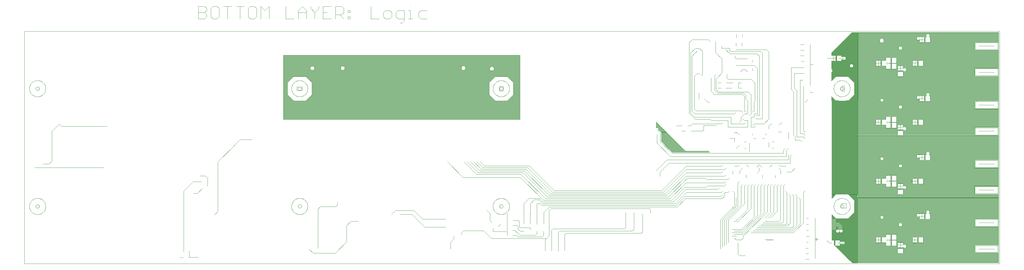
<source format=gbl>
*%FSLAX23Y23*%
*%MOIN*%
G01*
D11*
X4162Y5856D02*
X15879D01*
Y8651D02*
X4162D01*
Y5856D01*
X15879D02*
Y8651D01*
D15*
X14147Y6691D02*
X13861Y6695D01*
X13316Y7145D02*
X12529Y7145D01*
X12099Y6665D02*
X11993Y6559D01*
X12725Y6385D02*
X12851Y6511D01*
X12576Y6909D02*
X12371Y6909D01*
Y6870D02*
X12615Y6870D01*
X12654Y6511D02*
X12544Y6401D01*
X12564Y6397D02*
X12694Y6527D01*
X12095Y6775D02*
X11938Y6618D01*
X10525Y6736D02*
X10229Y7031D01*
X10210Y7011D02*
X10505Y6716D01*
X10485Y6696D02*
X10190Y6992D01*
X10170Y6972D02*
X10466Y6677D01*
X10399Y6618D02*
X10123Y6893D01*
X9631Y6972D02*
X9521Y7082D01*
X9481D02*
X9611Y6952D01*
X9592Y6933D02*
X9442Y7082D01*
X10151Y6952D02*
X10446Y6657D01*
X10422Y6637D02*
X10127Y6933D01*
X9434Y6893D02*
X9245Y7082D01*
X11761Y7307D02*
X11918Y7149D01*
X11942Y7185D02*
X11804Y7322D01*
X11886Y7429D02*
X12004Y7311D01*
X13860Y8395D02*
X14103Y8638D01*
X13048Y6464D02*
X12792Y6208D01*
X12788Y6228D02*
X13009Y6448D01*
X12969Y6433D02*
X12784Y6248D01*
X12780Y6267D02*
X12930Y6417D01*
X12773Y6559D02*
X12662Y6448D01*
X12670Y6433D02*
X12812Y6574D01*
X12891Y6519D02*
X12737Y6366D01*
X12584Y6393D02*
X12733Y6543D01*
X12111Y6988D02*
X11840Y6716D01*
X11859Y6696D02*
X12111Y6948D01*
Y6909D02*
X11879Y6677D01*
X11918Y6637D02*
X12111Y6830D01*
Y6752D02*
X11958Y6598D01*
X11981Y6578D02*
X12115Y6712D01*
X13418Y6248D02*
X13521Y6350D01*
X12111Y7027D02*
X11820Y6736D01*
X11899Y6657D02*
X12111Y6870D01*
X11883Y7106D02*
X11749Y6972D01*
X11800Y6960D02*
X11906Y7066D01*
X12830Y6222D02*
X13088Y6480D01*
X14108Y5866D02*
X14170D01*
Y5871D02*
X14103D01*
X14098Y5876D02*
X14170D01*
Y5881D02*
X14093D01*
X14088Y5886D02*
X14170D01*
Y5891D02*
X14083D01*
X14078Y5896D02*
X14170D01*
Y5901D02*
X14073D01*
X14047Y5926D02*
X14170D01*
Y5931D02*
X14042D01*
X14037Y5936D02*
X14170D01*
Y5941D02*
X14032D01*
X14027Y5946D02*
X14170D01*
Y5951D02*
X14022D01*
X14017Y5956D02*
X14170D01*
Y5961D02*
X14012D01*
X14007Y5966D02*
X14170D01*
Y5971D02*
X14002D01*
X13997Y5976D02*
X14170D01*
Y5981D02*
X13992D01*
X13987Y5986D02*
X14170D01*
Y5991D02*
X13982D01*
X13977Y5996D02*
X14170D01*
Y5869D02*
X14105D01*
X14174Y5871D02*
X15866D01*
Y5876D02*
X14174D01*
Y5881D02*
X15866D01*
Y5886D02*
X14174D01*
Y5891D02*
X15866D01*
Y5896D02*
X14174D01*
Y5901D02*
X15866D01*
Y5906D02*
X14174D01*
Y5911D02*
X15866D01*
Y5916D02*
X14174D01*
Y5921D02*
X15866D01*
Y5926D02*
X14174D01*
Y5931D02*
X15866D01*
Y5936D02*
X14174D01*
Y5941D02*
X15866D01*
Y5946D02*
X14174D01*
Y5951D02*
X15866D01*
Y5956D02*
X14174D01*
Y5961D02*
X15866D01*
Y5966D02*
X14174D01*
Y5971D02*
X15866D01*
X14653Y5976D02*
X14174D01*
X14653D02*
X14719D01*
X15579D01*
X15865D01*
X14653Y5981D02*
X14174D01*
X14653D02*
X14719D01*
X15579D01*
X15865D01*
X14653Y5986D02*
X14174D01*
X14719D02*
X15579D01*
X14653Y5991D02*
X14174D01*
X14719D02*
X15579D01*
X14653Y5996D02*
X14174D01*
X14719D02*
X15579D01*
X14719Y5982D02*
X14653D01*
X15579Y5984D02*
X15865D01*
X15866D01*
Y5869D02*
X14174D01*
X14170Y5906D02*
X14068D01*
X14063Y5911D02*
X14170D01*
Y5916D02*
X14058D01*
X14053Y5921D02*
X14170D01*
X12822Y5952D02*
X12753D01*
X13957Y6016D02*
X14170D01*
Y6021D02*
X13952D01*
X13947Y6026D02*
X14170D01*
Y6031D02*
X13942D01*
X13937Y6036D02*
X14170D01*
Y6041D02*
X13932D01*
X13927Y6046D02*
X14170D01*
Y6051D02*
X13921D01*
X13916Y6056D02*
X14170D01*
Y6061D02*
X13911D01*
X13906Y6066D02*
X13960D01*
X14170D01*
X13960Y6071D02*
X13904D01*
X13960D02*
X14170D01*
X13904Y6076D02*
X13896D01*
X13960D02*
X14170D01*
X13904Y6081D02*
X13891D01*
X13960D02*
X14170D01*
X13904Y6086D02*
X13890D01*
X13960D02*
X14017D01*
X14170D01*
X13904Y6091D02*
X13890D01*
X13960D02*
X14017D01*
X14170D01*
X13904Y6096D02*
X13890D01*
X14017D02*
X14170D01*
X13904Y6101D02*
X13890D01*
X14017D02*
X14170D01*
X13904Y6106D02*
X13890D01*
X14017D02*
X14170D01*
X13904Y6111D02*
X13890D01*
X14017D02*
X14170D01*
X13904Y6116D02*
X13890D01*
X14017D02*
X14170D01*
X13904Y6121D02*
X13890D01*
X13960D02*
X14017D01*
X14170D01*
X13904Y6126D02*
X13890D01*
X13960D02*
X14017D01*
X14170D01*
X13904Y6131D02*
X13890D01*
X13960D02*
X14170D01*
X13904Y6136D02*
X13890D01*
X13960D02*
X14170D01*
X13890Y6141D02*
X13861D01*
X13890D02*
X13904D01*
X13960D01*
X14170D01*
X13890Y6146D02*
X13861D01*
X13890D02*
X13904D01*
X13960D01*
X14170D01*
Y6151D02*
X13861D01*
Y6156D02*
X14170D01*
Y6161D02*
X13861D01*
Y6166D02*
X14170D01*
Y6171D02*
X13861D01*
Y6176D02*
X14170D01*
Y6181D02*
X13861D01*
Y6186D02*
X14170D01*
Y6191D02*
X13861D01*
Y6139D02*
X13890D01*
X13904D02*
X13960D01*
Y6073D02*
X13904D01*
X13960Y6091D02*
X14017D01*
Y6121D02*
X13960D01*
X14652Y6081D02*
X14719D01*
X14451Y6141D02*
X14392D01*
X14831D02*
X14894D01*
X14653Y6016D02*
X14174D01*
X14719D02*
X15579D01*
X14653Y6021D02*
X14174D01*
X14719D02*
X15579D01*
X14653Y6026D02*
X14174D01*
X14719D02*
X15579D01*
X14653Y6031D02*
X14174D01*
X14719D02*
X15579D01*
X14653Y6036D02*
X14174D01*
X14719D02*
X15579D01*
X14653Y6041D02*
X14174D01*
X14653D02*
X14719D01*
X15579D01*
X14653Y6046D02*
X14174D01*
X14653D02*
X14719D01*
X14726D01*
X14746D02*
X15579D01*
X14653Y6051D02*
X14174D01*
X14653D02*
X14717D01*
X14755D02*
X15579D01*
X14653Y6056D02*
X14174D01*
X14755D02*
X15579D01*
X14653Y6061D02*
X14174D01*
X14755D02*
X15579D01*
X14512Y6066D02*
X14174D01*
X14512D02*
X14569D01*
X14582D01*
X14639D01*
X14653D01*
X14755D02*
X15579D01*
X14512Y6071D02*
X14174D01*
X14512D02*
X14569D01*
X14582D01*
X14639D01*
X14653D01*
X14755D02*
X15579D01*
X14512Y6076D02*
X14174D01*
X14569D02*
X14582D01*
X14639D02*
X14653D01*
X14755D02*
X15579D01*
X14512Y6081D02*
X14174D01*
X14569D02*
X14582D01*
X14639D02*
X14653D01*
X14749D02*
X14755D01*
X15579D01*
X15865D01*
X14512Y6086D02*
X14174D01*
X14569D02*
X14582D01*
X14639D02*
X14653D01*
X14719D02*
X15579D01*
X15865D01*
X14512Y6091D02*
X14174D01*
X14569D02*
X14582D01*
X14639D02*
X14653D01*
X14719D02*
X15866D01*
X14512Y6096D02*
X14174D01*
X14569D02*
X14582D01*
X14639D02*
X14653D01*
X14719D02*
X15866D01*
X14392Y6101D02*
X14174D01*
X14392D02*
X14449D01*
X14462D01*
X14512D01*
X14569D02*
X14582D01*
X14639D02*
X14653D01*
X14719D02*
X14832D01*
X14889D01*
X14902D01*
X14959D01*
X15866D01*
X14392Y6106D02*
X14174D01*
X14392D02*
X14449D01*
X14462D01*
X14512D01*
X14569D02*
X14582D01*
X14639D02*
X14653D01*
X14719D02*
X14832D01*
X14889D01*
X14902D01*
X14959D01*
X15866D01*
X14392Y6111D02*
X14174D01*
X14449D02*
X14462D01*
X14569D02*
X14582D01*
X14639D02*
X14653D01*
X14719D01*
X14832D01*
X14889D02*
X14902D01*
X14959D02*
X15866D01*
X14392Y6116D02*
X14174D01*
X14449D02*
X14462D01*
X14569D02*
X14582D01*
X14639D02*
X14653D01*
X14719D01*
X14832D01*
X14889D02*
X14902D01*
X14959D02*
X15866D01*
X14392Y6121D02*
X14174D01*
X14449D02*
X14462D01*
X14569D02*
X14582D01*
X14639D02*
X14832D01*
X14889D02*
X14902D01*
X14959D02*
X15866D01*
X14392Y6126D02*
X14174D01*
X14449D02*
X14462D01*
X14569D02*
X14582D01*
X14639D02*
X14832D01*
X14889D02*
X14902D01*
X14959D02*
X15866D01*
X14392Y6131D02*
X14174D01*
X14449D02*
X14462D01*
X14569D02*
X14582D01*
X14639D02*
X14832D01*
X14889D02*
X14902D01*
X14959D02*
X15866D01*
X14392Y6136D02*
X14174D01*
X14449D02*
X14462D01*
X14569D02*
X14582D01*
X14639D02*
X14832D01*
X14889D02*
X14902D01*
X14959D02*
X15866D01*
X14392Y6141D02*
X14174D01*
X14449D02*
X14462D01*
X14546D02*
X14569D01*
X14582D01*
X14639D01*
X14832D01*
X14889D02*
X14902D01*
X14959D02*
X15866D01*
X14392Y6146D02*
X14174D01*
X14449D02*
X14462D01*
X14569D02*
X14582D01*
X14639D02*
X14832D01*
X14889D02*
X14902D01*
X14959D02*
X15866D01*
X14392Y6151D02*
X14174D01*
X14449D02*
X14462D01*
X14569D02*
X14582D01*
X14639D02*
X14832D01*
X14889D02*
X14902D01*
X14959D02*
X15866D01*
X14392Y6156D02*
X14174D01*
X14449D02*
X14462D01*
X14569D02*
X14582D01*
X14639D02*
X14832D01*
X14889D02*
X14902D01*
X14959D02*
X15866D01*
X14392Y6161D02*
X14174D01*
X14449D02*
X14462D01*
X14569D02*
X14582D01*
X14639D02*
X14832D01*
X14889D02*
X14902D01*
X14959D02*
X15866D01*
X14392Y6166D02*
X14174D01*
X14449D02*
X14462D01*
X14569D02*
X14582D01*
X14639D02*
X14832D01*
X14889D02*
X14902D01*
X14959D02*
X15866D01*
X14392Y6171D02*
X14174D01*
X14449D02*
X14462D01*
X14569D02*
X14582D01*
X14639D02*
X14832D01*
X14889D02*
X14902D01*
X14959D02*
X15866D01*
X14392Y6176D02*
X14174D01*
X14392D02*
X14449D01*
X14462D01*
X14512D01*
X14569D02*
X14582D01*
X14639D02*
X14832D01*
X14889D01*
X14902D01*
X14959D01*
X15866D01*
X14392Y6181D02*
X14174D01*
X14392D02*
X14449D01*
X14462D01*
X14512D01*
X14569D02*
X14582D01*
X14639D02*
X14832D01*
X14889D01*
X14902D01*
X14959D01*
X15866D01*
X14512Y6186D02*
X14174D01*
X14569D02*
X14582D01*
X14639D02*
X15866D01*
X14512Y6191D02*
X14174D01*
X14569D02*
X14582D01*
X14639D02*
X15866D01*
X14959Y6174D02*
X14902D01*
Y6107D02*
X14959D01*
X14889Y6174D02*
X14832D01*
Y6107D02*
X14889D01*
X14639Y6139D02*
X14582D01*
Y6072D02*
X14639D01*
X14569Y6139D02*
X14546D01*
X14569Y6072D02*
X14512D01*
Y6174D02*
X14462D01*
Y6107D02*
X14512D01*
X14449Y6174D02*
X14392D01*
Y6107D02*
X14449D01*
X14653Y6039D02*
X14719D01*
Y6109D02*
X14653D01*
Y6052D02*
X14717D01*
X14719D01*
X14721D01*
X14639Y6142D02*
X14582D01*
X14569D02*
X14546D01*
X15579Y6081D02*
X15865D01*
X15866D01*
X14746Y6046D02*
X14726D01*
Y6084D02*
X14746D01*
X10383Y6179D02*
X10092D01*
X13972Y6001D02*
X14170D01*
Y6006D02*
X13967D01*
X13962Y6011D02*
X14170D01*
X14174Y6001D02*
X14653D01*
X14719D02*
X15579D01*
X14653Y6006D02*
X14174D01*
X14719D02*
X15579D01*
X14653Y6011D02*
X14174D01*
X14719D02*
X15579D01*
X12775Y6141D02*
X12714D01*
X12719Y6189D02*
X12662D01*
X13861Y6211D02*
X14170D01*
Y6216D02*
X13861D01*
Y6221D02*
X14170D01*
Y6226D02*
X13861D01*
Y6231D02*
X13914D01*
X13922D01*
X13944D02*
X13952D01*
X13959D01*
X13989D02*
X14170D01*
X13914Y6236D02*
X13861D01*
X13992D02*
X14170D01*
X13914Y6241D02*
X13861D01*
X13992D02*
X14170D01*
X13914Y6246D02*
X13861D01*
X13992D02*
X14170D01*
X13914Y6251D02*
X13861D01*
X13992D02*
X14170D01*
X13914Y6256D02*
X13861D01*
X13992D02*
X14170D01*
X13914Y6261D02*
X13861D01*
X13992D02*
X14170D01*
Y6266D02*
X13992D01*
X13934Y6271D02*
X13916D01*
X13989D02*
X14170D01*
X13935Y6276D02*
X13916D01*
X13989D02*
X14170D01*
X13935Y6281D02*
X13916D01*
X13989D02*
X14170D01*
X13935Y6286D02*
X13916D01*
X13989D02*
X14170D01*
X13934Y6291D02*
X13916D01*
X13989D02*
X14170D01*
X13929Y6296D02*
X13916D01*
X13989D02*
X14170D01*
X13924Y6301D02*
X13916D01*
X13990D02*
X14170D01*
Y6306D02*
X13995D01*
X13990Y6311D02*
X14170D01*
Y6316D02*
X13989D01*
Y6321D02*
X13980D01*
X13989D02*
X14170D01*
X13989Y6326D02*
X13975D01*
X13989D02*
X14170D01*
Y6331D02*
X13970D01*
X13965Y6336D02*
X14170D01*
Y6341D02*
X13960D01*
X13955Y6346D02*
X14170D01*
Y6351D02*
X13953D01*
Y6356D02*
X13945D01*
X13953D02*
X14170D01*
X13936Y6361D02*
X13916D01*
X13940D02*
X13953D01*
X14170D01*
Y6366D02*
X13916D01*
Y6371D02*
X14170D01*
Y6376D02*
X13916D01*
Y6381D02*
X14170D01*
Y6386D02*
X13916D01*
X13914Y6265D02*
X13861D01*
X13914D02*
X13916D01*
X13963Y6231D02*
X13983D01*
X13943Y6230D02*
X13923D01*
Y6268D02*
X13931D01*
X13989Y6237D02*
X13989D01*
X13989Y6321D02*
X13980D01*
X13923Y6302D02*
X13916D01*
Y6357D02*
X13932D01*
X13944D01*
X13953D01*
X14174Y6211D02*
X14512D01*
X14569D01*
X14582D01*
X14639D01*
X15866D01*
X14512Y6216D02*
X14174D01*
X14512D02*
X14569D01*
X14582D01*
X14639D01*
X15866D01*
Y6221D02*
X14174D01*
Y6226D02*
X15866D01*
Y6231D02*
X14174D01*
Y6236D02*
X15866D01*
Y6241D02*
X14174D01*
Y6246D02*
X15866D01*
Y6251D02*
X14174D01*
Y6256D02*
X15866D01*
Y6261D02*
X14174D01*
Y6266D02*
X15866D01*
Y6271D02*
X14174D01*
Y6276D02*
X15866D01*
Y6281D02*
X14174D01*
Y6286D02*
X15866D01*
X15579Y6291D02*
X14174D01*
X15579D02*
X15865D01*
X15579Y6296D02*
X14174D01*
X15579D02*
X15865D01*
X15579Y6301D02*
X14174D01*
Y6306D02*
X14676D01*
X14696D02*
X15579D01*
X14667Y6311D02*
X14174D01*
X14705D02*
X15579D01*
X14667Y6316D02*
X14174D01*
X14705D02*
X15579D01*
X14667Y6321D02*
X14174D01*
X14705D02*
X15579D01*
X14667Y6326D02*
X14174D01*
X14705D02*
X15579D01*
X14667Y6331D02*
X14174D01*
X14705D02*
X15579D01*
X14667Y6336D02*
X14174D01*
X14705D02*
X15579D01*
X14667Y6341D02*
X14174D01*
X14667D02*
X14673D01*
X14699D02*
X14705D01*
X15579D01*
Y6346D02*
X14174D01*
Y6351D02*
X15579D01*
Y6356D02*
X14174D01*
Y6361D02*
X15579D01*
Y6366D02*
X14174D01*
Y6371D02*
X15579D01*
Y6376D02*
X14174D01*
Y6381D02*
X15579D01*
X14917Y6386D02*
X14174D01*
X14917D02*
X14974D01*
X14987D01*
X15044D01*
X15579D01*
X14639Y6209D02*
X14582D01*
X14569D02*
X14512D01*
X15579Y6299D02*
X15865D01*
X15866D01*
X14696Y6306D02*
X14676D01*
Y6344D02*
X14696D01*
X12788Y6228D02*
X12662D01*
Y6267D02*
X12780D01*
X12792Y6208D02*
X12690D01*
Y6248D02*
X12784D01*
X13032Y6346D02*
X13265D01*
X13399Y6228D02*
X12891D01*
X12914Y6248D02*
X13395D01*
X13391Y6267D02*
X12938D01*
X12962Y6287D02*
X13387D01*
X13324Y6307D02*
X12985D01*
X13009Y6326D02*
X13308D01*
X12725Y6385D02*
X12710D01*
X12686Y6366D02*
X12737D01*
X13056D02*
X13225D01*
X10239Y6287D02*
X10121D01*
X10096Y6376D02*
X10033D01*
X10121Y6244D02*
X10164D01*
X10080Y6315D02*
X10030D01*
Y6256D02*
X10054D01*
X13861Y6196D02*
X14170D01*
Y6201D02*
X13861D01*
Y6206D02*
X14170D01*
X14174Y6196D02*
X14512D01*
X14569D02*
X14582D01*
X14639D02*
X15866D01*
X14512Y6201D02*
X14174D01*
X14569D02*
X14582D01*
X14639D02*
X15866D01*
X14512Y6206D02*
X14174D01*
X14569D02*
X14582D01*
X14639D02*
X15866D01*
X10306Y6199D02*
X10111D01*
X10076Y6194D02*
X10035D01*
X13984Y6232D02*
X13989D01*
X13962D02*
X13954D01*
X13952D01*
X13945D01*
X13921D02*
X13914D01*
X13861D01*
X13963Y6269D02*
X13983D01*
X13943Y6268D02*
X13923D01*
X13861Y6386D02*
X13989D01*
Y6381D02*
X13861D01*
Y6376D02*
X13989D01*
Y6371D02*
X13861D01*
Y6366D02*
X13989D01*
Y6361D02*
X13861D01*
Y6356D02*
X13989D01*
Y6351D02*
X13861D01*
Y6346D02*
X13989D01*
Y6341D02*
X13861D01*
Y6336D02*
X13989D01*
Y6331D02*
X13861D01*
Y6326D02*
X13989D01*
Y6321D02*
X13861D01*
Y6316D02*
X13989D01*
Y6311D02*
X13861D01*
Y6306D02*
X13989D01*
Y6301D02*
X13861D01*
Y6296D02*
X13989D01*
Y6291D02*
X13861D01*
Y6286D02*
X13989D01*
Y6281D02*
X13861D01*
Y6276D02*
X13989D01*
Y6271D02*
X13861D01*
X13954Y6266D02*
X13960D01*
X13952D02*
X13945D01*
X13921D02*
X13914D01*
X13861D01*
Y6261D02*
X13914D01*
Y6256D02*
X13861D01*
Y6251D02*
X13914D01*
Y6246D02*
X13861D01*
Y6241D02*
X13914D01*
Y6236D02*
X13861D01*
X13861Y6406D02*
X13905D01*
X14065D02*
X14170D01*
X13900Y6411D02*
X13861D01*
X14070D02*
X14170D01*
X13895Y6416D02*
X13861D01*
X14075D02*
X14170D01*
X13890Y6421D02*
X13861D01*
X14080D02*
X14170D01*
X13885Y6426D02*
X13861D01*
X14085D02*
X14170D01*
X13880Y6431D02*
X13861D01*
X14090D02*
X14170D01*
X13875Y6436D02*
X13861D01*
X14095D02*
X14170D01*
X13870Y6441D02*
X13861D01*
X14100D02*
X14170D01*
Y6446D02*
X14105D01*
X14110Y6451D02*
X14170D01*
Y6456D02*
X14115D01*
X14120Y6461D02*
X14170D01*
Y6466D02*
X14131D01*
Y6471D02*
X14170D01*
Y6476D02*
X14131D01*
Y6481D02*
X14170D01*
Y6486D02*
X14131D01*
Y6491D02*
X14170D01*
Y6496D02*
X14131D01*
Y6501D02*
X14170D01*
Y6506D02*
X14131D01*
Y6511D02*
X14170D01*
Y6516D02*
X14131D01*
Y6521D02*
X14170D01*
Y6526D02*
X14131D01*
Y6531D02*
X14170D01*
Y6536D02*
X14131D01*
Y6541D02*
X14170D01*
Y6546D02*
X14131D01*
Y6551D02*
X14170D01*
Y6556D02*
X14131D01*
Y6561D02*
X14170D01*
Y6566D02*
X14131D01*
Y6571D02*
X14170D01*
Y6576D02*
X14131D01*
Y6581D02*
X14170D01*
X14974Y6441D02*
X14987D01*
X14975Y6426D02*
X14918D01*
X14445Y6406D02*
X14174D01*
X14483D02*
X14917D01*
X14974D02*
X14987D01*
X15045D02*
X15866D01*
X14445Y6411D02*
X14174D01*
X14483D02*
X14917D01*
X14974D02*
X14987D01*
X15045D02*
X15866D01*
X14445Y6416D02*
X14174D01*
X14483D02*
X14917D01*
X14974D02*
X14987D01*
X15045D02*
X15866D01*
X14445Y6421D02*
X14174D01*
X14483D02*
X14891D01*
X14911D02*
X14917D01*
X14974D02*
X14987D01*
X15045D02*
X15866D01*
X14445Y6426D02*
X14174D01*
X14483D02*
X14882D01*
X14974D02*
X14987D01*
X15045D02*
X15866D01*
X14445Y6431D02*
X14174D01*
X14445D02*
X14452D01*
X14476D02*
X14483D01*
X14882D01*
X14974D02*
X14987D01*
X15045D02*
X15866D01*
X14882Y6436D02*
X14174D01*
X14974D02*
X14987D01*
X15044D02*
X15866D01*
X14882Y6441D02*
X14174D01*
X15044D02*
X15866D01*
X14882Y6446D02*
X14174D01*
X14974D02*
X14987D01*
X15044D02*
X15866D01*
X14882Y6451D02*
X14174D01*
X14974D02*
X14987D01*
X15044D02*
X15866D01*
X14882Y6456D02*
X14174D01*
X14882D02*
X14888D01*
X14974D02*
X14987D01*
X15044D02*
X15866D01*
X14917Y6461D02*
X14174D01*
X14917D02*
X14974D01*
X14987D01*
X14997D01*
X15035D02*
X15044D01*
X15866D01*
X14917Y6466D02*
X14174D01*
X14917D02*
X14974D01*
X14987D01*
X14997D01*
X15035D02*
X15044D01*
X15866D01*
X14997Y6471D02*
X14174D01*
X15035D02*
X15866D01*
X14997Y6476D02*
X14174D01*
X15035D02*
X15866D01*
X14997Y6481D02*
X14174D01*
X15035D02*
X15866D01*
X14997Y6486D02*
X14174D01*
X15035D02*
X15866D01*
X14997Y6491D02*
X14174D01*
X14997D02*
X15003D01*
X15029D02*
X15035D01*
X15866D01*
Y6496D02*
X14174D01*
Y6501D02*
X15866D01*
Y6506D02*
X14174D01*
Y6511D02*
X15866D01*
Y6516D02*
X14174D01*
Y6521D02*
X15866D01*
Y6526D02*
X14174D01*
Y6531D02*
X15866D01*
Y6536D02*
X14174D01*
Y6541D02*
X15866D01*
Y6546D02*
X14174D01*
Y6551D02*
X15866D01*
Y6556D02*
X14174D01*
Y6561D02*
X15866D01*
Y6566D02*
X14174D01*
Y6571D02*
X15866D01*
Y6576D02*
X14174D01*
Y6581D02*
X15866D01*
X14997Y6459D02*
X14987D01*
X14997D02*
X15004D01*
X15028D02*
X15035D01*
X15044D01*
X14920D02*
X14917D01*
X14920D02*
X14974D01*
X15006Y6494D02*
X15026D01*
X14911Y6421D02*
X14891D01*
Y6459D02*
X14911D01*
X14474Y6433D02*
X14454D01*
X12005Y6539D02*
X10469D01*
X10414Y6559D02*
X11993D01*
X10525Y6578D02*
X10406D01*
X10513D02*
X11816D01*
X11808D02*
X11981D01*
X10406Y6578D02*
X10389D01*
X10392Y6559D02*
X10422D01*
X10392D02*
X10378D01*
X10359Y6577D02*
X10322D01*
X13916Y6391D02*
X14170D01*
X13916Y6396D02*
X13861D01*
X13916D02*
X14170D01*
X13910Y6401D02*
X13861D01*
X14060D02*
X14170D01*
X13916Y6391D02*
X13861D01*
X13912Y6399D02*
X13916D01*
X14058D01*
X14174Y6391D02*
X14917D01*
X14974D01*
X14987D01*
X15044D01*
X15579D01*
X14445Y6396D02*
X14174D01*
X14445D02*
X14453D01*
X14475D02*
X14483D01*
X14917D01*
X14974D02*
X14987D01*
X15044D02*
X15579D01*
X15865D01*
X14445Y6401D02*
X14174D01*
X14483D02*
X14917D01*
X14974D02*
X14987D01*
X15045D02*
X15579D01*
X15865D01*
X15044Y6392D02*
X14987D01*
X14974D02*
X14917D01*
X15579Y6396D02*
X15865D01*
X15866D01*
X14474Y6395D02*
X14454D01*
X13989Y6393D02*
X13861D01*
X13859D01*
X13861Y6391D02*
X13989D01*
X14058Y6691D02*
X13912D01*
X13912Y6691D02*
X13861D01*
X14131Y6601D02*
X14170D01*
Y6606D02*
X14131D01*
Y6611D02*
X14170D01*
Y6616D02*
X14131D01*
Y6621D02*
X14170D01*
X14131Y6626D02*
X14123D01*
X14131D02*
X14170D01*
Y6631D02*
X14118D01*
X14113Y6636D02*
X14170D01*
Y6641D02*
X14108D01*
X14103Y6646D02*
X14170D01*
X13872Y6651D02*
X13861D01*
X14098D02*
X14170D01*
X13877Y6656D02*
X13861D01*
X14093D02*
X14170D01*
X13882Y6661D02*
X13861D01*
X14088D02*
X14170D01*
X13887Y6666D02*
X13861D01*
X14083D02*
X14170D01*
X13892Y6671D02*
X13861D01*
X14078D02*
X14170D01*
X13897Y6676D02*
X13861D01*
X14073D02*
X14170D01*
X13902Y6681D02*
X13861D01*
X14068D02*
X14170D01*
X13907Y6686D02*
X13861D01*
X14063D02*
X14170D01*
Y6691D02*
X14058D01*
X14174Y6601D02*
X15866D01*
Y6606D02*
X14174D01*
Y6611D02*
X15866D01*
Y6616D02*
X14174D01*
Y6621D02*
X15866D01*
Y6626D02*
X14174D01*
Y6631D02*
X15866D01*
Y6636D02*
X14174D01*
Y6641D02*
X15866D01*
Y6646D02*
X14174D01*
Y6649D02*
X15866D01*
X12544Y6637D02*
X12103D01*
X12099Y6665D02*
X12529D01*
X12576Y6712D02*
X12615D01*
X12536Y6712D02*
X12371D01*
X12379D02*
X12115D01*
X11753Y6736D02*
X10525D01*
X10505Y6716D02*
X11761D01*
X11769Y6696D02*
X10485D01*
X10466Y6677D02*
X11777D01*
X11800Y6618D02*
X10399D01*
X11737Y6736D02*
X11820D01*
X11840Y6716D02*
X11757D01*
X11761Y6696D02*
X11859D01*
X11879Y6677D02*
X11773D01*
Y6657D02*
X11899D01*
X11918Y6637D02*
X11777D01*
X11796Y6618D02*
X11938D01*
X11784Y6657D02*
X10446D01*
X10422Y6637D02*
X11792D01*
X12371Y6752D02*
X12497D01*
X12375D02*
X12111D01*
X12095Y6775D02*
X12355D01*
X10344Y6641D02*
X10226D01*
X10343D02*
X10350D01*
X10341Y6625D02*
X10287D01*
X14176Y6648D02*
X15866D01*
X14176D02*
X14174D01*
X14726Y6755D02*
X14746D01*
X15865Y6693D02*
X15866D01*
X15865D02*
X15579D01*
X14721Y6761D02*
X14719D01*
X14717D01*
X14653D01*
Y6691D02*
X14719D01*
Y6748D02*
X14653D01*
X14569Y6781D02*
X14512D01*
X14582D02*
X14639D01*
X14755Y6781D02*
X15579D01*
X14653D02*
X14639D01*
X14582D02*
X14569D01*
X14512D02*
X14176D01*
X14755Y6776D02*
X15579D01*
X14653D02*
X14639D01*
X14582D01*
X14569D01*
X14512D01*
X14176D01*
X14755Y6771D02*
X15579D01*
X14653D02*
X14176D01*
X14755Y6766D02*
X15579D01*
X14653D02*
X14176D01*
X14755Y6761D02*
X15579D01*
X14653D02*
X14176D01*
X14755Y6756D02*
X15579D01*
X14755D02*
X14747D01*
X14717D02*
X14653D01*
X14176D01*
X14719Y6751D02*
X15579D01*
X14719D02*
X14653D01*
X14176D01*
X14719Y6746D02*
X15579D01*
X14653D02*
X14176D01*
X14719Y6741D02*
X15579D01*
X14653D02*
X14176D01*
X14719Y6736D02*
X15579D01*
X14653D02*
X14176D01*
X14719Y6731D02*
X15579D01*
X14653D02*
X14176D01*
X14719Y6726D02*
X15579D01*
X14653D02*
X14176D01*
X14719Y6721D02*
X15579D01*
X14653D02*
X14176D01*
X14719Y6716D02*
X15579D01*
X14653D02*
X14176D01*
X14719Y6711D02*
X15579D01*
X14653D02*
X14176D01*
X14719Y6706D02*
X15579D01*
X14653D02*
X14176D01*
X14719Y6701D02*
X15579D01*
X14653D02*
X14176D01*
X14719Y6696D02*
X15579D01*
X14653D02*
X14176D01*
X15579Y6691D02*
X15865D01*
X15579D02*
X14719D01*
X14653D02*
X14176D01*
X15579Y6686D02*
X15865D01*
X15579D02*
X14719D01*
X14653D01*
X14176D01*
Y6681D02*
X15866D01*
Y6676D02*
X14176D01*
Y6671D02*
X15866D01*
Y6666D02*
X14176D01*
Y6661D02*
X15866D01*
Y6656D02*
X14176D01*
Y6651D02*
X15866D01*
X14172Y6687D02*
X14062D01*
X13908D02*
X13861D01*
Y6781D02*
X14172D01*
Y6776D02*
X13861D01*
Y6771D02*
X14172D01*
Y6766D02*
X13861D01*
Y6761D02*
X14172D01*
Y6756D02*
X13861D01*
Y6751D02*
X14172D01*
Y6746D02*
X13861D01*
Y6741D02*
X14172D01*
Y6736D02*
X13861D01*
Y6731D02*
X14172D01*
Y6726D02*
X13861D01*
Y6721D02*
X14172D01*
Y6716D02*
X13861D01*
Y6711D02*
X14172D01*
Y6706D02*
X13861D01*
Y6701D02*
X14172D01*
Y6696D02*
X13861D01*
X14058Y6691D02*
X14172D01*
X14170Y6586D02*
X14131D01*
Y6591D02*
X14170D01*
Y6596D02*
X14131D01*
X14174Y6586D02*
X15866D01*
Y6591D02*
X14174D01*
Y6596D02*
X15866D01*
X11808Y6598D02*
X10426D01*
X11784D02*
X11958D01*
X10431Y6598D02*
X10394D01*
X12371Y6830D02*
X12576D01*
X12379Y6909D02*
X12111D01*
Y6830D02*
X12379D01*
X12355Y6870D02*
X12615D01*
X10127Y6933D02*
X9973D01*
X9946Y6893D02*
X10123D01*
X10005Y6933D02*
X9592D01*
X12127Y6885D02*
X12340D01*
X9985Y6893D02*
X9434D01*
X12371Y6948D02*
X12536D01*
X12375D02*
X12111D01*
X10170Y6972D02*
X10021D01*
X10009Y6952D02*
X10151D01*
X10044Y6972D02*
X9631D01*
X9611Y6952D02*
X10025D01*
X14392Y6816D02*
X14449D01*
Y6883D02*
X14392D01*
X14462Y6816D02*
X14512D01*
Y6883D02*
X14462D01*
X14546Y6851D02*
X14569D01*
Y6918D02*
X14512D01*
X14582Y6851D02*
X14639D01*
Y6918D02*
X14582D01*
X14653Y6818D02*
X14719D01*
X14569Y6848D02*
X14546D01*
X14582D02*
X14639D01*
X14832Y6816D02*
X14889D01*
Y6883D02*
X14832D01*
X14902Y6816D02*
X14959D01*
Y6883D02*
X14902D01*
X14176Y6976D02*
X15866D01*
Y6971D02*
X14176D01*
Y6966D02*
X15866D01*
Y6961D02*
X14176D01*
Y6956D02*
X15866D01*
Y6951D02*
X14176D01*
Y6946D02*
X15866D01*
Y6941D02*
X14176D01*
Y6936D02*
X15866D01*
Y6931D02*
X14176D01*
X14639Y6926D02*
X15866D01*
X14639D02*
X14582D01*
X14569D01*
X14512D01*
X14176D01*
X14639Y6921D02*
X15866D01*
X14639D02*
X14582D01*
X14569D01*
X14512D01*
X14176D01*
X14639Y6916D02*
X15866D01*
X14582D02*
X14569D01*
X14512D02*
X14176D01*
X14639Y6911D02*
X15866D01*
X14582D02*
X14569D01*
X14512D02*
X14176D01*
X14639Y6906D02*
X15866D01*
X14582D02*
X14569D01*
X14512D02*
X14176D01*
X14639Y6901D02*
X15866D01*
X14582D02*
X14569D01*
X14512D02*
X14176D01*
X14639Y6896D02*
X15866D01*
X14582D02*
X14569D01*
X14512D02*
X14176D01*
X14959Y6891D02*
X15866D01*
X14959D02*
X14902D01*
X14889D01*
X14832D01*
X14639D01*
X14582D02*
X14569D01*
X14512D02*
X14462D01*
X14449D01*
X14392D01*
X14176D01*
X14959Y6886D02*
X15866D01*
X14959D02*
X14902D01*
X14889D01*
X14832D01*
X14639D01*
X14582D02*
X14569D01*
X14512D02*
X14462D01*
X14449D01*
X14392D01*
X14176D01*
X14959Y6881D02*
X15866D01*
X14902D02*
X14889D01*
X14832D02*
X14639D01*
X14582D02*
X14569D01*
X14462D02*
X14449D01*
X14392D02*
X14176D01*
X14959Y6876D02*
X15866D01*
X14902D02*
X14889D01*
X14832D02*
X14639D01*
X14582D02*
X14569D01*
X14462D02*
X14449D01*
X14392D02*
X14176D01*
X14959Y6871D02*
X15866D01*
X14902D02*
X14889D01*
X14832D02*
X14639D01*
X14582D02*
X14569D01*
X14462D02*
X14449D01*
X14392D02*
X14176D01*
X14959Y6866D02*
X15866D01*
X14902D02*
X14889D01*
X14832D02*
X14639D01*
X14582D02*
X14569D01*
X14462D02*
X14449D01*
X14392D02*
X14176D01*
X14959Y6861D02*
X15866D01*
X14902D02*
X14889D01*
X14832D02*
X14639D01*
X14582D02*
X14569D01*
X14462D02*
X14449D01*
X14392D02*
X14176D01*
X14959Y6856D02*
X15866D01*
X14902D02*
X14889D01*
X14832D02*
X14639D01*
X14582D02*
X14569D01*
X14462D02*
X14449D01*
X14392D02*
X14176D01*
X14959Y6851D02*
X15866D01*
X14902D02*
X14889D01*
X14832D02*
X14639D01*
X14582D02*
X14569D01*
X14462D02*
X14449D01*
X14392D02*
X14176D01*
X14959Y6846D02*
X15866D01*
X14902D02*
X14889D01*
X14832D02*
X14639D01*
X14582D02*
X14569D01*
X14462D02*
X14449D01*
X14392D02*
X14176D01*
X14959Y6841D02*
X15866D01*
X14902D02*
X14889D01*
X14832D02*
X14639D01*
X14582D02*
X14569D01*
X14462D02*
X14449D01*
X14392D02*
X14176D01*
X14959Y6836D02*
X15866D01*
X14902D02*
X14889D01*
X14832D02*
X14639D01*
X14582D02*
X14569D01*
X14462D02*
X14449D01*
X14392D02*
X14176D01*
X14959Y6831D02*
X15866D01*
X14902D02*
X14889D01*
X14832D02*
X14639D01*
X14582D02*
X14569D01*
X14462D02*
X14449D01*
X14392D02*
X14176D01*
X14959Y6826D02*
X15866D01*
X14902D02*
X14889D01*
X14832D02*
X14719D01*
X14653D01*
X14639D01*
X14582D02*
X14569D01*
X14462D02*
X14449D01*
X14392D02*
X14176D01*
X14959Y6821D02*
X15866D01*
X14902D02*
X14889D01*
X14832D02*
X14719D01*
X14653D01*
X14639D01*
X14582D02*
X14569D01*
X14462D02*
X14449D01*
X14392D02*
X14176D01*
X14959Y6816D02*
X15866D01*
X14902D02*
X14889D01*
X14832D02*
X14719D01*
X14653D02*
X14639D01*
X14582D02*
X14569D01*
X14462D02*
X14449D01*
X14392D02*
X14176D01*
X14959Y6811D02*
X15866D01*
X14959D02*
X14902D01*
X14889D01*
X14832D01*
X14719D01*
X14653D02*
X14639D01*
X14582D02*
X14569D01*
X14512D02*
X14462D01*
X14449D01*
X14392D01*
X14176D01*
X14719Y6806D02*
X15866D01*
X14653D02*
X14639D01*
X14582D02*
X14569D01*
X14512D02*
X14176D01*
X14719Y6801D02*
X15866D01*
X14653D02*
X14639D01*
X14582D02*
X14569D01*
X14512D02*
X14176D01*
X15579Y6796D02*
X15865D01*
X15579D02*
X14719D01*
X14653D02*
X14639D01*
X14582D02*
X14569D01*
X14512D02*
X14176D01*
X14172Y6976D02*
X13861D01*
Y6971D02*
X14172D01*
Y6966D02*
X13861D01*
Y6961D02*
X14172D01*
Y6956D02*
X13861D01*
Y6951D02*
X14172D01*
Y6946D02*
X13861D01*
Y6941D02*
X14172D01*
Y6936D02*
X13861D01*
Y6931D02*
X14172D01*
Y6926D02*
X13861D01*
Y6921D02*
X14172D01*
Y6916D02*
X13861D01*
Y6911D02*
X14172D01*
Y6906D02*
X13861D01*
Y6901D02*
X14172D01*
Y6896D02*
X13861D01*
Y6891D02*
X14172D01*
Y6886D02*
X13861D01*
Y6881D02*
X14172D01*
Y6876D02*
X13861D01*
Y6871D02*
X14172D01*
Y6866D02*
X13861D01*
Y6861D02*
X14172D01*
Y6856D02*
X13861D01*
Y6851D02*
X14172D01*
Y6846D02*
X13861D01*
Y6841D02*
X14172D01*
Y6836D02*
X13861D01*
Y6831D02*
X14172D01*
Y6826D02*
X13861D01*
Y6821D02*
X14172D01*
Y6816D02*
X13861D01*
Y6811D02*
X14172D01*
Y6806D02*
X13861D01*
Y6801D02*
X14172D01*
Y6796D02*
X13861D01*
X12576Y6791D02*
X12371D01*
X14726Y6793D02*
X14746D01*
X15865Y6790D02*
X15866D01*
X15865D02*
X15579D01*
Y6791D02*
X15865D01*
X15579D02*
X14755D01*
X14748D01*
X14653D02*
X14639D01*
X14582D02*
X14569D01*
X14512D02*
X14176D01*
X14755Y6786D02*
X15579D01*
X14653D02*
X14639D01*
X14582D02*
X14569D01*
X14512D02*
X14176D01*
X14172Y6791D02*
X13861D01*
Y6786D02*
X14172D01*
X13343Y7105D02*
X13332D01*
X13342D02*
X12363D01*
X12115Y7066D02*
X11906D01*
X12111D02*
X12371D01*
X12123Y7105D02*
X11883D01*
X12111D02*
X12375D01*
X12371Y7027D02*
X12111D01*
X12371D02*
X12536D01*
X10229Y7031D02*
X10099D01*
X10056Y7011D02*
X10210D01*
X10190Y6992D02*
X10064D01*
X10103Y7031D02*
X9690D01*
X9670Y7011D02*
X10084D01*
X10064Y6992D02*
X9651D01*
X12363Y7145D02*
X12540D01*
X12375D02*
X12111D01*
X12115D02*
X11922D01*
X14454Y7140D02*
X14474D01*
Y7102D02*
X14454D01*
X14676Y7053D02*
X14696D01*
Y7015D02*
X14676D01*
X14891Y7168D02*
X14911D01*
Y7130D02*
X14891D01*
X15865Y7008D02*
X15866D01*
X15865D02*
X15579D01*
X15865Y7105D02*
X15866D01*
X15865D02*
X15579D01*
X14974Y7101D02*
X14917D01*
X14920Y7168D02*
X14974D01*
X14920D02*
X14917D01*
X14987Y7101D02*
X15044D01*
Y7168D02*
X15035D01*
X15028D01*
X15004D02*
X14997D01*
X14987D01*
X15044Y7171D02*
X15866D01*
X15044D02*
X15035D01*
X14997D02*
X14987D01*
X14974D01*
X14917D01*
X14176D01*
X15044Y7166D02*
X15866D01*
X14987D02*
X14974D01*
X14889D02*
X14882D01*
X14176D01*
X15044Y7161D02*
X15866D01*
X14987D02*
X14974D01*
X14882D02*
X14176D01*
X15044Y7156D02*
X15866D01*
X14987D02*
X14974D01*
X14882D02*
X14176D01*
X15044Y7151D02*
X15866D01*
X14987D02*
X14974D01*
X14882D02*
X14176D01*
X15044Y7146D02*
X15866D01*
X14987D02*
X14974D01*
X14882D02*
X14176D01*
X15045Y7141D02*
X15866D01*
X14987D02*
X14974D01*
X14882D02*
X14176D01*
X15045Y7136D02*
X15866D01*
X14987D02*
X14974D01*
X14882D02*
X14483D01*
X14445D02*
X14176D01*
X15045Y7131D02*
X15866D01*
X14987D02*
X14974D01*
X14890D02*
X14882D01*
X14483D01*
X14445D02*
X14176D01*
X15045Y7126D02*
X15866D01*
X14987D02*
X14974D01*
X14917D02*
X14483D01*
X14445D02*
X14176D01*
X15045Y7121D02*
X15866D01*
X14987D02*
X14974D01*
X14917D02*
X14483D01*
X14445D02*
X14176D01*
X15045Y7116D02*
X15866D01*
X14987D02*
X14974D01*
X14917D02*
X14483D01*
X14445D02*
X14176D01*
X15579Y7111D02*
X15865D01*
X15579D02*
X15045D01*
X14987D02*
X14974D01*
X14917D02*
X14483D01*
X14445D02*
X14176D01*
X15579Y7106D02*
X15865D01*
X15579D02*
X15045D01*
X14987D02*
X14974D01*
X14917D02*
X14483D01*
X14445D02*
X14176D01*
X15044Y7101D02*
X15579D01*
X14987D02*
X14974D01*
X14917D02*
X14176D01*
X15044Y7096D02*
X15579D01*
X15044D02*
X14987D01*
X14974D01*
X14917D01*
X14176D01*
Y7091D02*
X15579D01*
Y7086D02*
X14176D01*
Y7081D02*
X15579D01*
Y7076D02*
X14176D01*
Y7071D02*
X15579D01*
Y7066D02*
X14176D01*
Y7061D02*
X15579D01*
Y7056D02*
X14176D01*
X14705Y7051D02*
X15579D01*
X14705D02*
X14698D01*
X14674D02*
X14667D01*
X14176D01*
X14705Y7046D02*
X15579D01*
X14667D02*
X14176D01*
X14705Y7041D02*
X15579D01*
X14667D02*
X14176D01*
X14705Y7036D02*
X15579D01*
X14667D02*
X14176D01*
X14705Y7031D02*
X15579D01*
X14667D02*
X14176D01*
X14705Y7026D02*
X15579D01*
X14667D02*
X14176D01*
X14705Y7021D02*
X15579D01*
X14667D02*
X14176D01*
X14705Y7016D02*
X15579D01*
X14705D02*
X14697D01*
X14675D02*
X14667D01*
X14176D01*
Y7011D02*
X15579D01*
Y7006D02*
X15865D01*
X15579D02*
X14176D01*
X15579Y7001D02*
X15865D01*
X15579D02*
X14176D01*
Y6996D02*
X15866D01*
Y6991D02*
X14176D01*
X14172Y7171D02*
X13861D01*
Y7166D02*
X14172D01*
Y7161D02*
X13861D01*
Y7156D02*
X14172D01*
Y7151D02*
X13861D01*
Y7146D02*
X14172D01*
Y7141D02*
X13861D01*
Y7136D02*
X14172D01*
Y7131D02*
X13861D01*
Y7126D02*
X14172D01*
Y7121D02*
X13861D01*
Y7116D02*
X14172D01*
Y7111D02*
X13861D01*
Y7106D02*
X14172D01*
Y7101D02*
X13861D01*
Y7096D02*
X14172D01*
Y7091D02*
X13861D01*
Y7086D02*
X14172D01*
Y7081D02*
X13861D01*
Y7076D02*
X14172D01*
Y7071D02*
X13861D01*
Y7066D02*
X14172D01*
Y7061D02*
X13861D01*
Y7056D02*
X14172D01*
Y7051D02*
X13861D01*
Y7046D02*
X14172D01*
Y7041D02*
X13861D01*
Y7036D02*
X14172D01*
Y7031D02*
X13861D01*
Y7026D02*
X14172D01*
Y7021D02*
X13861D01*
Y7016D02*
X14172D01*
Y7011D02*
X13861D01*
Y7006D02*
X14172D01*
Y7001D02*
X13861D01*
Y6996D02*
X14172D01*
Y6991D02*
X13861D01*
X13363Y7066D02*
X12363D01*
X12371Y6988D02*
X12576D01*
X12375D02*
X12111D01*
X14176Y6986D02*
X15866D01*
Y6981D02*
X14176D01*
X14172Y6986D02*
X13861D01*
Y6981D02*
X14172D01*
X12099Y7196D02*
X12088D01*
X12099D02*
X12111D01*
X12123D01*
X12351Y7212D02*
X12383D01*
X12391Y7196D02*
X12351D01*
X12088D02*
X12084D01*
X11962D02*
X11947D01*
X11962D02*
X12084D01*
X12081D01*
X12112Y7212D02*
X12351D01*
X12112D02*
X12102D01*
X12095D01*
X12092D01*
X12123Y7196D02*
X12351D01*
X12099D02*
X12096D01*
X12348D02*
X12351D01*
Y7212D02*
X12348D01*
X12088Y7196D02*
X12085D01*
X11984Y7331D02*
X11816D01*
X11817Y7326D02*
X11989D01*
X11994Y7321D02*
X11822D01*
X11827Y7316D02*
X11999D01*
X12004Y7311D02*
X11832D01*
X11837Y7306D02*
X12009D01*
X12014Y7301D02*
X11842D01*
X11847Y7296D02*
X12019D01*
X12024Y7291D02*
X11852D01*
X11857Y7286D02*
X12029D01*
X12034Y7281D02*
X11862D01*
X11867Y7276D02*
X12039D01*
X12044Y7271D02*
X11872D01*
X11877Y7266D02*
X12049D01*
X12054Y7261D02*
X11882D01*
X11887Y7256D02*
X12059D01*
X12064Y7251D02*
X11892D01*
X11897Y7246D02*
X12069D01*
X12074Y7241D02*
X11902D01*
X11907Y7236D02*
X12079D01*
X12084Y7231D02*
X11912D01*
X11917Y7226D02*
X12089D01*
X12094Y7221D02*
X11922D01*
X11927Y7216D02*
X12095D01*
X12351Y7211D02*
X12383D01*
X12351D02*
X12111D01*
X12104D01*
X12095D01*
X11932D01*
X12351Y7206D02*
X12383D01*
X12351D02*
X12095D01*
X11937D01*
X12351Y7201D02*
X12391D01*
X12351D02*
X12123D01*
X12111D01*
X12099D01*
X12088D01*
X12084D02*
X11962D01*
X11942D01*
X13458Y7342D02*
X13481D01*
X11949Y7366D02*
X11816D01*
Y7361D02*
X11954D01*
X11959Y7356D02*
X11816D01*
Y7351D02*
X11964D01*
X11969Y7346D02*
X11816D01*
Y7341D02*
X11974D01*
X11979Y7336D02*
X11816D01*
X15006Y7203D02*
X15026D01*
X15866Y7366D02*
X14176D01*
Y7361D02*
X15866D01*
Y7356D02*
X14176D01*
Y7351D02*
X15866D01*
Y7346D02*
X14176D01*
Y7341D02*
X15866D01*
Y7336D02*
X14176D01*
Y7331D02*
X15866D01*
Y7326D02*
X14176D01*
Y7321D02*
X15866D01*
Y7316D02*
X14176D01*
Y7311D02*
X15866D01*
Y7306D02*
X14176D01*
Y7301D02*
X15866D01*
Y7296D02*
X14176D01*
Y7291D02*
X15866D01*
Y7286D02*
X14176D01*
Y7281D02*
X15866D01*
Y7276D02*
X14176D01*
Y7271D02*
X15866D01*
Y7266D02*
X14176D01*
Y7261D02*
X15866D01*
Y7256D02*
X14176D01*
Y7251D02*
X15866D01*
Y7246D02*
X14176D01*
Y7241D02*
X15866D01*
Y7236D02*
X14176D01*
Y7231D02*
X15866D01*
Y7226D02*
X14176D01*
Y7221D02*
X15866D01*
Y7216D02*
X14176D01*
Y7211D02*
X15866D01*
Y7206D02*
X14176D01*
X15035Y7201D02*
X15866D01*
X15035D02*
X15028D01*
X15004D02*
X14997D01*
X14176D01*
X15035Y7196D02*
X15866D01*
X14997D02*
X14176D01*
X15035Y7191D02*
X15866D01*
X14997D02*
X14176D01*
X14172Y7366D02*
X13861D01*
Y7361D02*
X14172D01*
Y7356D02*
X13861D01*
Y7351D02*
X14172D01*
Y7346D02*
X13861D01*
Y7341D02*
X14172D01*
Y7336D02*
X13861D01*
Y7331D02*
X14172D01*
Y7326D02*
X13861D01*
Y7321D02*
X14172D01*
Y7316D02*
X13861D01*
Y7311D02*
X14172D01*
Y7306D02*
X13861D01*
Y7301D02*
X14172D01*
Y7296D02*
X13861D01*
Y7291D02*
X14172D01*
Y7286D02*
X13861D01*
Y7281D02*
X14172D01*
Y7276D02*
X13861D01*
Y7271D02*
X14172D01*
Y7266D02*
X13861D01*
Y7261D02*
X14172D01*
Y7256D02*
X13861D01*
Y7251D02*
X14172D01*
Y7246D02*
X13861D01*
Y7241D02*
X14172D01*
Y7236D02*
X13861D01*
Y7231D02*
X14172D01*
Y7226D02*
X13861D01*
Y7221D02*
X14172D01*
Y7216D02*
X13861D01*
Y7211D02*
X14172D01*
Y7206D02*
X13861D01*
Y7201D02*
X14172D01*
Y7196D02*
X13861D01*
Y7191D02*
X14172D01*
X13467Y7342D02*
X13421D01*
X12111Y7185D02*
X12099D01*
X12363D02*
X13284D01*
X12379D02*
X12111D01*
X12099D02*
X12095D01*
X12099D02*
X11950D01*
X11942D01*
X15035Y7186D02*
X15866D01*
X14997D02*
X14176D01*
X15035Y7181D02*
X15866D01*
X14997D02*
X14176D01*
X15044Y7176D02*
X15866D01*
X15044D02*
X15035D01*
X14997D02*
X14987D01*
X14974D01*
X14917D01*
X14176D01*
X14172Y7186D02*
X13861D01*
Y7181D02*
X14172D01*
Y7176D02*
X13861D01*
X12930Y7500D02*
X12891D01*
X12812Y7539D02*
X12654D01*
X12615Y7500D02*
X12851D01*
X12477Y7519D02*
X12336D01*
X13481Y7421D02*
X13521D01*
X12340Y7519D02*
X12328D01*
X12064Y7515D02*
X11997D01*
X12060Y7452D02*
X12103D01*
X12135Y7515D02*
X12166D01*
X12174Y7452D02*
X12308D01*
X11879Y7436D02*
X11816D01*
Y7431D02*
X11884D01*
X11894Y7421D02*
X11817D01*
X11820Y7416D02*
X11899D01*
X11904Y7411D02*
X11816D01*
Y7406D02*
X11909D01*
X11914Y7401D02*
X11816D01*
Y7396D02*
X11919D01*
X11924Y7391D02*
X11816D01*
Y7386D02*
X11929D01*
X12340Y7539D02*
X12536D01*
X12351D02*
X12288D01*
X12296D02*
X12190D01*
X15865Y7405D02*
X15866D01*
X15579D02*
X14719D01*
X14653D02*
X14177D01*
X14176D01*
X14726Y7501D02*
X14746D01*
Y7463D02*
X14726D01*
X15865Y7499D02*
X15866D01*
X15865D02*
X15579D01*
X14639Y7559D02*
X14582D01*
X14569D02*
X14546D01*
X14653Y7456D02*
X14719D01*
Y7469D02*
X14721D01*
X14719D02*
X14717D01*
X14653D01*
Y7526D02*
X14719D01*
X14512Y7524D02*
X14462D01*
X14449D02*
X14392D01*
X14582Y7489D02*
X14639D01*
Y7556D02*
X14582D01*
X14569Y7489D02*
X14512D01*
X14546Y7556D02*
X14569D01*
X14902Y7524D02*
X14959D01*
X14889D02*
X14832D01*
X14959Y7561D02*
X15866D01*
X14902D02*
X14889D01*
X14832D02*
X14639D01*
X14582D02*
X14569D01*
X14462D02*
X14449D01*
X14392D02*
X14176D01*
X14959Y7556D02*
X15866D01*
X14902D02*
X14889D01*
X14832D02*
X14639D01*
X14582D01*
X14569D01*
X14546D01*
X14462D02*
X14449D01*
X14392D02*
X14176D01*
X14959Y7551D02*
X15866D01*
X14902D02*
X14889D01*
X14832D02*
X14639D01*
X14582D02*
X14569D01*
X14462D02*
X14449D01*
X14392D02*
X14176D01*
X14959Y7546D02*
X15866D01*
X14902D02*
X14889D01*
X14832D02*
X14639D01*
X14582D02*
X14569D01*
X14462D02*
X14449D01*
X14392D02*
X14176D01*
X14959Y7541D02*
X15866D01*
X14902D02*
X14889D01*
X14832D02*
X14639D01*
X14582D02*
X14569D01*
X14462D02*
X14449D01*
X14392D02*
X14176D01*
X14959Y7536D02*
X15866D01*
X14902D02*
X14889D01*
X14832D02*
X14639D01*
X14582D02*
X14569D01*
X14462D02*
X14449D01*
X14392D02*
X14176D01*
X14959Y7531D02*
X15866D01*
X14902D02*
X14889D01*
X14832D02*
X14719D01*
X14653D01*
X14639D01*
X14582D02*
X14569D01*
X14462D02*
X14449D01*
X14392D02*
X14176D01*
X14959Y7526D02*
X15866D01*
X14902D02*
X14889D01*
X14832D02*
X14719D01*
X14653D01*
X14639D01*
X14582D02*
X14569D01*
X14462D02*
X14449D01*
X14392D02*
X14176D01*
X14959Y7521D02*
X15866D01*
X14959D02*
X14902D01*
X14889D01*
X14832D01*
X14719D01*
X14653D02*
X14639D01*
X14582D02*
X14569D01*
X14512D02*
X14462D01*
X14449D01*
X14392D01*
X14176D01*
X14959Y7516D02*
X15866D01*
X14959D02*
X14902D01*
X14889D01*
X14832D01*
X14719D01*
X14653D02*
X14639D01*
X14582D02*
X14569D01*
X14512D02*
X14462D01*
X14449D01*
X14392D01*
X14176D01*
X14719Y7511D02*
X15866D01*
X14653D02*
X14639D01*
X14582D02*
X14569D01*
X14512D02*
X14176D01*
X15579Y7506D02*
X15865D01*
X15579D02*
X14719D01*
X14653D02*
X14639D01*
X14582D02*
X14569D01*
X14512D02*
X14176D01*
X15579Y7501D02*
X15865D01*
X15579D02*
X14746D01*
X14726D02*
X14719D01*
X14653D02*
X14639D01*
X14582D02*
X14569D01*
X14512D02*
X14176D01*
X14755Y7496D02*
X15579D01*
X14653D02*
X14639D01*
X14582D02*
X14569D01*
X14512D02*
X14176D01*
X14755Y7491D02*
X15579D01*
X14653D02*
X14639D01*
X14582D02*
X14569D01*
X14512D02*
X14176D01*
X14755Y7486D02*
X15579D01*
X14653D02*
X14639D01*
X14582D01*
X14569D01*
X14512D01*
X14176D01*
X14755Y7481D02*
X15579D01*
X14653D02*
X14639D01*
X14582D01*
X14569D01*
X14512D01*
X14176D01*
X14755Y7476D02*
X15579D01*
X14653D02*
X14176D01*
X14755Y7471D02*
X15579D01*
X14653D02*
X14176D01*
X14755Y7466D02*
X15579D01*
X14755D02*
X14749D01*
X14717D02*
X14653D01*
X14176D01*
X14719Y7461D02*
X15579D01*
X14719D02*
X14653D01*
X14176D01*
X14719Y7456D02*
X15579D01*
X14719D02*
X14653D01*
X14176D01*
X14719Y7451D02*
X15579D01*
X14653D02*
X14176D01*
X14719Y7446D02*
X15579D01*
X14653D02*
X14176D01*
X14719Y7441D02*
X15579D01*
X14653D02*
X14176D01*
X14719Y7436D02*
X15579D01*
X14653D02*
X14176D01*
X14719Y7431D02*
X15579D01*
X14653D02*
X14176D01*
X14719Y7426D02*
X15579D01*
X14653D02*
X14176D01*
X14719Y7421D02*
X15579D01*
X14653D02*
X14176D01*
X14719Y7416D02*
X15579D01*
X14653D02*
X14176D01*
X14719Y7411D02*
X15579D01*
X14653D02*
X14176D01*
X14719Y7406D02*
X15579D01*
X14653D02*
X14176D01*
X14719Y7400D02*
X15866D01*
X14653D02*
X14176D01*
X14653Y7399D02*
X14719D01*
Y7396D02*
X15866D01*
X14719D02*
X14653D01*
X14176D01*
X14719Y7391D02*
X15866D01*
X14719D02*
X14653D01*
X14176D01*
Y7386D02*
X15866D01*
X14172Y7561D02*
X13861D01*
Y7556D02*
X14172D01*
Y7551D02*
X13861D01*
Y7546D02*
X14172D01*
Y7541D02*
X13861D01*
Y7536D02*
X14172D01*
Y7531D02*
X13861D01*
Y7526D02*
X14172D01*
Y7521D02*
X13861D01*
Y7516D02*
X14172D01*
Y7511D02*
X13861D01*
Y7506D02*
X14172D01*
Y7501D02*
X13861D01*
Y7496D02*
X14172D01*
Y7491D02*
X13861D01*
Y7486D02*
X14172D01*
Y7481D02*
X13861D01*
Y7476D02*
X14172D01*
Y7471D02*
X13861D01*
Y7466D02*
X14172D01*
Y7461D02*
X13861D01*
Y7456D02*
X14172D01*
Y7451D02*
X13861D01*
Y7446D02*
X14172D01*
Y7441D02*
X13861D01*
Y7436D02*
X14172D01*
Y7431D02*
X13861D01*
Y7426D02*
X14172D01*
Y7421D02*
X13861D01*
Y7416D02*
X14172D01*
Y7411D02*
X13861D01*
Y7406D02*
X14172D01*
Y7401D02*
X13861D01*
Y7396D02*
X14172D01*
Y7391D02*
X13861D01*
Y7386D02*
X14172D01*
X13259Y7441D02*
X13224D01*
X11885Y7426D02*
X11819D01*
X11816Y7438D02*
X11875D01*
X11816D02*
X11814D01*
X11816Y7443D02*
X11809D01*
X11771Y7493D02*
X11752D01*
Y7551D02*
X11762D01*
X11767Y7546D02*
X11752D01*
Y7541D02*
X11772D01*
X11777Y7536D02*
X11752D01*
Y7531D02*
X11782D01*
X11787Y7526D02*
X11752D01*
Y7521D02*
X11792D01*
X11797Y7516D02*
X11752D01*
Y7511D02*
X11802D01*
X11807Y7506D02*
X11752D01*
Y7501D02*
X11812D01*
X11817Y7496D02*
X11752D01*
X11780Y7491D02*
X11822D01*
X11780D02*
X11773D01*
X11780Y7486D02*
X11827D01*
X11832Y7481D02*
X11780D01*
Y7476D02*
X11837D01*
X11842Y7471D02*
X11781D01*
X11786Y7466D02*
X11847D01*
X11852Y7461D02*
X11791D01*
X11796Y7456D02*
X11857D01*
X11862Y7451D02*
X11816D01*
X11801D01*
X11816Y7446D02*
X11867D01*
X11816D02*
X11807D01*
X11816Y7441D02*
X11872D01*
X11877Y7436D02*
X11816D01*
X13481Y7381D02*
X13521D01*
X13489D02*
X13442D01*
X11934Y7381D02*
X11816D01*
Y7376D02*
X11939D01*
X11944Y7371D02*
X11816D01*
X14176Y7381D02*
X15866D01*
Y7376D02*
X14176D01*
Y7371D02*
X15866D01*
X14172Y7381D02*
X13861D01*
Y7376D02*
X14172D01*
Y7371D02*
X13861D01*
X13048Y7539D02*
X12985D01*
X13009D02*
X12930D01*
X12930Y7657D02*
X12969D01*
X12930Y7618D02*
X12891D01*
X12306D02*
X12217D01*
X12296D02*
X12654D01*
X12812Y7578D02*
X12851D01*
X12403Y7592D02*
X12223D01*
X12416Y7578D02*
X12615D01*
X12403Y7696D02*
X12231D01*
X12217Y7657D02*
X12296D01*
X12812D02*
X12851D01*
X12773Y7696D02*
X12399D01*
X12292Y7657D02*
X12694D01*
X14676Y7723D02*
X14696D01*
X15865Y7717D02*
X15866D01*
X15865D02*
X15579D01*
X14639Y7626D02*
X14582D01*
X14569D02*
X14512D01*
Y7591D02*
X14462D01*
X14449D02*
X14392D01*
X14902D02*
X14959D01*
X14889D02*
X14832D01*
X14705Y7756D02*
X15579D01*
X14667D02*
X14176D01*
X14705Y7751D02*
X15579D01*
Y7746D02*
X14705D01*
X14667D02*
X14176D01*
X14705Y7741D02*
X15579D01*
Y7736D02*
X14705D01*
X14667D02*
X14176D01*
X14705Y7731D02*
X15579D01*
X14667D02*
X14176D01*
X14705Y7726D02*
X15579D01*
X14705D02*
X14699D01*
X14673D02*
X14667D01*
X14176D01*
Y7721D02*
X15579D01*
Y7716D02*
X15865D01*
X15579D02*
X14176D01*
X15579Y7711D02*
X15865D01*
X15579D02*
X14176D01*
Y7706D02*
X15866D01*
Y7701D02*
X14176D01*
Y7696D02*
X15866D01*
Y7691D02*
X14176D01*
Y7686D02*
X15866D01*
Y7681D02*
X14176D01*
Y7676D02*
X15866D01*
Y7671D02*
X14176D01*
Y7666D02*
X15866D01*
Y7661D02*
X14176D01*
Y7656D02*
X15866D01*
Y7651D02*
X14176D01*
Y7646D02*
X15866D01*
Y7641D02*
X14176D01*
Y7636D02*
X15866D01*
Y7631D02*
X14639D01*
X14582D01*
X14569D01*
X14512D01*
X14176D01*
X14639Y7626D02*
X15866D01*
X14639D02*
X14582D01*
X14569D01*
X14512D01*
X14176D01*
X14639Y7621D02*
X15866D01*
X14582D02*
X14569D01*
X14512D02*
X14176D01*
X14639Y7616D02*
X15866D01*
X14582D02*
X14569D01*
X14512D02*
X14176D01*
X14639Y7611D02*
X15866D01*
X14582D02*
X14569D01*
X14512D02*
X14176D01*
X14639Y7606D02*
X15866D01*
X14582D02*
X14569D01*
X14512D02*
X14176D01*
X14639Y7601D02*
X15866D01*
X14582D02*
X14569D01*
X14512D02*
X14176D01*
X14959Y7596D02*
X15866D01*
X14959D02*
X14902D01*
X14889D01*
X14832D01*
X14639D01*
X14582D02*
X14569D01*
X14512D02*
X14462D01*
X14449D01*
X14392D01*
X14176D01*
X14959Y7591D02*
X15866D01*
X14959D02*
X14902D01*
X14889D01*
X14832D01*
X14639D01*
X14582D02*
X14569D01*
X14512D02*
X14462D01*
X14449D01*
X14392D01*
X14176D01*
X14959Y7586D02*
X15866D01*
X14902D02*
X14889D01*
X14832D02*
X14639D01*
X14582D02*
X14569D01*
X14462D02*
X14449D01*
X14392D02*
X14176D01*
X14959Y7581D02*
X15866D01*
X14902D02*
X14889D01*
X14832D02*
X14639D01*
X14582D02*
X14569D01*
X14462D02*
X14449D01*
X14392D02*
X14176D01*
Y7741D02*
X14667D01*
Y7751D02*
X14176D01*
X14172Y7756D02*
X13861D01*
Y7751D02*
X14172D01*
Y7746D02*
X13861D01*
Y7741D02*
X14172D01*
Y7736D02*
X13861D01*
Y7731D02*
X14172D01*
Y7726D02*
X13861D01*
Y7721D02*
X14172D01*
Y7716D02*
X13861D01*
Y7711D02*
X14172D01*
Y7706D02*
X13861D01*
Y7701D02*
X14172D01*
Y7696D02*
X13861D01*
Y7691D02*
X14172D01*
Y7686D02*
X13861D01*
Y7681D02*
X14172D01*
Y7676D02*
X13861D01*
Y7671D02*
X14172D01*
Y7666D02*
X13861D01*
Y7661D02*
X14172D01*
Y7656D02*
X13861D01*
Y7651D02*
X14172D01*
Y7646D02*
X13861D01*
Y7641D02*
X14172D01*
Y7636D02*
X13861D01*
Y7631D02*
X14172D01*
Y7626D02*
X13861D01*
Y7621D02*
X14172D01*
Y7616D02*
X13861D01*
Y7611D02*
X14172D01*
Y7606D02*
X13861D01*
Y7601D02*
X14172D01*
Y7596D02*
X13861D01*
Y7591D02*
X14172D01*
Y7586D02*
X13861D01*
Y7581D02*
X14172D01*
X14959Y7576D02*
X15866D01*
X14902D02*
X14889D01*
X14832D02*
X14639D01*
X14582D02*
X14569D01*
X14462D02*
X14449D01*
X14392D02*
X14176D01*
X14959Y7571D02*
X15866D01*
X14902D02*
X14889D01*
X14832D02*
X14639D01*
X14582D02*
X14569D01*
X14462D02*
X14449D01*
X14392D02*
X14176D01*
X14959Y7566D02*
X15866D01*
X14902D02*
X14889D01*
X14832D02*
X14639D01*
X14582D02*
X14569D01*
X14462D02*
X14449D01*
X14392D02*
X14176D01*
X14172Y7576D02*
X13861D01*
Y7571D02*
X14172D01*
Y7566D02*
X13861D01*
X10117Y7592D02*
X7273D01*
Y7756D02*
X10117D01*
Y7751D02*
X7273D01*
Y7746D02*
X10117D01*
Y7741D02*
X7273D01*
Y7736D02*
X10117D01*
Y7731D02*
X7273D01*
Y7726D02*
X10117D01*
Y7721D02*
X7273D01*
Y7716D02*
X10117D01*
Y7711D02*
X7273D01*
Y7706D02*
X10117D01*
Y7701D02*
X7273D01*
Y7696D02*
X10117D01*
Y7691D02*
X7273D01*
Y7686D02*
X10117D01*
Y7681D02*
X7273D01*
Y7676D02*
X10117D01*
Y7671D02*
X7273D01*
Y7666D02*
X10117D01*
Y7661D02*
X7273D01*
Y7656D02*
X10117D01*
Y7651D02*
X7273D01*
Y7646D02*
X10117D01*
Y7641D02*
X7273D01*
Y7636D02*
X10117D01*
Y7631D02*
X7273D01*
Y7626D02*
X10117D01*
Y7621D02*
X7273D01*
Y7616D02*
X10117D01*
Y7611D02*
X7273D01*
Y7606D02*
X10117D01*
Y7601D02*
X7273D01*
Y7596D02*
X10117D01*
X12950Y7598D02*
X13029D01*
X12991Y7637D02*
X12950D01*
X12507Y7909D02*
X12489D01*
X12501Y7923D02*
X12859D01*
X12464Y7893D02*
X12450D01*
X12464D02*
X12719D01*
X12790D01*
X12806Y7909D02*
X12499D01*
X13860Y7831D02*
X13897D01*
X14073D02*
X14178D01*
X13892Y7836D02*
X13860D01*
X14078D02*
X14178D01*
X13887Y7841D02*
X13860D01*
X14083D02*
X14178D01*
X13882Y7846D02*
X13860D01*
X14088D02*
X14178D01*
X13877Y7851D02*
X13860D01*
X14093D02*
X14178D01*
X13872Y7856D02*
X13860D01*
X14098D02*
X14178D01*
X13867Y7861D02*
X13860D01*
X14103D02*
X14178D01*
Y7866D02*
X14108D01*
X14113Y7871D02*
X14178D01*
Y7876D02*
X14118D01*
X14123Y7881D02*
X14131D01*
X14178D01*
Y7886D02*
X14131D01*
Y7891D02*
X14178D01*
Y7896D02*
X14131D01*
Y7901D02*
X14178D01*
Y7906D02*
X14131D01*
Y7911D02*
X14178D01*
Y7916D02*
X14131D01*
Y7921D02*
X14178D01*
Y7926D02*
X14131D01*
Y7931D02*
X14178D01*
Y7936D02*
X14131D01*
Y7941D02*
X14178D01*
Y7946D02*
X14131D01*
Y7951D02*
X14178D01*
X13860Y7826D02*
X13859D01*
X13860D02*
X13902D01*
X14068D02*
X14178D01*
X15044Y7871D02*
X15866D01*
X14987D02*
X14974D01*
X14917D02*
X14916D01*
X14886D02*
X14882D01*
X14176D01*
X14454Y7843D02*
X14474D01*
Y7805D02*
X14454D01*
X14891Y7838D02*
X14911D01*
X15865Y7814D02*
X15866D01*
X15865D02*
X15579D01*
X15044Y7809D02*
X14987D01*
X14974D02*
X14917D01*
X15044Y7866D02*
X15866D01*
X14987D02*
X14974D01*
X14882D02*
X14176D01*
X15044Y7861D02*
X15866D01*
X14987D02*
X14974D01*
X14882D02*
X14176D01*
X15044Y7856D02*
X15866D01*
X14987D02*
X14974D01*
X14882D02*
X14176D01*
X15044Y7851D02*
X15866D01*
X14987D02*
X14974D01*
X14882D02*
X14176D01*
X15045Y7846D02*
X15866D01*
X14987D02*
X14974D01*
X14882D02*
X14176D01*
X15045Y7841D02*
X15866D01*
X14987D02*
X14974D01*
X14888D02*
X14882D01*
X14483D01*
X14476D01*
X14452D02*
X14445D01*
X14176D01*
X15045Y7836D02*
X15866D01*
X14987D02*
X14974D01*
X14917D02*
X14483D01*
X14445D02*
X14176D01*
X15045Y7831D02*
X15866D01*
X14987D02*
X14974D01*
X14917D02*
X14483D01*
X14445D02*
X14176D01*
X15045Y7826D02*
X15866D01*
X14987D02*
X14974D01*
X14917D02*
X14483D01*
X14445D02*
X14176D01*
X15579Y7821D02*
X15865D01*
X15579D02*
X15045D01*
X14987D02*
X14974D01*
X14917D02*
X14483D01*
X14445D02*
X14176D01*
X15579Y7816D02*
X15865D01*
X15579D02*
X15045D01*
X14987D02*
X14974D01*
X14917D02*
X14483D01*
X14445D02*
X14176D01*
X15044Y7811D02*
X15579D01*
X14987D02*
X14974D01*
X14445D02*
X14176D01*
X15044Y7806D02*
X15579D01*
X15044D02*
X14987D01*
X14974D01*
X14917D01*
X14483D01*
X14475D01*
X14453D02*
X14445D01*
X14176D01*
X15044Y7801D02*
X15579D01*
X15044D02*
X14987D01*
X14974D01*
X14917D01*
X14176D01*
Y7796D02*
X15579D01*
Y7791D02*
X14176D01*
Y7786D02*
X15579D01*
Y7781D02*
X14176D01*
Y7776D02*
X15579D01*
X15866Y7872D02*
X15044D01*
X14987D02*
X14974D01*
X14917D02*
X14915D01*
X14887D02*
X14882D01*
X14177D01*
X14176D01*
X14891Y7876D02*
X14911D01*
X15006Y7911D02*
X15026D01*
X15035Y7876D02*
X15044D01*
X15035D02*
X15028D01*
X15004D02*
X14997D01*
X14987D01*
X14974D02*
X14920D01*
X14917D01*
X14176Y7951D02*
X15866D01*
Y7946D02*
X14176D01*
Y7941D02*
X15866D01*
Y7936D02*
X14176D01*
Y7931D02*
X15866D01*
Y7926D02*
X14176D01*
Y7921D02*
X15866D01*
Y7916D02*
X14176D01*
X15026Y7911D02*
X15866D01*
X15006D02*
X14176D01*
X15035Y7906D02*
X15866D01*
X14997D02*
X14176D01*
X15035Y7901D02*
X15866D01*
X14997D02*
X14176D01*
X15035Y7896D02*
X15866D01*
X14997D02*
X14176D01*
X15035Y7891D02*
X15866D01*
X14997D02*
X14176D01*
X15035Y7886D02*
X15866D01*
X14997D02*
X14176D01*
X15044Y7881D02*
X15866D01*
X15044D02*
X15035D01*
X14997D02*
X14987D01*
X14974D01*
X14917D01*
X14176D01*
X15044Y7876D02*
X15866D01*
X15044D02*
X15029D01*
X15003D02*
X14987D01*
X14974D01*
X14917D01*
X14911D01*
X14891D02*
X14176D01*
X14483Y7811D02*
X14917D01*
X14172Y7823D02*
X14065D01*
X13905D02*
X13872D01*
Y7824D02*
X13861D01*
X13912Y7816D02*
X14058D01*
X14063Y7821D02*
X14172D01*
X13907D02*
X13872D01*
X13861D01*
X14058Y7816D02*
X14172D01*
X13912D02*
X13872D01*
X13861D01*
Y7811D02*
X14172D01*
Y7806D02*
X13861D01*
Y7801D02*
X14172D01*
Y7796D02*
X13861D01*
Y7791D02*
X14172D01*
Y7786D02*
X13861D01*
Y7781D02*
X14172D01*
Y7776D02*
X13861D01*
X14676Y7761D02*
X14696D01*
X14176Y7771D02*
X15579D01*
Y7766D02*
X14176D01*
X14696Y7761D02*
X15579D01*
X14676D02*
X14176D01*
X14172Y7771D02*
X13861D01*
Y7766D02*
X14172D01*
Y7761D02*
X13861D01*
X7542Y7816D02*
X7396D01*
X9818D02*
X9964D01*
X10037Y7951D02*
X10117D01*
X9745D02*
X7615D01*
X7323D02*
X7273D01*
X10037Y7946D02*
X10117D01*
X9745D02*
X7615D01*
X7323D02*
X7273D01*
X10037Y7941D02*
X10117D01*
X9745D02*
X7615D01*
X7323D02*
X7273D01*
X10037Y7936D02*
X10117D01*
X9745D02*
X7615D01*
X7323D02*
X7273D01*
X10037Y7931D02*
X10117D01*
X9745D02*
X7615D01*
X7323D02*
X7273D01*
X10037Y7926D02*
X10117D01*
X9745D02*
X7615D01*
X7323D02*
X7273D01*
X10037Y7921D02*
X10117D01*
X9745D02*
X7615D01*
X7323D02*
X7273D01*
X10037Y7916D02*
X10117D01*
X9745D02*
X7615D01*
X7323D02*
X7273D01*
X10037Y7911D02*
X10117D01*
X9745D02*
X7615D01*
X7323D02*
X7273D01*
X10037Y7906D02*
X10117D01*
X9745D02*
X7615D01*
X7323D02*
X7273D01*
X10037Y7901D02*
X10117D01*
X9745D02*
X7615D01*
X7323D02*
X7273D01*
X10037Y7896D02*
X10117D01*
X9745D02*
X7615D01*
X7323D02*
X7273D01*
X10037Y7891D02*
X10117D01*
X9745D02*
X7615D01*
X7323D02*
X7273D01*
X10037Y7886D02*
X10117D01*
X9745D02*
X7615D01*
X7323D02*
X7273D01*
X10037Y7881D02*
X10117D01*
X10037D02*
X10029D01*
X9753D02*
X9745D01*
X7615D01*
X7607D01*
X7331D02*
X7323D01*
X7273D01*
X10024Y7876D02*
X10117D01*
X9758D02*
X7602D01*
X7336D02*
X7273D01*
X10019Y7871D02*
X10117D01*
X9763D02*
X7597D01*
X7341D02*
X7273D01*
X10014Y7866D02*
X10117D01*
X9768D02*
X7592D01*
X7346D02*
X7273D01*
X10009Y7861D02*
X10117D01*
X9773D02*
X7587D01*
X7351D02*
X7273D01*
X10004Y7856D02*
X10117D01*
X9778D02*
X7582D01*
X7356D02*
X7273D01*
X9999Y7851D02*
X10117D01*
X9783D02*
X7577D01*
X7361D02*
X7273D01*
X9994Y7846D02*
X10117D01*
X9788D02*
X7572D01*
X7366D02*
X7273D01*
X9989Y7841D02*
X10117D01*
X9793D02*
X7567D01*
X7371D02*
X7273D01*
X9984Y7836D02*
X10117D01*
X9798D02*
X7562D01*
X7376D02*
X7273D01*
X9979Y7831D02*
X10117D01*
X9803D02*
X7557D01*
X7381D02*
X7273D01*
X9974Y7826D02*
X10117D01*
X9808D02*
X7552D01*
X7386D02*
X7273D01*
X9969Y7821D02*
X10117D01*
X9813D02*
X7547D01*
X7391D02*
X7273D01*
X9964Y7816D02*
X10117D01*
X9818D02*
X7542D01*
X7396D02*
X7273D01*
Y7811D02*
X10117D01*
Y7806D02*
X7273D01*
Y7801D02*
X10117D01*
Y7796D02*
X7273D01*
Y7791D02*
X10117D01*
Y7786D02*
X7273D01*
Y7781D02*
X10117D01*
Y7776D02*
X7273D01*
Y7771D02*
X10117D01*
Y7766D02*
X7273D01*
Y7761D02*
X10117D01*
X12780Y8076D02*
X12891D01*
X12780D02*
X12617D01*
X12277Y8141D02*
X12243D01*
X12741Y8033D02*
X12777D01*
X12674D02*
X12595D01*
X12532D02*
X12497D01*
X14131Y7971D02*
X14178D01*
Y7976D02*
X14131D01*
Y7981D02*
X14178D01*
Y7986D02*
X14131D01*
Y7991D02*
X14178D01*
Y7996D02*
X14131D01*
Y8001D02*
X14178D01*
Y8006D02*
X14131D01*
Y8011D02*
X14178D01*
Y8016D02*
X14131D01*
Y8021D02*
X14178D01*
Y8026D02*
X14131D01*
Y8031D02*
X14178D01*
Y8036D02*
X14131D01*
Y8041D02*
X14178D01*
Y8046D02*
X14120D01*
X14115Y8051D02*
X14178D01*
Y8056D02*
X14110D01*
X14105Y8061D02*
X14178D01*
X13870Y8066D02*
X13860D01*
X14100D02*
X14178D01*
X13875Y8071D02*
X13860D01*
X14095D02*
X14178D01*
X13880Y8076D02*
X13860D01*
X14090D02*
X14178D01*
X13885Y8081D02*
X13860D01*
X14085D02*
X14178D01*
X13890Y8086D02*
X13860D01*
X14080D02*
X14178D01*
X13895Y8091D02*
X13860D01*
X14075D02*
X14178D01*
X13900Y8096D02*
X13860D01*
X14070D02*
X14178D01*
X13905Y8101D02*
X13860D01*
X14065D02*
X14178D01*
X13910Y8106D02*
X13860D01*
X14060D02*
X14178D01*
Y8111D02*
X13860D01*
Y8116D02*
X14178D01*
Y8121D02*
X13860D01*
Y8126D02*
X14178D01*
Y8131D02*
X13860D01*
Y8136D02*
X14178D01*
Y8141D02*
X13860D01*
Y8146D02*
X14178D01*
Y8151D02*
X13860D01*
X13912Y8108D02*
X14058D01*
X15865Y8111D02*
X15866D01*
X15865D02*
X15579D01*
X14719Y8109D02*
X14653D01*
X14719Y8151D02*
X15579D01*
X14653D02*
X14176D01*
X14719Y8146D02*
X15579D01*
X14653D02*
X14176D01*
X14719Y8141D02*
X15579D01*
X14653D02*
X14176D01*
X14719Y8136D02*
X15579D01*
X14653D02*
X14176D01*
X14719Y8131D02*
X15579D01*
X14653D02*
X14176D01*
X14719Y8126D02*
X15579D01*
X14653D02*
X14176D01*
X14719Y8121D02*
X15579D01*
X14653D02*
X14176D01*
X14719Y8116D02*
X15579D01*
X14653D02*
X14176D01*
X15579Y8111D02*
X15865D01*
X15579D02*
X14719D01*
X14653D02*
X14176D01*
X15579Y8106D02*
X15865D01*
X15579D02*
X14719D01*
X14653D01*
X14176D01*
X14719Y8101D02*
X15866D01*
X14719D02*
X14653D01*
X14176D01*
Y8096D02*
X15866D01*
Y8091D02*
X14176D01*
Y8086D02*
X15866D01*
Y8081D02*
X14176D01*
Y8076D02*
X15866D01*
Y8071D02*
X14176D01*
Y8066D02*
X15866D01*
Y8061D02*
X14176D01*
Y8056D02*
X15866D01*
Y8051D02*
X14176D01*
Y8046D02*
X15866D01*
Y8041D02*
X14176D01*
Y8036D02*
X15866D01*
Y8031D02*
X14176D01*
Y8026D02*
X15866D01*
Y8021D02*
X14176D01*
Y8016D02*
X15866D01*
Y8011D02*
X14176D01*
Y8006D02*
X15866D01*
Y8001D02*
X14176D01*
Y7996D02*
X15866D01*
Y7991D02*
X14176D01*
Y7986D02*
X15866D01*
Y7981D02*
X14176D01*
Y7976D02*
X15866D01*
Y7971D02*
X14176D01*
X14178Y7956D02*
X14131D01*
Y7961D02*
X14178D01*
Y7966D02*
X14131D01*
X14176D02*
X15866D01*
Y7961D02*
X14176D01*
Y7956D02*
X15866D01*
X7542Y8108D02*
X7396D01*
X9818D02*
X9964D01*
X10117Y8151D02*
X7273D01*
Y8146D02*
X10117D01*
Y8141D02*
X7273D01*
Y8136D02*
X10117D01*
Y8131D02*
X7273D01*
Y8126D02*
X10117D01*
Y8121D02*
X7273D01*
Y8116D02*
X10117D01*
Y8111D02*
X7273D01*
X9966Y8106D02*
X10117D01*
X9816D02*
X7544D01*
X7394D02*
X7273D01*
X9971Y8101D02*
X10117D01*
X9811D02*
X7549D01*
X7389D02*
X7273D01*
X9976Y8096D02*
X10117D01*
X9806D02*
X7554D01*
X7384D02*
X7273D01*
X9981Y8091D02*
X10117D01*
X9801D02*
X7559D01*
X7379D02*
X7273D01*
X9986Y8086D02*
X10117D01*
X9796D02*
X7564D01*
X7374D02*
X7273D01*
X9991Y8081D02*
X10117D01*
X9791D02*
X7569D01*
X7369D02*
X7273D01*
X9996Y8076D02*
X10117D01*
X9786D02*
X7574D01*
X7364D02*
X7273D01*
X10001Y8071D02*
X10117D01*
X9781D02*
X7579D01*
X7359D02*
X7273D01*
X10006Y8066D02*
X10117D01*
X9776D02*
X7584D01*
X7354D02*
X7273D01*
X10011Y8061D02*
X10117D01*
X9771D02*
X7589D01*
X7349D02*
X7273D01*
X10016Y8056D02*
X10117D01*
X9766D02*
X7594D01*
X7344D02*
X7273D01*
X10021Y8051D02*
X10117D01*
X9761D02*
X7599D01*
X7339D02*
X7273D01*
X10026Y8046D02*
X10117D01*
X9756D02*
X7604D01*
X7334D02*
X7273D01*
X10037Y8041D02*
X10117D01*
X9745D02*
X7615D01*
X7323D02*
X7273D01*
X10037Y8036D02*
X10117D01*
X9745D02*
X7615D01*
X7323D02*
X7273D01*
X10037Y8031D02*
X10117D01*
X9745D02*
X7615D01*
X7323D02*
X7273D01*
X10037Y8026D02*
X10117D01*
X9745D02*
X7615D01*
X7323D02*
X7273D01*
X10037Y8021D02*
X10117D01*
X9745D02*
X7615D01*
X7323D02*
X7273D01*
X10037Y8016D02*
X10117D01*
X9745D02*
X7615D01*
X7323D02*
X7273D01*
X10037Y8011D02*
X10117D01*
X9745D02*
X7615D01*
X7323D02*
X7273D01*
X10037Y8006D02*
X10117D01*
X9745D02*
X7615D01*
X7323D02*
X7273D01*
X10037Y8001D02*
X10117D01*
X9745D02*
X7615D01*
X7323D02*
X7273D01*
X10037Y7996D02*
X10117D01*
X9745D02*
X7615D01*
X7323D02*
X7273D01*
X10037Y7991D02*
X10117D01*
X9745D02*
X7615D01*
X7323D02*
X7273D01*
X10037Y7986D02*
X10117D01*
X9745D02*
X7615D01*
X7323D02*
X7273D01*
X10037Y7981D02*
X10117D01*
X9745D02*
X7615D01*
X7323D02*
X7273D01*
X10037Y7976D02*
X10117D01*
X9745D02*
X7615D01*
X7323D02*
X7273D01*
X10037Y7971D02*
X10117D01*
X9745D02*
X7615D01*
X7323D02*
X7273D01*
X10037Y7966D02*
X10117D01*
X9745D02*
X7615D01*
X7323D02*
X7273D01*
X10037Y7961D02*
X10117D01*
X9745D02*
X7615D01*
X7323D02*
X7273D01*
X10037Y7956D02*
X10117D01*
X9745D02*
X7615D01*
X7323D02*
X7273D01*
X12588Y7970D02*
X12662D01*
X12532D02*
X12497D01*
X12743Y7968D02*
X12780D01*
X13870Y8166D02*
X14178D01*
Y8171D02*
X13870D01*
Y8176D02*
X14178D01*
Y8181D02*
X13871D01*
X13870Y8186D02*
X14178D01*
Y8191D02*
X13870D01*
Y8196D02*
X13864D01*
X13870D02*
X14178D01*
Y8201D02*
X13860D01*
Y8206D02*
X14178D01*
Y8211D02*
X13860D01*
Y8216D02*
X14178D01*
X14080Y8221D02*
X13860D01*
X14080D02*
X14087D01*
X14111D02*
X14118D01*
X14178D01*
X14080Y8226D02*
X13860D01*
X14118D02*
X14178D01*
X14080Y8231D02*
X13860D01*
X14118D02*
X14178D01*
X14080Y8236D02*
X13860D01*
X14118D02*
X14178D01*
X14080Y8241D02*
X13860D01*
X14118D02*
X14178D01*
X14080Y8246D02*
X13860D01*
X14118D02*
X14178D01*
X14080Y8251D02*
X13860D01*
X14118D02*
X14178D01*
X14080Y8256D02*
X13860D01*
X14080D02*
X14088D01*
X14110D02*
X14118D01*
X14178D01*
Y8261D02*
X13860D01*
Y8266D02*
X14178D01*
Y8271D02*
X13860D01*
Y8276D02*
X14178D01*
Y8281D02*
X13860D01*
Y8286D02*
X13908D01*
X13922D01*
X13978D01*
X14178D01*
X13908Y8291D02*
X13860D01*
X13908D02*
X13922D01*
X13978D01*
X14178D01*
X13922Y8296D02*
X13908D01*
X13978D02*
X14178D01*
X13922Y8301D02*
X13908D01*
X13978D02*
X14178D01*
X13922Y8306D02*
X13908D01*
X13978D02*
X14025D01*
X14178D01*
X13922Y8311D02*
X13908D01*
X13978D02*
X13991D01*
X13999D01*
X14029D02*
X14178D01*
X13922Y8316D02*
X13908D01*
X14029D02*
X14178D01*
X13922Y8321D02*
X13908D01*
X14029D02*
X14178D01*
X13922Y8326D02*
X13908D01*
X14029D02*
X14178D01*
X13922Y8331D02*
X13908D01*
X14029D02*
X14178D01*
X13922Y8336D02*
X13908D01*
X14029D02*
X14178D01*
X13922Y8341D02*
X13908D01*
X14029D02*
X14178D01*
X13922Y8346D02*
X13908D01*
X13978D02*
X13991D01*
X13998D01*
X14029D02*
X14178D01*
X13908Y8295D02*
X13860D01*
X13922D02*
X13978D01*
X14089Y8219D02*
X14109D01*
Y8257D02*
X14089D01*
X14020Y8310D02*
X14000D01*
X13861Y8199D02*
X13860D01*
X13978Y8314D02*
X13991D01*
X13996D01*
X14024D02*
X14025D01*
X13991Y8344D02*
X13978D01*
X13991D02*
X13996D01*
X14024D02*
X14025D01*
X14726Y8211D02*
X14746D01*
Y8173D02*
X14726D01*
X15865Y8208D02*
X15866D01*
X15865D02*
X15579D01*
X14889Y8234D02*
X14832D01*
Y8301D02*
X14889D01*
X14902Y8234D02*
X14959D01*
Y8301D02*
X14902D01*
X14569Y8199D02*
X14512D01*
X14546Y8266D02*
X14569D01*
X14582Y8199D02*
X14639D01*
Y8266D02*
X14582D01*
X14449Y8234D02*
X14392D01*
Y8301D02*
X14449D01*
X14462Y8234D02*
X14512D01*
Y8301D02*
X14462D01*
X14719Y8179D02*
X14721D01*
X14719D02*
X14717D01*
X14653D01*
Y8236D02*
X14719D01*
Y8166D02*
X14653D01*
X14569Y8269D02*
X14546D01*
X14569Y8336D02*
X14512D01*
X14582Y8269D02*
X14639D01*
Y8336D02*
X14582D01*
X14176Y8346D02*
X15866D01*
Y8341D02*
X14639D01*
X14582D01*
X14569D01*
X14512D01*
X14176D01*
X14639Y8336D02*
X15866D01*
X14639D02*
X14582D01*
X14569D01*
X14512D01*
X14176D01*
X14639Y8331D02*
X15866D01*
X14582D02*
X14569D01*
X14512D02*
X14176D01*
X14639Y8326D02*
X15866D01*
X14582D02*
X14569D01*
X14512D02*
X14176D01*
X14639Y8321D02*
X15866D01*
X14582D02*
X14569D01*
X14512D02*
X14176D01*
X14639Y8316D02*
X15866D01*
X14582D02*
X14569D01*
X14512D02*
X14176D01*
X14639Y8311D02*
X15866D01*
X14582D02*
X14569D01*
X14512D02*
X14176D01*
X14959Y8306D02*
X15866D01*
X14959D02*
X14902D01*
X14889D01*
X14832D01*
X14639D01*
X14582D02*
X14569D01*
X14512D02*
X14462D01*
X14449D01*
X14392D01*
X14176D01*
X14959Y8301D02*
X15866D01*
X14959D02*
X14902D01*
X14889D01*
X14832D01*
X14639D01*
X14582D02*
X14569D01*
X14512D02*
X14462D01*
X14449D01*
X14392D01*
X14176D01*
X14959Y8296D02*
X15866D01*
X14902D02*
X14889D01*
X14832D02*
X14639D01*
X14582D02*
X14569D01*
X14462D02*
X14449D01*
X14392D02*
X14176D01*
X14959Y8291D02*
X15866D01*
X14902D02*
X14889D01*
X14832D02*
X14639D01*
X14582D02*
X14569D01*
X14462D02*
X14449D01*
X14392D02*
X14176D01*
X14959Y8286D02*
X15866D01*
X14902D02*
X14889D01*
X14832D02*
X14639D01*
X14582D02*
X14569D01*
X14462D02*
X14449D01*
X14392D02*
X14176D01*
X14959Y8281D02*
X15866D01*
X14902D02*
X14889D01*
X14832D02*
X14639D01*
X14582D02*
X14569D01*
X14462D02*
X14449D01*
X14392D02*
X14176D01*
X14959Y8276D02*
X15866D01*
X14902D02*
X14889D01*
X14832D02*
X14639D01*
X14582D02*
X14569D01*
X14462D02*
X14449D01*
X14392D02*
X14176D01*
X14959Y8271D02*
X15866D01*
X14902D02*
X14889D01*
X14832D02*
X14639D01*
X14582D02*
X14569D01*
X14462D02*
X14449D01*
X14392D02*
X14176D01*
X14959Y8266D02*
X15866D01*
X14902D02*
X14889D01*
X14832D02*
X14639D01*
X14582D01*
X14569D01*
X14546D01*
X14462D02*
X14449D01*
X14392D02*
X14176D01*
X14959Y8261D02*
X15866D01*
X14902D02*
X14889D01*
X14832D02*
X14639D01*
X14582D02*
X14569D01*
X14462D02*
X14449D01*
X14392D02*
X14176D01*
X14959Y8256D02*
X15866D01*
X14902D02*
X14889D01*
X14832D02*
X14639D01*
X14582D02*
X14569D01*
X14462D02*
X14449D01*
X14392D02*
X14176D01*
X14959Y8251D02*
X15866D01*
X14902D02*
X14889D01*
X14832D02*
X14639D01*
X14582D02*
X14569D01*
X14462D02*
X14449D01*
X14392D02*
X14176D01*
X14959Y8246D02*
X15866D01*
X14902D02*
X14889D01*
X14832D02*
X14639D01*
X14582D02*
X14569D01*
X14462D02*
X14449D01*
X14392D02*
X14176D01*
X14959Y8241D02*
X15866D01*
X14902D02*
X14889D01*
X14832D02*
X14719D01*
X14653D01*
X14639D01*
X14582D02*
X14569D01*
X14462D02*
X14449D01*
X14392D02*
X14176D01*
X14959Y8236D02*
X15866D01*
X14902D02*
X14889D01*
X14832D02*
X14719D01*
X14653D01*
X14639D01*
X14582D02*
X14569D01*
X14462D02*
X14449D01*
X14392D02*
X14176D01*
X14959Y8231D02*
X15866D01*
X14959D02*
X14902D01*
X14889D01*
X14832D01*
X14719D01*
X14653D02*
X14639D01*
X14582D02*
X14569D01*
X14512D02*
X14462D01*
X14449D01*
X14392D01*
X14176D01*
X14959Y8226D02*
X15866D01*
X14959D02*
X14902D01*
X14889D01*
X14832D01*
X14719D01*
X14653D02*
X14639D01*
X14582D02*
X14569D01*
X14512D02*
X14462D01*
X14449D01*
X14392D01*
X14176D01*
X14719Y8221D02*
X15866D01*
X14653D02*
X14639D01*
X14582D02*
X14569D01*
X14512D02*
X14176D01*
X15579Y8216D02*
X15865D01*
X15579D02*
X14719D01*
X14653D02*
X14639D01*
X14582D02*
X14569D01*
X14512D02*
X14176D01*
X15579Y8211D02*
X15865D01*
X15579D02*
X14746D01*
X14726D02*
X14719D01*
X14653D02*
X14639D01*
X14582D02*
X14569D01*
X14755Y8206D02*
X15579D01*
X14653D02*
X14639D01*
X14582D02*
X14569D01*
X14512D02*
X14176D01*
X14755Y8201D02*
X15579D01*
X14653D02*
X14639D01*
X14582D02*
X14569D01*
X14512D02*
X14176D01*
X14755Y8196D02*
X15579D01*
X14653D02*
X14639D01*
X14582D01*
X14569D01*
X14512D01*
X14176D01*
X14755Y8191D02*
X15579D01*
X14653D02*
X14639D01*
X14582D01*
X14569D01*
X14512D01*
X14176D01*
X14755Y8186D02*
X15579D01*
X14653D02*
X14176D01*
X14755Y8181D02*
X15579D01*
X14653D02*
X14176D01*
X14755Y8176D02*
X15579D01*
X14755D02*
X14749D01*
X14717D02*
X14653D01*
X14176D01*
X14719Y8171D02*
X15579D01*
X14719D02*
X14653D01*
X14176D01*
X14719Y8166D02*
X15579D01*
X14719D02*
X14653D01*
X14176D01*
Y8211D02*
X14512D01*
X14178Y8156D02*
X13860D01*
X13861Y8161D02*
X14178D01*
X13861Y8161D02*
X13860D01*
X14719Y8161D02*
X15579D01*
X14653D02*
X14176D01*
X14719Y8156D02*
X15579D01*
X14653D02*
X14176D01*
X7633Y8232D02*
X7609D01*
Y8184D02*
X7633D01*
X7974Y8233D02*
X7998D01*
Y8185D02*
X7974D01*
X9424Y8234D02*
X9448D01*
Y8186D02*
X9424D01*
X9766Y8225D02*
X9790D01*
Y8177D02*
X9766D01*
X10117Y8346D02*
X7273D01*
Y8341D02*
X10117D01*
Y8336D02*
X7273D01*
Y8331D02*
X10117D01*
Y8326D02*
X7273D01*
Y8321D02*
X10117D01*
Y8316D02*
X7273D01*
Y8311D02*
X10117D01*
Y8306D02*
X7273D01*
Y8301D02*
X10117D01*
Y8296D02*
X7273D01*
Y8291D02*
X10117D01*
Y8286D02*
X7273D01*
Y8281D02*
X10117D01*
Y8276D02*
X7273D01*
Y8271D02*
X10117D01*
Y8266D02*
X7273D01*
Y8261D02*
X10117D01*
Y8256D02*
X7273D01*
Y8251D02*
X10117D01*
Y8246D02*
X7273D01*
Y8241D02*
X10117D01*
Y8236D02*
X7273D01*
X9451Y8231D02*
X10117D01*
X9421D02*
X8000D01*
X7972D02*
X7634D01*
X7608D02*
X7273D01*
X9460Y8226D02*
X10117D01*
X9412D02*
X8010D01*
X7962D02*
X7645D01*
X7639D01*
X7603D02*
X7597D01*
X7273D01*
X9802Y8221D02*
X10117D01*
X9802D02*
X9794D01*
X9762D02*
X9754D01*
X9460D01*
X9412D02*
X8010D01*
X7962D02*
X7645D01*
X7597D02*
X7273D01*
X9802Y8216D02*
X10117D01*
X9754D02*
X9460D01*
X9412D02*
X8010D01*
X7962D02*
X7645D01*
X7597D02*
X7273D01*
X9802Y8211D02*
X10117D01*
X9754D02*
X9460D01*
X9412D02*
X8010D01*
X7962D02*
X7645D01*
X7597D02*
X7273D01*
X9802Y8206D02*
X10117D01*
X9754D02*
X9460D01*
X9412D02*
X8010D01*
X7962D02*
X7645D01*
X7597D02*
X7273D01*
X9802Y8201D02*
X10117D01*
X9754D02*
X9460D01*
X9412D02*
X8010D01*
X7962D02*
X7645D01*
X7597D02*
X7273D01*
X9802Y8196D02*
X10117D01*
X9754D02*
X9460D01*
X9412D02*
X8010D01*
X7962D02*
X7645D01*
X7597D02*
X7273D01*
X9802Y8191D02*
X10117D01*
X9754D02*
X9460D01*
X9453D01*
X9419D02*
X9412D01*
X8010D01*
X8004D01*
X7968D02*
X7962D01*
X7645D01*
X7597D02*
X7273D01*
X9802Y8186D02*
X10117D01*
X9754D02*
X7999D01*
X7973D02*
X7635D01*
X7607D02*
X7273D01*
X9802Y8181D02*
X10117D01*
X9802D02*
X9794D01*
X9762D02*
X9754D01*
X7273D01*
Y8176D02*
X10117D01*
Y8171D02*
X7273D01*
Y8166D02*
X10117D01*
Y8161D02*
X7273D01*
Y8156D02*
X10117D01*
X12714Y8242D02*
X12932D01*
X13066Y8431D02*
X13080D01*
X13066D02*
X12714D01*
X12635Y8411D02*
X13007D01*
X12962Y8383D02*
X12944D01*
X12635D01*
X12277Y8444D02*
X12221D01*
X13908Y8361D02*
X13922D01*
X13978D02*
X14178D01*
X13908Y8366D02*
X13860D01*
X13908D02*
X13922D01*
X13978D01*
X14178D01*
Y8371D02*
X13860D01*
Y8376D02*
X14178D01*
Y8381D02*
X13860D01*
Y8386D02*
X14178D01*
Y8391D02*
X13860D01*
X13861Y8396D02*
X14178D01*
Y8401D02*
X13866D01*
X13871Y8406D02*
X14178D01*
Y8411D02*
X13876D01*
X13881Y8416D02*
X14178D01*
Y8421D02*
X13886D01*
X13891Y8426D02*
X14178D01*
Y8431D02*
X13896D01*
X13901Y8436D02*
X14178D01*
Y8441D02*
X13906D01*
X13911Y8446D02*
X14178D01*
Y8451D02*
X13916D01*
X13921Y8456D02*
X14178D01*
Y8461D02*
X13926D01*
X13931Y8466D02*
X14178D01*
Y8471D02*
X13936D01*
X13941Y8476D02*
X14178D01*
Y8481D02*
X13946D01*
X13951Y8486D02*
X14178D01*
Y8491D02*
X13956D01*
X13961Y8496D02*
X14178D01*
Y8501D02*
X13966D01*
X13971Y8506D02*
X14178D01*
Y8511D02*
X13976D01*
X13981Y8516D02*
X14178D01*
Y8521D02*
X13986D01*
X13991Y8526D02*
X14178D01*
Y8531D02*
X13996D01*
X14001Y8536D02*
X14178D01*
Y8541D02*
X14006D01*
X13908Y8361D02*
X13860D01*
X13922D02*
X13978D01*
X14179Y8516D02*
X14917D01*
X14439Y8521D02*
X14179D01*
X14439D02*
X14446D01*
X14480D02*
X14487D01*
X14917D01*
X14439Y8526D02*
X14179D01*
X14487D02*
X14917D01*
X14439Y8531D02*
X14179D01*
X14487D02*
X14917D01*
X14439Y8536D02*
X14179D01*
X14487D02*
X14917D01*
X14439Y8541D02*
X14179D01*
X14487D02*
X14917D01*
Y8519D02*
X14919D01*
X14475Y8516D02*
X14451D01*
X14179Y8513D02*
X14917D01*
X14919D01*
X14696Y8471D02*
X14676D01*
Y8433D02*
X14696D01*
X15865Y8426D02*
X15866D01*
X15865D02*
X15579D01*
X15865Y8523D02*
X15866D01*
X15865D02*
X15579D01*
X14974Y8519D02*
X14917D01*
X14987D02*
X15044D01*
X15045Y8541D02*
X15866D01*
X14987D02*
X14974D01*
X15045Y8536D02*
X15866D01*
X14987D02*
X14974D01*
X15579Y8531D02*
X15865D01*
X15579D02*
X15045D01*
X14987D02*
X14974D01*
X15579Y8526D02*
X15865D01*
X15579D02*
X15045D01*
X14987D02*
X14974D01*
X15044Y8521D02*
X15579D01*
X14987D02*
X14974D01*
X15044Y8516D02*
X15579D01*
X15044D02*
X14987D01*
X14974D01*
X14917D01*
X14176D01*
X15044Y8511D02*
X15579D01*
X15044D02*
X14987D01*
X14974D01*
X14917D01*
X14176D01*
Y8506D02*
X15579D01*
Y8501D02*
X14176D01*
Y8496D02*
X15579D01*
Y8491D02*
X14176D01*
Y8486D02*
X15579D01*
Y8481D02*
X14176D01*
Y8476D02*
X15579D01*
Y8471D02*
X14696D01*
X14676D02*
X14176D01*
X14705Y8466D02*
X15579D01*
X14667D02*
X14176D01*
X14705Y8461D02*
X15579D01*
X14667D02*
X14176D01*
X14705Y8456D02*
X15579D01*
X14667D02*
X14176D01*
X14705Y8451D02*
X15579D01*
X14667D02*
X14176D01*
X14705Y8446D02*
X15579D01*
X14667D02*
X14176D01*
X14705Y8441D02*
X15579D01*
X14667D02*
X14176D01*
X14705Y8436D02*
X15579D01*
X14705D02*
X14699D01*
X14673D02*
X14667D01*
X14176D01*
Y8431D02*
X15579D01*
Y8426D02*
X15865D01*
X15579D02*
X14176D01*
X15579Y8421D02*
X15865D01*
X15579D02*
X14176D01*
Y8416D02*
X15866D01*
Y8411D02*
X14176D01*
Y8406D02*
X15866D01*
Y8401D02*
X14176D01*
Y8396D02*
X15866D01*
Y8391D02*
X14176D01*
Y8386D02*
X15866D01*
Y8381D02*
X14176D01*
Y8376D02*
X15866D01*
Y8371D02*
X14176D01*
Y8366D02*
X15866D01*
Y8361D02*
X14176D01*
X13922Y8351D02*
X13908D01*
X13978D02*
X14025D01*
X14178D01*
X13922Y8356D02*
X13908D01*
X13978D02*
X14178D01*
X14020Y8348D02*
X14000D01*
X14176Y8356D02*
X15866D01*
Y8351D02*
X14176D01*
X10117Y8366D02*
X7273D01*
Y8361D02*
X10117D01*
Y8356D02*
X7273D01*
Y8351D02*
X10117D01*
X12540Y8450D02*
X12635D01*
X12379Y8553D02*
X12186D01*
X14891Y8548D02*
X14911D01*
X14888Y8551D02*
X14882D01*
X14178Y8561D02*
X14026D01*
X14031Y8566D02*
X14178D01*
Y8571D02*
X14036D01*
X14086Y8621D02*
X14178D01*
Y8626D02*
X14091D01*
X14096Y8631D02*
X14178D01*
Y8636D02*
X14101D01*
X14103Y8638D02*
X14178D01*
X14179Y8561D02*
X14448D01*
X14478D02*
X14882D01*
Y8566D02*
X14179D01*
Y8571D02*
X14882D01*
X14475Y8564D02*
X14451D01*
X14179Y8574D02*
X14882D01*
X14176Y8638D02*
X15866D01*
X15026Y8621D02*
X15006D01*
X14911Y8586D02*
X14891D01*
X14920Y8586D02*
X14974D01*
X14920D02*
X14917D01*
X15035D02*
X15044D01*
X15035D02*
X15028D01*
X15004D02*
X14997D01*
X14987D01*
X14176Y8636D02*
X15866D01*
Y8626D02*
X14176D01*
X15026Y8621D02*
X15866D01*
X15006D02*
X14176D01*
X15035Y8616D02*
X15866D01*
X14997D02*
X14176D01*
X15035Y8611D02*
X15866D01*
X14997D02*
X14176D01*
X15035Y8606D02*
X15866D01*
X14997D02*
X14176D01*
X15035Y8601D02*
X15866D01*
X14997D02*
X14176D01*
X15035Y8596D02*
X15866D01*
X14997D02*
X14176D01*
X15044Y8591D02*
X15866D01*
X15044D02*
X15035D01*
X14997D02*
X14987D01*
X14974D01*
X14917D01*
X14176D01*
X15044Y8586D02*
X15866D01*
X15044D02*
X15035D01*
X15029D01*
X15003D02*
X14997D01*
X14987D01*
X14974D01*
X14917D01*
X14911D01*
X14891D02*
X14176D01*
X15044Y8581D02*
X15866D01*
X14987D02*
X14974D01*
X14882D02*
X14176D01*
X15044Y8576D02*
X15866D01*
X14987D02*
X14974D01*
X14882D02*
X14176D01*
X15044Y8571D02*
X15866D01*
X14987D02*
X14974D01*
X14882D02*
X14176D01*
X15044Y8566D02*
X15866D01*
X14987D02*
X14974D01*
X14882D02*
X14176D01*
X15044Y8561D02*
X15866D01*
X14987D02*
X14974D01*
X14176Y8631D02*
X15866D01*
X14178Y8546D02*
X14011D01*
X14016Y8551D02*
X14178D01*
Y8556D02*
X14021D01*
X14179Y8546D02*
X14439D01*
X14487D02*
X14917D01*
X14439Y8551D02*
X14179D01*
X14487D02*
X14882D01*
X14439Y8556D02*
X14179D01*
X14487D02*
X14882D01*
X15045D02*
X15866D01*
X14987D02*
X14974D01*
X15045Y8551D02*
X15866D01*
X14987D02*
X14974D01*
X15045Y8546D02*
X15866D01*
X14987D02*
X14974D01*
X14178Y8576D02*
X14041D01*
X14046Y8581D02*
X14178D01*
Y8586D02*
X14051D01*
X14056Y8591D02*
X14178D01*
Y8596D02*
X14061D01*
X14066Y8601D02*
X14178D01*
Y8606D02*
X14071D01*
X14076Y8611D02*
X14178D01*
Y8616D02*
X14081D01*
X7273Y8356D02*
Y7592D01*
Y8356D02*
Y8366D01*
X7323Y8035D02*
Y7889D01*
X7396Y7816D01*
X7323Y8035D02*
X7396Y8108D01*
X7597Y8196D02*
Y8220D01*
Y8196D02*
X7609Y8184D01*
X7542Y8108D02*
X7615Y8035D01*
X7597Y8220D02*
X7609Y8232D01*
X7615Y7889D02*
X7542Y7816D01*
X7645Y8196D02*
Y8220D01*
X7615Y8035D02*
Y7889D01*
X7645Y8220D02*
X7633Y8232D01*
X7645Y8196D02*
X7633Y8184D01*
X7962Y8197D02*
Y8221D01*
Y8197D02*
X7974Y8185D01*
X7962Y8221D02*
X7974Y8233D01*
X8010Y8221D02*
Y8197D01*
Y8221D02*
X7998Y8233D01*
X8010Y8197D02*
X7998Y8185D01*
X9412Y8198D02*
Y8222D01*
X9460D02*
Y8198D01*
X9424Y8186D02*
X9412Y8198D01*
X9448Y8234D02*
X9460Y8222D01*
X9424Y8234D02*
X9412Y8222D01*
X9448Y8186D02*
X9460Y8198D01*
X9754Y8189D02*
Y8213D01*
X9745Y8035D02*
Y7889D01*
X9639Y7082D02*
X9690Y7031D01*
X9670Y7011D02*
X9599Y7082D01*
X9560Y7082D02*
X9651Y6992D01*
X9766Y8177D02*
X9754Y8189D01*
X9745Y7889D02*
X9818Y7816D01*
X9754Y8213D02*
X9766Y8225D01*
X9818Y8108D02*
X9745Y8035D01*
X9802Y8189D02*
Y8213D01*
X9790Y8225D01*
X9802Y8189D02*
X9790Y8177D01*
X10110Y6362D02*
Y6298D01*
X10091Y6305D02*
Y6274D01*
X9963Y6194D02*
Y6377D01*
X9964Y6376D02*
Y6461D01*
X10117Y7592D02*
Y8366D01*
X10037Y8035D02*
Y7889D01*
X10110Y6298D02*
X10121Y6287D01*
X10110Y6362D02*
X10098Y6374D01*
X10096Y6376D01*
X10101Y6263D02*
X10121Y6244D01*
X10101Y6263D02*
X10091Y6274D01*
Y6305D02*
X10080Y6315D01*
X10091Y6220D02*
X10111Y6199D01*
X10091Y6220D02*
X10054Y6256D01*
X10076Y6194D02*
X10092Y6179D01*
X10037Y8035D02*
X9964Y8108D01*
X10037Y7889D02*
X9964Y7816D01*
X10242Y6580D02*
Y6463D01*
X10239Y6464D02*
Y6332D01*
X10319Y6328D02*
Y6578D01*
X10239Y6287D02*
Y6261D01*
X10320Y6244D02*
Y6213D01*
X10161Y6337D02*
Y6577D01*
X10340Y6626D02*
X10348Y6618D01*
X10287Y6625D02*
X10242Y6580D01*
X10320Y6213D02*
X10312Y6205D01*
X10306Y6199D01*
X10163Y6578D02*
X10226Y6641D01*
X10402Y6468D02*
Y6336D01*
X10398Y6246D02*
Y6193D01*
X10394Y6598D02*
X10356Y6636D01*
X10351Y6641D01*
X10348Y6618D02*
X10388Y6578D01*
X10378Y6559D02*
X10359Y6577D01*
X10403Y6472D02*
X10469Y6539D01*
X10396Y6191D02*
X10383Y6179D01*
X10396Y6191D02*
X10398Y6193D01*
X11804Y7322D02*
Y7417D01*
X11800Y6960D02*
Y6909D01*
X11816Y7422D02*
Y7429D01*
Y7422D02*
Y7420D01*
Y7412D01*
Y7327D01*
X11804Y7413D02*
Y7431D01*
X11761Y7407D02*
Y7306D01*
X11752Y7493D02*
Y7561D01*
X11816Y7443D02*
Y7438D01*
X11780Y7471D02*
Y7484D01*
X11816Y7422D02*
X11817Y7421D01*
X11821Y7417D01*
X11816Y7327D02*
X11833Y7311D01*
X11930Y7213D01*
X11886Y7429D02*
X11874Y7441D01*
X11804Y7431D02*
X11761Y7474D01*
X11780Y7533D02*
X11752Y7561D01*
X11780Y7533D02*
X11792Y7521D01*
X11807Y7506D01*
X11816Y7497D01*
X11820Y7493D01*
X11858Y7455D01*
X11870Y7443D01*
X11875Y7438D01*
X11792Y7459D02*
X11780Y7471D01*
X11792Y7459D02*
X11797Y7455D01*
X11807Y7444D01*
X11809Y7443D01*
X11814Y7438D01*
X11780Y7484D02*
X11771Y7493D01*
X11821Y7417D02*
X11816Y7412D01*
X12095Y7219D02*
Y7212D01*
X12079Y7236D02*
X12004Y7311D01*
X12079Y7236D02*
X12087Y7228D01*
X12095Y7219D01*
X12102Y7212D01*
X12107Y7207D01*
X11938Y7205D02*
X11930Y7213D01*
X11938Y7205D02*
X11947Y7196D01*
X11918Y7149D02*
X11922Y7145D01*
X12103Y6637D02*
X12005Y6539D01*
X12088Y6846D02*
X12127Y6885D01*
X12149Y8513D02*
Y8515D01*
Y8513D02*
Y7667D01*
X12166Y7669D02*
Y8389D01*
X12214Y8112D02*
Y7714D01*
X12182Y7692D02*
Y8352D01*
X12149Y7667D02*
X12154Y7661D01*
X12164Y7651D01*
X12166Y7669D02*
X12217Y7618D01*
X12308Y8413D02*
X12280Y8440D01*
X12277Y8444D02*
X12290Y8431D01*
X12162Y7653D02*
X12223Y7592D01*
X12231Y7696D02*
X12214Y7714D01*
X12182Y7692D02*
X12217Y7657D01*
X12149Y8515D02*
X12164Y8531D01*
X12302Y8127D02*
X12294Y8120D01*
X12166Y8389D02*
X12174Y8397D01*
X12221Y8444D01*
X12162Y8529D02*
X12186Y8553D01*
X12243Y8141D02*
X12214Y8112D01*
X12182Y8352D02*
X12217Y8387D01*
X12245Y8415D01*
X12190Y7539D02*
X12166Y7515D01*
X12112Y7212D02*
X12107Y7207D01*
X12308Y8409D02*
Y8413D01*
Y8409D02*
Y8133D01*
X12456Y8114D02*
Y7942D01*
X12473Y7950D02*
Y8080D01*
X12466Y8397D02*
Y8529D01*
X12412Y8092D02*
Y7931D01*
X12324Y7515D02*
Y7468D01*
X12485Y8092D02*
X12544Y8151D01*
X12403Y8529D02*
X12379Y8553D01*
X12403Y7592D02*
X12416Y7578D01*
X12489Y7909D02*
X12456Y7942D01*
X12473Y7950D02*
X12501Y7923D01*
X12499Y8364D02*
X12466Y8397D01*
X12412Y7931D02*
X12432Y7911D01*
X12450Y7893D01*
X12340Y6885D02*
X12355Y6870D01*
X12302Y8127D02*
X12308Y8133D01*
X12456Y8114D02*
X12467Y8126D01*
X12479Y8086D02*
X12473Y8080D01*
X12479Y8086D02*
X12485Y8092D01*
X12466Y8124D02*
X12477Y8135D01*
X12371Y6791D02*
X12355Y6775D01*
X12324Y7515D02*
X12328Y7519D01*
X12324Y7468D02*
X12320Y7464D01*
X12324Y7468D02*
X12308Y7452D01*
X12635Y8411D02*
Y8415D01*
X12654Y7618D02*
Y7539D01*
X12615Y7557D02*
Y7500D01*
Y7539D02*
Y7578D01*
X12603Y8090D02*
Y8135D01*
X12548Y6377D02*
Y6055D01*
Y6377D02*
Y6381D01*
X12595Y6377D02*
Y6090D01*
Y6377D02*
Y6381D01*
X12619D02*
Y6110D01*
X12572Y6070D02*
Y6381D01*
X12525Y6377D02*
Y6031D01*
Y6377D02*
Y6381D01*
X12635Y8415D02*
Y8450D01*
X12540D02*
Y8474D01*
X12544Y8318D02*
Y8151D01*
X12576Y6712D02*
X12576Y6669D01*
X12635Y8383D02*
X12588Y8431D01*
X12605Y8413D02*
X12609Y8409D01*
X12605Y8413D02*
X12603Y8415D01*
X12588Y8431D01*
X12603Y8090D02*
X12617Y8076D01*
X12529Y8334D02*
X12497Y8366D01*
X12674Y6732D02*
X12694Y6712D01*
X12690Y6165D02*
X12708Y6147D01*
X12544Y8318D02*
X12529Y8334D01*
X12694Y6551D02*
X12651Y6507D01*
X12572Y6665D02*
X12576Y6669D01*
X12572Y6665D02*
X12544Y6637D01*
X12576Y6791D02*
X12595Y6811D01*
X12576Y6830D02*
X12595Y6850D01*
X12615Y6870D02*
X12635Y6889D01*
X12595Y6929D02*
X12576Y6909D01*
X12536Y6948D02*
X12540Y6952D01*
X12556Y6968D01*
X12576Y6988D02*
X12595Y7007D01*
X12556Y7047D02*
X12536Y7027D01*
X12536Y7539D02*
X12556Y7559D01*
X12556Y6732D02*
X12536Y6712D01*
X12556Y6692D02*
X12536Y6673D01*
X12615Y6712D02*
X12635Y6732D01*
X12714Y6547D02*
X12686Y6519D01*
X12662Y6448D02*
X12603Y6389D01*
X12623Y6385D02*
X12670Y6433D01*
X12568Y6401D02*
X12548Y6381D01*
X12576Y6385D02*
X12588Y6397D01*
X12580Y6389D02*
X12572Y6381D01*
X12595D02*
X12607Y6393D01*
X12619Y6381D02*
X12627Y6389D01*
X12529Y6665D02*
X12536Y6673D01*
X12548Y6405D02*
X12525Y6381D01*
X12497Y6752D02*
X12517Y6771D01*
X12851Y7500D02*
Y7578D01*
X12812Y7846D02*
Y7872D01*
X12830Y7885D02*
Y7838D01*
X12851Y7742D02*
Y7657D01*
X12812Y7696D02*
Y7848D01*
X12773Y7618D02*
Y7578D01*
X12790Y8584D02*
Y8616D01*
X12784Y8513D02*
Y8474D01*
X12741Y8033D02*
Y7970D01*
X12851Y6791D02*
Y6511D01*
X12773Y6559D02*
Y6791D01*
X12733Y6830D02*
Y6543D01*
X12812Y6574D02*
Y6791D01*
X12851Y6665D02*
Y6511D01*
X12714Y6566D02*
Y6653D01*
Y6574D02*
Y6547D01*
X12694Y6551D02*
Y6661D01*
Y6637D02*
Y6712D01*
Y7318D02*
Y7364D01*
X12851Y7696D02*
Y7816D01*
X12714Y8474D02*
Y8513D01*
X12716Y8576D02*
Y8616D01*
X12800Y6192D02*
Y6167D01*
X12737Y6106D02*
Y5968D01*
X12812Y7578D02*
X12792Y7598D01*
X12889Y7893D02*
X12859Y7923D01*
X12792Y7891D02*
X12790Y7893D01*
X12792Y7891D02*
X12796Y7887D01*
X12812Y7872D01*
X12830Y7885D02*
X12806Y7909D01*
X12812Y7696D02*
X12832Y7677D01*
X12792D02*
X12773Y7696D01*
X12851Y7816D02*
X12830Y7838D01*
X12704Y6151D02*
X12712Y6143D01*
X12714Y6141D01*
X12737Y5968D02*
X12753Y5952D01*
X12812Y7539D02*
X12832Y7559D01*
X12871Y7637D02*
X12891Y7657D01*
X12812D02*
X12773Y7618D01*
Y7578D02*
X12753Y7559D01*
X12694Y7657D02*
X12714Y7677D01*
X12871Y6811D02*
X12851Y6791D01*
X12792Y6811D02*
X12773Y6791D01*
X12733Y6830D02*
X12753Y6850D01*
X12812Y6791D02*
X12832Y6811D01*
X12712Y7242D02*
X12753Y7283D01*
X12849Y7576D02*
X12851Y7578D01*
X12800Y6167D02*
X12775Y6141D01*
X12800Y6192D02*
X12861Y6253D01*
X12930Y7696D02*
Y7801D01*
X12938Y7809D02*
Y8029D01*
X13029Y7952D02*
Y8389D01*
X12991Y8354D02*
Y7828D01*
X12969Y8007D02*
Y8185D01*
Y8017D02*
Y7657D01*
X12930D02*
Y7618D01*
X12891D02*
Y7500D01*
Y7657D02*
Y7891D01*
X13048Y6665D02*
Y6649D01*
Y6665D02*
Y6791D01*
X13009Y6791D02*
Y6626D01*
X12969Y6641D02*
Y6791D01*
X12930Y6791D02*
Y6417D01*
X12969Y6433D02*
Y6665D01*
X12930D02*
Y6417D01*
X13048Y6464D02*
Y6665D01*
X13009D02*
Y6448D01*
X12891Y6519D02*
Y6523D01*
X12891Y6771D02*
Y6791D01*
X12891Y6791D02*
Y6523D01*
Y6519D02*
Y6665D01*
X13029Y7598D02*
Y7970D01*
X12991Y7976D02*
Y7637D01*
X12969Y8177D02*
Y8204D01*
X12934Y8033D02*
X12938Y8029D01*
X12934Y8033D02*
X12926Y8041D01*
X13103Y8407D02*
X13080Y8431D01*
X13029Y8389D02*
X13007Y8411D01*
X12962Y8383D02*
X12991Y8354D01*
X12928Y8039D02*
X12930Y8037D01*
X12928Y8039D02*
X12926Y8041D01*
X12891Y8076D01*
X12889Y7893D02*
X12891Y7891D01*
X12938Y7809D02*
X12930Y7801D01*
X12950Y7519D02*
X12930Y7500D01*
X13068Y6811D02*
X13048Y6791D01*
X13029Y6811D02*
X13009Y6791D01*
X12989Y6811D02*
X12969Y6791D01*
X12950Y6811D02*
X12930Y6791D01*
X13127Y6472D02*
X13060Y6405D01*
X12891Y6791D02*
X12910Y6811D01*
X13048Y7539D02*
X13107Y7598D01*
X12930Y7539D02*
X12910Y7519D01*
Y7677D02*
X12930Y7696D01*
X12969Y8204D02*
X12932Y8242D01*
X13107Y8401D02*
Y8403D01*
Y8401D02*
Y8295D01*
X13245Y6791D02*
Y6649D01*
X13206Y6657D02*
Y6791D01*
X13166Y6791D02*
Y6645D01*
X13127Y6657D02*
Y6791D01*
X13166Y6665D02*
Y6476D01*
X13206Y6488D02*
Y6665D01*
X13245D02*
Y6385D01*
X13127Y6472D02*
Y6665D01*
X13206Y6496D02*
Y6484D01*
X13088Y6645D02*
Y6791D01*
X13088Y6665D02*
Y6480D01*
X13107Y7870D02*
Y8299D01*
Y7874D02*
Y7598D01*
X13186Y6811D02*
X13166Y6791D01*
X13107Y8403D02*
X13105Y8405D01*
X13103Y8407D01*
X13284Y6366D02*
X13265Y6346D01*
X13245Y6385D02*
X13225Y6366D01*
X13245Y6791D02*
X13265Y6811D01*
X13225Y6811D02*
X13206Y6791D01*
X13147Y6811D02*
X13127Y6791D01*
X13206Y6484D02*
X13127Y6405D01*
X13095D02*
X13166Y6476D01*
X13088Y6791D02*
X13107Y6811D01*
X13317Y7214D02*
Y7218D01*
Y7217D02*
Y7145D01*
X13442Y7381D02*
Y7830D01*
Y6673D02*
Y6653D01*
X13403Y6649D02*
Y6673D01*
X13363D02*
Y6649D01*
Y6665D02*
Y6346D01*
X13324Y6342D02*
Y6665D01*
X13403D02*
Y6303D01*
X13324Y6665D02*
Y6712D01*
X13442Y6665D02*
Y6318D01*
X13403Y7404D02*
Y7830D01*
X13421Y7386D02*
Y7342D01*
X13343Y7360D02*
Y7436D01*
X13284Y6791D02*
Y6637D01*
X13284Y6665D02*
Y6366D01*
Y7185D02*
Y7224D01*
X13343Y7169D02*
Y7106D01*
X13363Y7066D02*
Y7149D01*
X13403Y6303D02*
X13387Y6287D01*
X13481Y6633D02*
X13462Y6653D01*
X13442Y6673D02*
X13422Y6692D01*
X13403Y6673D02*
X13383Y6692D01*
X13363Y6673D02*
X13343Y6692D01*
X13324Y6712D02*
X13304Y6732D01*
X13421Y7386D02*
X13402Y7405D01*
X13343Y7244D02*
X13317Y7218D01*
X13363Y6346D02*
X13324Y6307D01*
X13391Y6267D02*
X13442Y6318D01*
X13481Y6334D02*
X13395Y6248D01*
X13399Y6228D02*
X13418Y6248D01*
X13324Y6342D02*
X13308Y6326D01*
X13284Y7224D02*
X13304Y7244D01*
X13304Y6811D02*
X13284Y6791D01*
X13363Y7149D02*
X13383Y7169D01*
X13521Y7460D02*
Y7629D01*
Y7618D02*
Y7826D01*
Y6712D02*
Y6661D01*
Y6665D02*
Y6350D01*
X13481Y7421D02*
Y7815D01*
Y7440D02*
Y7421D01*
Y6633D02*
Y6334D01*
X13525Y7456D02*
X13521Y7460D01*
X13525Y7456D02*
X13540Y7440D01*
X13521Y7421D02*
X13540Y7401D01*
X13521Y7381D02*
X13540Y7362D01*
X13501Y7322D02*
X13481Y7342D01*
X13540Y6732D02*
X13521Y6712D01*
X13863Y6265D02*
Y6139D01*
Y6391D02*
Y6448D01*
Y6642D02*
Y6695D01*
X13861Y6265D02*
Y6139D01*
Y6391D02*
Y6450D01*
Y6640D02*
Y6695D01*
X13863Y7826D02*
Y7865D01*
Y8059D02*
Y8161D01*
Y8199D02*
Y8295D01*
Y8361D02*
Y8398D01*
X13860Y7826D02*
Y7820D01*
Y7826D02*
Y7868D01*
Y8056D02*
Y8161D01*
Y8199D02*
Y8295D01*
Y8361D02*
Y8395D01*
X13861Y7824D02*
Y6687D01*
X13863D02*
Y7824D01*
X13678Y6164D02*
Y6135D01*
X13674Y6131D02*
Y6166D01*
X13861Y6391D02*
Y6393D01*
Y6391D02*
Y6232D01*
X13860Y7820D02*
X13859Y7826D01*
X13861Y6450D02*
X13912Y6399D01*
X13902Y7826D02*
X13860Y7868D01*
X13870Y8190D02*
X13861Y8199D01*
X13859Y6393D02*
X13861Y6391D01*
X13861Y6640D02*
X13912Y6691D01*
X13860Y8056D02*
X13912Y8108D01*
X13861Y8161D02*
X13870Y8170D01*
X13935Y6283D02*
Y6272D01*
X14048Y6399D02*
Y5925D01*
X14043Y5930D02*
Y6399D01*
X14038D02*
Y5935D01*
X14033Y5940D02*
Y6399D01*
X14028D02*
Y5945D01*
X14023Y5950D02*
Y6091D01*
Y6121D01*
Y6399D01*
X14018Y6091D02*
Y5955D01*
Y6091D02*
Y6121D01*
Y6399D01*
X14013Y6091D02*
Y5960D01*
Y6121D02*
Y6399D01*
X14008Y6091D02*
Y5965D01*
Y6121D02*
Y6399D01*
X14003Y6091D02*
Y5970D01*
Y6121D02*
Y6399D01*
X13998Y6091D02*
Y5975D01*
Y6121D02*
Y6399D01*
X13993Y6091D02*
Y5980D01*
Y6121D02*
Y6237D01*
Y6304D01*
Y6308D02*
Y6321D01*
Y6399D01*
X13988Y6091D02*
Y5985D01*
Y6121D02*
Y6231D01*
Y6313D02*
Y6321D01*
Y6399D01*
X13983Y6091D02*
Y5990D01*
Y6121D02*
Y6231D01*
Y6321D02*
Y6399D01*
X13978Y6091D02*
Y5995D01*
Y6121D02*
Y6231D01*
Y6323D02*
Y6399D01*
X13973Y6091D02*
Y6000D01*
Y6121D02*
Y6231D01*
Y6328D02*
Y6399D01*
X13968Y6073D02*
Y6005D01*
Y6073D02*
Y6091D01*
Y6121D02*
Y6139D01*
Y6231D01*
Y6333D02*
Y6399D01*
X13963Y6073D02*
Y6010D01*
Y6073D02*
Y6091D01*
Y6121D02*
Y6139D01*
Y6231D01*
Y6338D02*
Y6399D01*
X13958Y6073D02*
Y6015D01*
Y6139D02*
Y6231D01*
Y6343D02*
Y6357D01*
Y6399D01*
X13953Y6073D02*
Y6020D01*
Y6139D02*
Y6237D01*
Y6248D01*
Y6348D02*
Y6357D01*
Y6399D01*
X13948Y6073D02*
Y6025D01*
Y6139D02*
Y6230D01*
Y6357D02*
Y6399D01*
X13943Y6073D02*
Y6030D01*
Y6139D02*
Y6230D01*
Y6358D02*
Y6399D01*
X13938Y6073D02*
Y6035D01*
Y6139D02*
Y6230D01*
Y6357D02*
Y6363D01*
Y6399D01*
X13933Y6073D02*
Y6040D01*
Y6139D02*
Y6230D01*
Y6270D02*
Y6283D01*
Y6292D01*
Y6358D02*
Y6399D01*
X13928Y6073D02*
Y6045D01*
Y6139D02*
Y6230D01*
Y6268D02*
Y6283D01*
Y6297D01*
Y6357D02*
Y6399D01*
X13923Y6073D02*
Y6049D01*
Y6139D02*
Y6230D01*
Y6268D02*
Y6302D01*
Y6357D02*
Y6391D01*
Y6399D01*
X13918Y6073D02*
Y6054D01*
Y6139D02*
Y6230D01*
Y6268D02*
Y6302D01*
Y6357D02*
Y6391D01*
Y6399D01*
X13913Y6073D02*
Y6059D01*
Y6139D02*
Y6265D01*
Y6391D02*
Y6399D01*
X13908Y6073D02*
Y6064D01*
Y6139D02*
Y6265D01*
Y6391D02*
Y6399D01*
X13903Y6139D02*
Y6073D01*
Y6139D02*
Y6265D01*
Y6391D02*
Y6399D01*
Y6408D01*
Y6682D02*
Y6691D01*
X13898Y6139D02*
Y6074D01*
Y6139D02*
Y6265D01*
Y6391D02*
Y6413D01*
Y6677D02*
Y6695D01*
X13893Y6139D02*
Y6079D01*
Y6139D02*
Y6265D01*
Y6391D02*
Y6418D01*
Y6672D02*
Y6695D01*
X13888Y6265D02*
Y6139D01*
Y6391D02*
Y6423D01*
Y6667D02*
Y6695D01*
X13890Y6139D02*
Y6082D01*
X13904Y6073D02*
Y6139D01*
X13960Y6091D02*
Y6073D01*
Y6121D02*
Y6139D01*
X13916Y6262D02*
Y6265D01*
Y6268D01*
Y6302D01*
Y6357D02*
Y6391D01*
X13992Y6260D02*
Y6240D01*
X13954D02*
Y6249D01*
X13952Y6239D02*
Y6237D01*
Y6239D02*
Y6247D01*
X13914Y6239D02*
Y6259D01*
X13935Y6283D02*
Y6290D01*
X13989Y6237D02*
Y6237D01*
Y6263D02*
Y6269D01*
Y6300D01*
Y6304D01*
Y6308D01*
Y6312D01*
Y6321D01*
X13953Y6348D02*
Y6357D01*
X14017Y6121D02*
Y6091D01*
X14033Y8108D02*
Y8314D01*
Y8344D01*
Y8568D01*
X14028Y8310D02*
Y8108D01*
Y8348D02*
Y8563D01*
X14023Y8310D02*
Y8108D01*
Y8348D02*
Y8558D01*
X14018Y8310D02*
Y8108D01*
Y8348D02*
Y8553D01*
X14013Y8310D02*
Y8108D01*
Y8348D02*
Y8548D01*
X14008Y8310D02*
Y8108D01*
Y8348D02*
Y8543D01*
X14003Y8310D02*
Y8108D01*
Y8348D02*
Y8538D01*
X13998Y8310D02*
Y8108D01*
Y8348D02*
Y8533D01*
X13993Y8310D02*
Y8108D01*
Y8348D02*
Y8528D01*
X13988Y8314D02*
Y8108D01*
Y8344D02*
Y8523D01*
X13983Y8295D02*
Y8108D01*
Y8295D02*
Y8314D01*
Y8344D02*
Y8361D01*
Y8518D01*
X13978Y8295D02*
Y8108D01*
Y8361D02*
Y8513D01*
X13973Y8295D02*
Y8108D01*
Y8361D02*
Y8508D01*
X13968Y8295D02*
Y8108D01*
Y8361D02*
Y8503D01*
X13963Y8295D02*
Y8108D01*
Y8361D02*
Y8498D01*
X13958Y8295D02*
Y8108D01*
Y8361D02*
Y8493D01*
X13953Y8295D02*
Y8108D01*
Y8361D02*
Y8488D01*
X13948Y8295D02*
Y8108D01*
Y8361D02*
Y8483D01*
X13943Y8295D02*
Y8108D01*
Y8361D02*
Y8478D01*
X13938Y8295D02*
Y8108D01*
Y8361D02*
Y8473D01*
X13933Y8295D02*
Y8108D01*
Y8361D02*
Y8468D01*
X13928Y8295D02*
Y8108D01*
Y8361D02*
Y8463D01*
X13923Y8295D02*
Y8108D01*
Y8361D02*
Y8458D01*
X13918Y8295D02*
Y8108D01*
Y8295D02*
Y8361D01*
Y8453D01*
X13913Y8295D02*
Y8108D01*
Y8295D02*
Y8361D01*
Y8448D01*
X13908Y8295D02*
Y8108D01*
Y8361D02*
Y8443D01*
X13903Y8108D02*
Y8099D01*
Y8108D02*
Y8295D01*
Y8361D02*
Y8438D01*
X13898Y8295D02*
Y8094D01*
Y8361D02*
Y8433D01*
X13893Y7835D02*
Y7826D01*
Y8089D02*
Y8295D01*
Y8361D02*
Y8428D01*
X13888Y7840D02*
Y7826D01*
Y8084D02*
Y8295D01*
Y8361D02*
Y8423D01*
X13908Y8361D02*
Y8295D01*
X13922D02*
Y8361D01*
X13978Y8314D02*
Y8295D01*
Y8344D02*
Y8361D01*
X14029Y8339D02*
Y8319D01*
X14025Y8315D02*
Y8314D01*
Y8343D02*
Y8344D01*
X13888Y7823D02*
Y6687D01*
X13893D02*
Y7823D01*
X13898D02*
Y6687D01*
X13903Y7816D02*
Y7823D01*
Y7816D02*
Y6691D01*
X13908D02*
Y7816D01*
X13913D02*
Y7823D01*
Y7816D02*
Y6691D01*
X13918Y7816D02*
Y7823D01*
Y7816D02*
Y6691D01*
X13923Y7816D02*
Y7823D01*
Y7816D02*
Y6691D01*
X13928Y7816D02*
Y7823D01*
Y7816D02*
Y6691D01*
X13933Y7816D02*
Y7823D01*
Y7816D02*
Y6691D01*
X13938Y7816D02*
Y7823D01*
Y7816D02*
Y6691D01*
X13943D02*
Y7816D01*
X13948D02*
Y6691D01*
X13953D02*
Y7816D01*
X13958D02*
Y6691D01*
X13963D02*
Y7816D01*
X13968D02*
Y6691D01*
X13973D02*
Y7816D01*
X13978D02*
Y6691D01*
X13983D02*
Y7816D01*
X13988D02*
Y6691D01*
X13993D02*
Y7816D01*
X13998D02*
Y6691D01*
X14003D02*
Y7816D01*
X14008D02*
Y6691D01*
X14013D02*
Y7816D01*
X14018D02*
Y6691D01*
X14023D02*
Y7816D01*
X14028D02*
Y6691D01*
X14033Y7816D02*
Y7823D01*
Y7816D02*
Y6691D01*
X14038Y7816D02*
Y7823D01*
Y7816D02*
Y6691D01*
X14043Y7816D02*
Y7823D01*
Y7816D02*
Y6691D01*
X14048Y7816D02*
Y7823D01*
Y7816D02*
Y6691D01*
X14053Y7816D02*
Y7823D01*
Y7816D02*
Y6691D01*
X14058Y7816D02*
Y7823D01*
Y7816D02*
Y6691D01*
X13883Y6265D02*
Y6139D01*
Y6391D02*
Y6428D01*
Y6662D02*
Y6695D01*
X13878Y6265D02*
Y6139D01*
Y6391D02*
Y6433D01*
Y6657D02*
Y6695D01*
X13873Y6265D02*
Y6139D01*
Y6391D02*
Y6438D01*
Y6652D02*
Y6695D01*
X13868Y6265D02*
Y6139D01*
Y6391D02*
Y6443D01*
Y6647D02*
Y6695D01*
X13883Y7826D02*
Y7845D01*
Y8079D02*
Y8295D01*
Y8361D02*
Y8418D01*
X13878Y7850D02*
Y7826D01*
Y8074D02*
Y8295D01*
Y8361D02*
Y8413D01*
X13873Y7855D02*
Y7826D01*
Y8069D02*
Y8295D01*
Y8361D02*
Y8408D01*
X13868Y7860D02*
Y7826D01*
Y8064D02*
Y8161D01*
Y8168D01*
Y8192D02*
Y8199D01*
Y8295D01*
Y8361D02*
Y8403D01*
X13870Y8178D02*
Y8170D01*
Y8178D02*
Y8182D01*
Y8190D01*
X13872Y7824D02*
Y7823D01*
X13868D02*
Y6687D01*
X13873D02*
Y7823D01*
X13878D02*
Y6687D01*
X13883D02*
Y7823D01*
X14058Y6399D02*
Y5916D01*
X14053Y5921D02*
Y6399D01*
X14058Y8108D02*
Y8593D01*
X14053Y8588D02*
Y8108D01*
X14048D02*
Y8583D01*
X14043Y8578D02*
Y8108D01*
X14038D02*
Y8573D01*
X13989Y6393D02*
Y6269D01*
Y6263D01*
Y6237D02*
Y6232D01*
X13954Y6240D02*
Y6260D01*
X13952Y6259D02*
Y6239D01*
X13890Y6082D02*
X13900Y6073D01*
X13904Y6069D01*
X13917Y6055D01*
X13960Y6012D01*
X14017Y5956D01*
X14105Y5869D01*
X13965Y6336D02*
X13961Y6340D01*
X13965Y6336D02*
X13968Y6333D01*
X13972Y6329D02*
X13974Y6327D01*
X13980Y6321D01*
X13972Y6329D02*
X13968Y6333D01*
X13972Y6329D02*
X13980Y6321D01*
X13982Y6319D01*
X13989Y6312D01*
X13990Y6311D01*
X13991Y6310D01*
X13993Y6308D01*
X13929Y6296D02*
X13923Y6302D01*
X13929Y6296D02*
X13935Y6290D01*
X14131Y6618D02*
X14058Y6691D01*
X13989Y6263D02*
X13992Y6260D01*
X13963Y6231D02*
X13959Y6235D01*
X13957Y6237D01*
X13954Y6240D01*
X13923Y6230D02*
X13914Y6239D01*
X13993Y6308D02*
X13995Y6306D01*
X13990Y6311D02*
X13982Y6319D01*
X13972Y6329D02*
X13969Y6332D01*
X13968Y6333D01*
X13961Y6340D02*
X13959Y6342D01*
X13953Y6348D01*
X13944Y6357D01*
X13944Y6357D01*
X13938Y6363D01*
X14131Y8035D02*
X14058Y8108D01*
X14029Y8339D02*
X14025Y8343D01*
X14024Y8344D01*
X14020Y8348D01*
X13996Y8314D02*
X14000Y8310D01*
X14058Y6691D02*
X14062Y6687D01*
X13912Y7816D02*
X13905Y7823D01*
X13954Y6240D02*
X13962Y6232D01*
X13989Y6263D02*
X13983Y6269D01*
X13921Y6232D02*
X13914Y6239D01*
X13943Y6268D02*
X13952Y6259D01*
X13954Y6249D02*
X13952Y6247D01*
X13931Y6268D02*
X13935Y6272D01*
X14058Y6399D02*
X14131Y6472D01*
X13989Y6237D02*
X13983Y6231D01*
X13989Y6237D02*
X13989Y6237D01*
X13992Y6240D01*
X13950Y6237D02*
X13943Y6230D01*
X13950Y6237D02*
X13952Y6239D01*
X13920Y6265D02*
X13914Y6259D01*
X13920Y6265D02*
X13923Y6268D01*
X13989Y6300D02*
X13995Y6306D01*
X13993Y6308D02*
X13989Y6304D01*
X13932Y6357D02*
X13938Y6363D01*
X14020Y8310D02*
X14024Y8314D01*
X14025Y8315D01*
X14029Y8319D01*
X14000Y8348D02*
X13996Y8344D01*
X13912Y6691D02*
X13908Y6687D01*
X14058Y7816D02*
X14065Y7823D01*
X13870Y8178D02*
X13872Y8180D01*
X13963Y6269D02*
X13954Y6260D01*
X13984Y6232D02*
X13989Y6237D01*
X13923Y6268D02*
X13914Y6259D01*
X13945Y6232D02*
X13952Y6239D01*
X14168Y5869D02*
Y6691D01*
X14163Y6691D02*
Y5869D01*
X14158D02*
Y6691D01*
X14153Y6691D02*
Y5869D01*
X14148D02*
Y6691D01*
X14143Y6691D02*
Y5869D01*
X14138D02*
Y6691D01*
X14133Y6691D02*
Y5869D01*
X14128D02*
Y6469D01*
Y6621D02*
Y6692D01*
X14123Y6464D02*
Y5869D01*
Y6626D02*
Y6692D01*
X14118Y6459D02*
Y5869D01*
Y6631D02*
Y6692D01*
X14113Y6454D02*
Y5869D01*
Y6636D02*
Y6692D01*
X14108Y6449D02*
Y5869D01*
Y6641D02*
Y6692D01*
X14103Y6444D02*
Y5871D01*
Y6646D02*
Y6692D01*
X14098Y6439D02*
Y5876D01*
Y6651D02*
Y6692D01*
X14093Y6434D02*
Y5881D01*
Y6656D02*
Y6692D01*
X14088Y6429D02*
Y5886D01*
Y6661D02*
Y6692D01*
X14083Y6424D02*
Y5891D01*
Y6666D02*
Y6692D01*
X14131Y6618D02*
Y6472D01*
X14170Y6691D02*
Y5869D01*
X14173Y7826D02*
Y8638D01*
X14168D02*
Y7826D01*
X14163D02*
Y8638D01*
X14158D02*
Y7826D01*
X14153D02*
Y8638D01*
X14148D02*
Y7826D01*
X14143D02*
Y8638D01*
X14138D02*
Y7826D01*
X14133D02*
Y8638D01*
X14128Y7886D02*
Y7826D01*
Y8038D02*
Y8638D01*
X14123Y7881D02*
Y7826D01*
Y8043D02*
Y8638D01*
X14118Y7876D02*
Y7826D01*
Y8048D02*
Y8228D01*
Y8248D02*
Y8638D01*
X14113Y7871D02*
Y7826D01*
Y8053D02*
Y8219D01*
Y8257D02*
Y8638D01*
X14108Y7866D02*
Y7826D01*
Y8058D02*
Y8219D01*
Y8257D02*
Y8638D01*
X14103Y7861D02*
Y7826D01*
Y8063D02*
Y8219D01*
Y8257D02*
Y8638D01*
X14098Y7856D02*
Y7826D01*
Y8068D02*
Y8219D01*
Y8257D02*
Y8633D01*
X14093Y7851D02*
Y7826D01*
Y8073D02*
Y8219D01*
Y8257D02*
Y8628D01*
X14088Y7846D02*
Y7826D01*
Y8078D02*
Y8219D01*
Y8257D02*
Y8623D01*
X14083Y7841D02*
Y7826D01*
Y8083D02*
Y8219D01*
Y8225D01*
X14131Y8035D02*
Y7889D01*
X14118Y8228D02*
Y8248D01*
X14178Y8638D02*
Y7826D01*
X14179Y8513D02*
Y8574D01*
X14174Y6649D02*
Y6523D01*
Y5869D01*
X14176Y7405D02*
Y7871D01*
Y7405D02*
Y7399D01*
Y7872D02*
Y8638D01*
Y7872D02*
Y7868D01*
Y7400D02*
Y6648D01*
Y6646D01*
X14172Y6687D02*
Y7823D01*
X14083D02*
Y6687D01*
X14088D02*
Y7823D01*
X14093D02*
Y6687D01*
X14098D02*
Y7823D01*
X14103D02*
Y6687D01*
X14108D02*
Y7823D01*
X14113D02*
Y6687D01*
X14118D02*
Y7823D01*
X14123D02*
Y6687D01*
X14128D02*
Y7823D01*
X14133D02*
Y6687D01*
X14138D02*
Y7823D01*
X14143D02*
Y6687D01*
X14148D02*
Y7823D01*
X14153D02*
Y6687D01*
X14158D02*
Y7823D01*
X14163D02*
Y6687D01*
X14168D02*
Y7823D01*
X14078Y6419D02*
Y5896D01*
Y6671D02*
Y6692D01*
X14073Y6414D02*
Y5901D01*
Y6676D02*
Y6692D01*
X14068Y6692D02*
Y6681D01*
X14078Y7826D02*
Y7836D01*
X14080Y8228D02*
Y8248D01*
X14063Y7816D02*
Y6691D01*
X14068Y6687D02*
Y7823D01*
X14073D02*
Y6687D01*
X14078D02*
Y7823D01*
X14068Y6409D02*
Y5906D01*
X14063Y5911D02*
Y6399D01*
X14083Y8257D02*
Y8618D01*
X14078Y8613D02*
Y8088D01*
X14073Y8093D02*
Y8608D01*
X14068Y8603D02*
Y8098D01*
X14063Y8108D02*
Y8598D01*
X14083Y8257D02*
Y8251D01*
X14147Y6691D02*
X14170Y6691D01*
X14176Y7399D02*
X14177Y7405D01*
X14176Y7868D02*
X14177Y7872D01*
X14118Y8248D02*
X14109Y8257D01*
X14174Y6648D02*
X14176Y6646D01*
X14089Y8219D02*
X14080Y8228D01*
X14109Y8219D02*
X14118Y8228D01*
X14131Y7889D02*
X14068Y7826D01*
X14080Y8248D02*
X14089Y8257D01*
X14439Y8528D02*
Y8552D01*
X14421Y6175D02*
Y6100D01*
X14392Y6107D02*
Y6174D01*
X14449D02*
Y6107D01*
X14445Y6404D02*
Y6424D01*
Y7814D02*
Y7834D01*
X14449Y7591D02*
Y7524D01*
X14392D02*
Y7591D01*
X14449Y8234D02*
Y8301D01*
X14392D02*
Y8234D01*
X14445Y7131D02*
Y7111D01*
X14449Y6883D02*
Y6816D01*
X14392D02*
Y6883D01*
X14451Y8516D02*
X14439Y8528D01*
X14445Y6404D02*
X14454Y6395D01*
Y7805D02*
X14445Y7814D01*
Y7111D02*
X14454Y7102D01*
X14439Y8552D02*
X14451Y8564D01*
X14454Y6433D02*
X14445Y6424D01*
Y7834D02*
X14454Y7843D01*
Y7140D02*
X14445Y7131D01*
X14487Y8528D02*
Y8552D01*
X14582Y6072D02*
Y6069D01*
Y6072D02*
Y6139D01*
X14639Y6072D02*
Y6069D01*
Y6072D02*
Y6139D01*
X14512Y6072D02*
Y6069D01*
Y6072D02*
Y6107D01*
X14569Y6072D02*
Y6069D01*
Y6072D02*
Y6139D01*
X14582Y6139D02*
Y6142D01*
Y6209D01*
X14639Y6142D02*
Y6139D01*
Y6142D02*
Y6209D01*
X14512D02*
Y6174D01*
X14569Y6142D02*
Y6139D01*
Y6142D02*
Y6209D01*
X14483Y6404D02*
Y6424D01*
X14546Y6142D02*
Y6139D01*
Y7556D02*
Y7559D01*
X14483Y7814D02*
Y7834D01*
X14639Y7626D02*
Y7559D01*
Y7556D01*
X14582Y7559D02*
Y7626D01*
Y7559D02*
Y7556D01*
X14569Y7559D02*
Y7626D01*
Y7559D02*
Y7556D01*
X14512Y7591D02*
Y7626D01*
X14639Y7556D02*
Y7489D01*
Y7486D01*
X14582Y7489D02*
Y7556D01*
Y7489D02*
Y7486D01*
X14569Y7489D02*
Y7556D01*
Y7489D02*
Y7486D01*
X14512Y7489D02*
Y7524D01*
Y7489D02*
Y7486D01*
X14546Y8266D02*
Y8269D01*
X14569Y8266D02*
Y8199D01*
Y8196D01*
X14512Y8199D02*
Y8234D01*
Y8199D02*
Y8196D01*
X14639Y8199D02*
Y8266D01*
Y8199D02*
Y8196D01*
X14582Y8199D02*
Y8266D01*
Y8199D02*
Y8196D01*
X14569Y8269D02*
Y8336D01*
Y8269D02*
Y8266D01*
X14512Y8301D02*
Y8336D01*
X14639D02*
Y8269D01*
Y8266D01*
X14582Y8269D02*
Y8336D01*
Y8269D02*
Y8266D01*
X14546Y6851D02*
Y6848D01*
X14483Y7111D02*
Y7131D01*
X14569Y6918D02*
Y6851D01*
Y6848D01*
X14512Y6883D02*
Y6918D01*
X14639D02*
Y6851D01*
Y6848D01*
X14582Y6851D02*
Y6918D01*
Y6851D02*
Y6848D01*
X14569Y6848D02*
Y6781D01*
Y6778D01*
X14512Y6781D02*
Y6816D01*
Y6781D02*
Y6778D01*
X14639Y6781D02*
Y6848D01*
Y6781D02*
Y6778D01*
X14582Y6781D02*
Y6848D01*
Y6781D02*
Y6778D01*
X14462Y6174D02*
Y6107D01*
Y7524D02*
Y7591D01*
Y8234D02*
Y8301D01*
X14462Y6883D02*
Y6816D01*
X14487Y8552D02*
X14475Y8564D01*
X14474Y6433D02*
X14483Y6424D01*
Y7834D02*
X14474Y7843D01*
Y7140D02*
X14483Y7131D01*
X14475Y8516D02*
X14487Y8528D01*
X14483Y6404D02*
X14474Y6395D01*
Y7805D02*
X14483Y7814D01*
Y7111D02*
X14474Y7102D01*
X14686Y6108D02*
Y6047D01*
X14832Y6107D02*
Y6174D01*
X14719Y6039D02*
Y5982D01*
Y6052D02*
Y6053D01*
Y6078D02*
Y6084D01*
Y6109D01*
X14705Y6316D02*
Y6335D01*
X14755Y6075D02*
Y6056D01*
X14705Y7733D02*
Y7752D01*
X14755Y7492D02*
Y7473D01*
X14719Y7456D02*
Y7405D01*
Y7501D02*
Y7526D01*
Y7501D02*
Y7495D01*
Y7470D02*
Y7469D01*
X14832Y7524D02*
Y7591D01*
X14705Y8443D02*
Y8462D01*
X14755Y8202D02*
Y8183D01*
X14832Y8234D02*
Y8301D01*
X14719Y8236D02*
Y8211D01*
Y8205D01*
Y8180D02*
Y8179D01*
Y8166D02*
Y8109D01*
X14705Y7044D02*
Y7025D01*
X14755Y6784D02*
Y6765D01*
X14719Y6793D02*
Y6818D01*
Y6793D02*
Y6787D01*
Y6762D02*
Y6761D01*
Y6748D02*
Y6691D01*
X14832Y6816D02*
Y6883D01*
X14719Y7399D02*
Y7400D01*
X14653Y6039D02*
Y5982D01*
Y6052D02*
Y6109D01*
X14667Y6316D02*
Y6335D01*
Y7733D02*
Y7752D01*
X14653Y7456D02*
Y7405D01*
Y7469D02*
Y7526D01*
X14667Y8443D02*
Y8462D01*
X14653Y8236D02*
Y8179D01*
Y8166D02*
Y8109D01*
X14667Y7044D02*
Y7025D01*
X14653Y6818D02*
Y6761D01*
Y6748D02*
Y6691D01*
Y7399D02*
Y7400D01*
X14696Y6344D02*
X14705Y6335D01*
X14746Y6084D02*
X14755Y6075D01*
X14726Y6046D02*
X14721Y6052D01*
X14705Y7752D02*
X14696Y7761D01*
X14721Y7469D02*
X14726Y7463D01*
X14755Y7492D02*
X14746Y7501D01*
X14705Y8462D02*
X14696Y8471D01*
X14721Y8179D02*
X14726Y8173D01*
X14755Y8202D02*
X14746Y8211D01*
X14696Y7053D02*
X14705Y7044D01*
X14721Y6761D02*
X14726Y6755D01*
X14755Y6784D02*
X14746Y6793D01*
X14667Y6316D02*
X14676Y6306D01*
Y7723D02*
X14667Y7733D01*
X14676Y8433D02*
X14667Y8443D01*
Y7025D02*
X14676Y7015D01*
X14705Y6316D02*
X14696Y6306D01*
X14755Y6056D02*
X14746Y6046D01*
X14696Y7723D02*
X14705Y7733D01*
X14755Y7473D02*
X14746Y7463D01*
X14696Y8433D02*
X14705Y8443D01*
X14755Y8183D02*
X14746Y8173D01*
X14705Y7025D02*
X14696Y7015D01*
X14755Y6765D02*
X14746Y6755D01*
X14676Y6344D02*
X14667Y6335D01*
Y7752D02*
X14676Y7761D01*
X14667Y8462D02*
X14676Y8471D01*
Y7053D02*
X14667Y7044D01*
X14917Y8548D02*
Y8555D01*
Y8548D02*
Y8519D01*
X14882Y8558D02*
Y8574D01*
X14919Y8519D02*
Y8513D01*
X14947Y6469D02*
Y6389D01*
X14902Y6174D02*
Y6107D01*
X14959D02*
Y6174D01*
X14889D02*
Y6107D01*
X14987Y6392D02*
Y6459D01*
X14917Y6421D02*
Y6392D01*
Y6421D02*
Y6428D01*
Y6453D02*
Y6459D01*
Y6459D01*
X14974Y6459D02*
Y6392D01*
X15035Y6466D02*
Y6485D01*
X14997D02*
Y6466D01*
X14882Y6450D02*
Y6431D01*
Y7848D02*
Y7867D01*
X14987Y7871D02*
Y7809D01*
X14974D02*
Y7871D01*
X14917D02*
Y7870D01*
Y7845D02*
Y7838D01*
Y7809D01*
X14959Y7591D02*
Y7524D01*
X14902D02*
Y7591D01*
X14889D02*
Y7524D01*
X14997Y8593D02*
Y8612D01*
X15035D02*
Y8593D01*
X14882Y8577D02*
Y8558D01*
X14997Y7902D02*
Y7883D01*
X15035D02*
Y7902D01*
X14987Y7876D02*
Y7872D01*
X14974D02*
Y7876D01*
X14917D02*
Y7876D01*
Y7876D02*
Y7872D01*
X14889Y8234D02*
Y8301D01*
X14959D02*
Y8234D01*
X14902D02*
Y8301D01*
X14974Y8519D02*
Y8586D01*
X14917D02*
Y8586D01*
Y8586D02*
Y8580D01*
X14987Y8586D02*
Y8519D01*
X14997Y7194D02*
Y7175D01*
X15035D02*
Y7194D01*
X14882Y7159D02*
Y7140D01*
X14974Y7168D02*
Y7101D01*
X14917Y7168D02*
Y7168D01*
Y7168D02*
Y7162D01*
Y7137D02*
Y7130D01*
Y7101D01*
X14987D02*
Y7168D01*
X14889Y6883D02*
Y6816D01*
X14959D02*
Y6883D01*
X14902D02*
Y6816D01*
X14860Y6177D02*
Y6100D01*
X14891Y8548D02*
X14882Y8558D01*
X15026Y6494D02*
X15035Y6485D01*
X15004Y6459D02*
X14997Y6466D01*
X14917Y6453D02*
X14911Y6459D01*
X14882Y6431D02*
X14891Y6421D01*
Y7838D02*
X14882Y7848D01*
X14916Y7871D02*
X14917Y7870D01*
X15004Y8586D02*
X14997Y8593D01*
X15026Y8621D02*
X15035Y8612D01*
X14911Y7876D02*
X14915Y7872D01*
X14917Y8580D02*
X14911Y8586D01*
X14997Y7883D02*
X15004Y7876D01*
X15035Y7902D02*
X15026Y7911D01*
X14997Y7175D02*
X15004Y7168D01*
X15035Y7194D02*
X15026Y7203D01*
X14891Y7130D02*
X14882Y7140D01*
X14911Y7168D02*
X14917Y7162D01*
X14911Y8548D02*
X14917Y8555D01*
X15035Y6466D02*
X15028Y6459D01*
X14997Y6485D02*
X15006Y6494D01*
X14917Y6428D02*
X14911Y6421D01*
X14882Y6450D02*
X14891Y6459D01*
X14882Y7867D02*
X14886Y7871D01*
X14917Y7845D02*
X14911Y7838D01*
X14997Y8612D02*
X15006Y8621D01*
X15035Y8593D02*
X15028Y8586D01*
X14891Y7876D02*
X14887Y7872D01*
X14882Y8577D02*
X14891Y8586D01*
X15006Y7911D02*
X14997Y7902D01*
X15028Y7876D02*
X15035Y7883D01*
X15006Y7203D02*
X14997Y7194D01*
X15028Y7168D02*
X15035Y7175D01*
X14891Y7168D02*
X14882Y7159D01*
X14911Y7130D02*
X14917Y7137D01*
X15044Y6396D02*
Y6392D01*
Y6396D02*
Y6405D01*
Y6426D02*
Y6434D01*
Y6459D01*
X15045Y6425D02*
Y6406D01*
X15045Y7823D02*
Y7842D01*
X15044Y7851D02*
Y7871D01*
Y7851D02*
Y7843D01*
Y7822D02*
Y7813D01*
Y7809D01*
X15045Y8533D02*
Y8552D01*
X15044Y7876D02*
Y7872D01*
Y8561D02*
Y8586D01*
Y8561D02*
Y8553D01*
Y8532D02*
Y8523D01*
Y8519D01*
X15045Y7134D02*
Y7115D01*
X15044Y7143D02*
Y7168D01*
Y7143D02*
Y7135D01*
Y7114D02*
Y7105D01*
Y7101D01*
Y6426D02*
X15045Y6425D01*
X15045Y7842D02*
X15044Y7843D01*
X15045Y8552D02*
X15044Y8553D01*
Y7135D02*
X15045Y7134D01*
Y6406D02*
X15044Y6405D01*
Y7822D02*
X15045Y7823D01*
X15044Y8532D02*
X15045Y8533D01*
Y7115D02*
X15044Y7114D01*
X15579Y6081D02*
Y5984D01*
Y6299D02*
Y6396D01*
Y7405D02*
Y7499D01*
Y7717D02*
Y7814D01*
Y8426D02*
Y8523D01*
Y8208D02*
Y8111D01*
Y7105D02*
Y7008D01*
Y6790D02*
Y6693D01*
X15865Y6081D02*
Y5984D01*
Y6299D02*
Y6396D01*
X15866Y5984D02*
Y5869D01*
Y5984D02*
Y6081D01*
Y6299D01*
Y6396D01*
Y6649D01*
Y7814D02*
Y7871D01*
Y7814D02*
Y7717D01*
Y7499D01*
Y7405D01*
X15865D02*
Y7499D01*
Y7717D02*
Y7814D01*
X15866Y8523D02*
Y8638D01*
Y8523D02*
Y8426D01*
Y8208D01*
Y8111D01*
Y7872D01*
X15865Y8426D02*
Y8523D01*
Y8208D02*
Y8111D01*
X15866Y7400D02*
Y7105D01*
Y7008D01*
Y6790D01*
Y6693D01*
Y6648D01*
X15865Y7008D02*
Y7105D01*
Y6790D02*
Y6693D01*
D19*
X8034Y6118D02*
X7899Y5982D01*
X8820Y6447D02*
X8971Y6296D01*
X8945Y6391D02*
X8841Y6495D01*
X7899Y5982D02*
X7631D01*
X9772Y6157D02*
X10432D01*
X4492Y7090D02*
X4456Y7054D01*
X8086Y6366D02*
X8172D01*
X11083Y6222D02*
X11575D01*
X11464Y6248D02*
X11450D01*
X11074D01*
X11082Y6275D02*
X11372D01*
X11087Y6222D02*
X10671D01*
X10592Y6248D02*
X11087D01*
X9624Y6252D02*
X9439D01*
X9614D02*
X9678D01*
X9222Y6296D02*
X8971D01*
X9797Y6241D02*
X9953D01*
X10513Y6275D02*
X11091D01*
X4492Y7090D02*
Y7447D01*
X4579Y7535D02*
X4606Y7508D01*
X4579Y7534D02*
X4492Y7447D01*
X7717Y6543D02*
X7901D01*
X10489Y6519D02*
X10500D01*
X10497D02*
X11499D01*
X11673D01*
X8820Y6447D02*
X8672D01*
X8618Y6495D02*
X8841D01*
X8945Y6391D02*
X9221D01*
X5115Y7011D02*
X4286D01*
X4385Y7054D02*
X4456D01*
X4606Y7508D02*
X5155D01*
X7580Y6033D02*
X7631Y5982D01*
X7688Y6039D02*
Y6513D01*
X7717Y6543D01*
X7922Y6565D02*
Y6596D01*
Y6565D02*
X7901Y6543D01*
X8034Y6315D02*
Y6118D01*
X8082Y6362D02*
X8086Y6366D01*
X8082Y6362D02*
X8034Y6315D01*
X8571Y6447D02*
X8617Y6493D01*
X9323Y6190D02*
Y6155D01*
X9281Y6114D02*
Y6031D01*
Y6114D02*
X9323Y6155D01*
X9417Y6201D02*
Y6230D01*
X9439Y6252D01*
X9678D02*
X9758Y6172D01*
X9756Y6459D02*
X9717Y6498D01*
X9791Y6277D02*
Y6247D01*
X9756Y6372D02*
Y6459D01*
X9771Y6159D02*
X9773Y6157D01*
X9771Y6159D02*
X9758Y6172D01*
X9797Y6241D02*
X9791Y6247D01*
X9780Y6348D02*
X9756Y6372D01*
X9859Y6307D02*
X9881Y6329D01*
X9859Y6307D02*
X9852Y6300D01*
X10418Y6143D02*
Y6011D01*
X10496Y6253D02*
Y6258D01*
Y6256D02*
Y6096D01*
Y6010D01*
X10465Y6191D02*
Y6495D01*
X10458Y6184D02*
X10432Y6157D01*
X10436Y6161D02*
X10418Y6143D01*
X10496Y6258D02*
X10513Y6275D01*
X10465Y6495D02*
X10489Y6519D01*
X10465Y6191D02*
X10458Y6184D01*
X10654Y6205D02*
Y6016D01*
X10577Y6006D02*
Y6233D01*
X10654Y6205D02*
X10671Y6222D01*
X10592Y6248D02*
X10577Y6233D01*
X11485Y6269D02*
Y6467D01*
X11386D02*
Y6289D01*
X11464Y6248D02*
X11485Y6269D01*
X11386Y6289D02*
X11372Y6275D01*
X11590Y6238D02*
Y6452D01*
X11683Y6466D02*
Y6509D01*
X11673Y6519D01*
X11590Y6237D02*
X11575Y6222D01*
D21*
X13324Y6960D02*
X13375D01*
X13308Y7027D02*
X13245D01*
X12733D02*
X12694D01*
X12851D02*
X12867D01*
X13147Y7244D02*
X13166D01*
X13174Y7322D02*
X13147D01*
X12832Y7244D02*
X12816D01*
X12812Y7322D02*
X12832D01*
X12690Y7362D02*
X12635D01*
X13029D02*
X13056D01*
X12950D02*
X12922D01*
X12721Y7433D02*
X12690D01*
X13229Y7535D02*
X13241D01*
X13143Y7535D02*
X13127D01*
X13599Y7917D02*
X13639D01*
X12395Y7799D02*
X12371D01*
X12265Y7834D02*
Y7913D01*
X12332Y7838D02*
X12371Y7799D01*
X12674Y6972D02*
Y6933D01*
X12757Y6937D02*
Y6972D01*
X12832Y6925D02*
Y6889D01*
X12871Y7204D02*
Y7232D01*
Y7236D02*
Y7307D01*
X12832Y7047D02*
X12851Y7027D01*
X12725Y7429D02*
X12714Y7440D01*
X12721Y7433D02*
X12753Y7401D01*
Y7047D02*
X12733Y7027D01*
X12757Y6972D02*
X12792Y7007D01*
X12989D02*
Y6972D01*
X13029Y6921D02*
Y6889D01*
X13068Y7401D02*
Y7421D01*
X12910Y7417D02*
Y7401D01*
X12989Y7047D02*
X13021Y7015D01*
X12989Y6972D02*
X12962Y6944D01*
X12958Y7015D02*
X12989Y7047D01*
X13249Y6984D02*
Y6933D01*
X13186Y6917D02*
Y6889D01*
X13107Y7480D02*
Y7515D01*
Y7315D02*
Y7255D01*
X13225Y7047D02*
X13245Y7027D01*
X13225Y7007D02*
X13249Y6984D01*
X13241Y7535D02*
X13265Y7559D01*
X13127Y7535D02*
X13107Y7515D01*
X13147Y7047D02*
X13115Y7015D01*
X13375Y6960D02*
X13422Y7007D01*
X13540Y7795D02*
X13580Y7834D01*
X6251Y8803D02*
Y8953D01*
Y8803D02*
X6326D01*
X6351Y8828D01*
Y8853D01*
X6326Y8878D01*
X6251D01*
X6252D01*
X6251D02*
X6252D01*
X6251D02*
X6252D01*
X6251D02*
X6326D01*
X6351Y8903D01*
Y8928D01*
X6326Y8953D01*
X6251D01*
X6426D02*
X6476D01*
X6426D02*
X6401Y8928D01*
Y8828D01*
X6426Y8803D01*
X6476D01*
X6501Y8828D01*
Y8928D01*
X6476Y8953D01*
X6551D02*
X6651D01*
X6601D01*
Y8803D01*
X6701Y8953D02*
X6801D01*
X6751D01*
Y8803D01*
X6876Y8953D02*
X6926D01*
X6876D02*
X6851Y8928D01*
Y8828D01*
X6876Y8803D01*
X6926D01*
X6951Y8828D01*
Y8928D01*
X6926Y8953D01*
X7001D02*
Y8803D01*
X7051Y8903D02*
X7001Y8953D01*
X7051Y8903D02*
X7101Y8953D01*
Y8803D01*
X7301D02*
Y8953D01*
Y8803D02*
X7401D01*
X7451D02*
Y8903D01*
X7501Y8953D01*
X7551Y8903D01*
Y8803D01*
Y8878D01*
X7451D01*
X7601Y8928D02*
Y8953D01*
Y8928D02*
X7650Y8878D01*
X7700Y8928D01*
Y8953D01*
X7650Y8878D02*
Y8803D01*
X7750Y8953D02*
X7850D01*
X7750D02*
Y8803D01*
X7850D01*
X7800Y8878D02*
X7750D01*
X7900Y8953D02*
Y8803D01*
Y8953D02*
X7975D01*
X8000Y8928D01*
Y8878D01*
X7975Y8853D01*
X7900D01*
X7950D02*
X8000Y8803D01*
X8050Y8903D02*
X8075D01*
Y8878D01*
X8050D01*
Y8903D01*
Y8828D02*
X8075D01*
Y8803D01*
X8050D01*
Y8828D01*
X8325Y8803D02*
Y8953D01*
Y8803D02*
X8425D01*
X8500D02*
X8550D01*
X8575Y8828D01*
Y8878D01*
X8550Y8903D01*
X8500D01*
X8475Y8878D01*
Y8828D01*
X8500Y8803D01*
X8675Y8753D02*
X8700D01*
X8725Y8778D01*
Y8903D01*
X8650D01*
X8625Y8878D01*
Y8828D01*
X8650Y8803D01*
X8725D01*
X8775D02*
X8825D01*
X8800D01*
Y8903D01*
X8775D01*
X8800Y8953D02*
X8801D01*
X8925Y8903D02*
X9000D01*
X8925D02*
X8900Y8878D01*
Y8828D01*
X8925Y8803D01*
X9000D01*
D22*
X6688Y7283D02*
X6487Y7082D01*
X6192Y6844D02*
X6076Y6728D01*
X6070Y5929D02*
X6030D01*
X15587Y5991D02*
X15857D01*
X6251Y5933D02*
X6141D01*
X13830Y6106D02*
X13864D01*
X15587Y6073D02*
X15855D01*
X14002Y6106D02*
X13932D01*
X13158Y6147D02*
X13060D01*
X13076Y6137D02*
X13158D01*
X15585Y6305D02*
X15859D01*
Y6391D02*
X15586D01*
X15584Y6700D02*
X15860D01*
X6241Y6702D02*
X6188D01*
X14812Y6850D02*
X14891D01*
X14454D02*
X14386D01*
X6340Y6911D02*
X6270D01*
X6290Y6841D02*
X6196D01*
X14653Y6789D02*
X14716D01*
X15584Y6785D02*
X15859D01*
X14976Y7135D02*
X14921D01*
X15587Y7013D02*
X15858D01*
X15854Y7099D02*
X15587D01*
X6893Y7348D02*
X6763D01*
X6755D01*
X6753D01*
X14392Y7559D02*
X14448D01*
X14651Y7497D02*
X14714D01*
X14834Y7557D02*
X14893D01*
X15580Y7490D02*
X15843D01*
X15858D01*
Y7406D02*
X15582D01*
X15586Y7723D02*
X15858D01*
X14976Y7844D02*
X14922D01*
X15597Y7807D02*
X15858D01*
X15601Y7812D02*
X15590D01*
X6076Y6728D02*
Y6000D01*
X6143Y6009D02*
Y5927D01*
X15584Y8118D02*
X15858D01*
X6362Y6889D02*
Y6792D01*
Y6889D02*
X6340Y6911D01*
X6304Y6765D02*
X6241Y6702D01*
X13855Y8328D02*
X13914D01*
X13950Y8329D02*
X14010D01*
X13880Y8328D02*
X13810D01*
X14828Y8271D02*
X14890D01*
X14713Y8208D02*
X14652D01*
X14711Y8209D02*
X14718D01*
X14452Y8269D02*
X14389D01*
X15584Y8201D02*
X15858D01*
X12845Y8322D02*
X12710D01*
X12794Y8196D02*
X12820D01*
X6487Y7082D02*
Y6486D01*
X6445Y6443D01*
X15585Y8516D02*
X15858D01*
Y8431D02*
X15587D01*
X6753Y7348D02*
X6679Y7274D01*
X14918Y8552D02*
X14977D01*
X12698Y8360D02*
Y8334D01*
X12710Y8322D01*
X12820Y8196D02*
X12851Y8165D01*
X12794Y8196D02*
X12761Y8163D01*
X12910Y8281D02*
Y8305D01*
Y8204D02*
Y8177D01*
X13802Y6134D02*
X13830Y6106D01*
X13879Y8297D02*
Y8365D01*
X14422Y6891D02*
Y6808D01*
X14419Y7528D02*
Y7592D01*
X14422Y8230D02*
Y8311D01*
X14531Y8282D02*
Y8252D01*
Y7572D02*
Y7542D01*
Y6864D02*
Y6834D01*
Y6155D02*
Y6125D01*
X14685Y6761D02*
Y6835D01*
X14686Y7464D02*
Y7534D01*
X14685Y8180D02*
Y8244D01*
Y8180D02*
Y8175D01*
X14947Y7174D02*
Y7096D01*
X14945Y7803D02*
Y7880D01*
X14946Y8512D02*
Y8595D01*
X14862Y6894D02*
Y6813D01*
X14861Y7523D02*
Y7594D01*
Y8225D02*
Y8305D01*
X15585Y6395D02*
Y6305D01*
X15587Y6073D02*
Y5991D01*
X15584Y6700D02*
Y6785D01*
X15587Y7013D02*
Y7099D01*
Y8431D02*
Y8509D01*
X15584Y8196D02*
Y8118D01*
X15586Y7809D02*
Y7723D01*
X15585Y7491D02*
Y7410D01*
X15859Y6391D02*
Y6305D01*
X15857Y6077D02*
Y5991D01*
X15860Y6700D02*
Y6780D01*
X15858Y7013D02*
Y7098D01*
Y8431D02*
Y8516D01*
Y8201D02*
Y8118D01*
Y7807D02*
Y7723D01*
Y7490D02*
Y7409D01*
Y7406D01*
D23*
X12714Y8277D02*
D03*
Y8242D02*
D03*
Y8431D02*
D03*
X12572Y8163D02*
D03*
X12509D02*
D03*
X12651Y8210D02*
D03*
X12588Y8242D02*
D03*
Y8431D02*
D03*
X12556Y8431D02*
D03*
X12493Y8210D02*
D03*
X12462D02*
D03*
D26*
X13548Y5909D02*
X13588D01*
X13584Y5976D02*
X13548D01*
X13666Y6149D02*
X13702D01*
X13580Y6114D02*
X13560D01*
X13548Y6043D02*
X13580D01*
X13592Y6185D02*
X13556D01*
Y6255D02*
X13580D01*
X13584Y6330D02*
X13556D01*
Y6401D02*
X13580D01*
X13517Y8066D02*
X13481D01*
X13529Y8145D02*
X13414D01*
X13497Y8287D02*
X13529D01*
X13383Y8216D02*
X13375D01*
X13383D02*
X13529D01*
X13607Y8252D02*
X13639D01*
X13529Y8492D02*
X13485D01*
Y8425D02*
X13529D01*
Y8358D02*
X13485D01*
X13403Y7846D02*
Y7826D01*
X13442Y7877D02*
Y7937D01*
X13403Y7925D02*
Y7858D01*
Y7866D02*
Y7846D01*
X13442Y7826D02*
Y7885D01*
X13375Y7952D02*
Y8216D01*
X13414Y8027D02*
Y7968D01*
Y8027D02*
Y8145D01*
X13399Y7929D02*
X13403Y7925D01*
X13442Y7940D02*
X13414Y7968D01*
X13375Y7952D02*
X13399Y7929D01*
X13521Y7897D02*
Y7988D01*
Y7913D02*
Y7822D01*
X13603Y8003D02*
Y8492D01*
X13662Y6401D02*
Y5917D01*
X13481Y7897D02*
Y7968D01*
Y7901D02*
Y7897D01*
Y7815D01*
Y7952D02*
Y8063D01*
D27*
X15711Y8137D02*
D03*
Y8497D02*
D03*
X15731Y8417D02*
D03*
Y8217D02*
D03*
X15711Y7427D02*
D03*
Y7787D02*
D03*
X15731Y7707D02*
D03*
Y7507D02*
D03*
Y6999D02*
D03*
X15711Y7079D02*
D03*
X15811Y8137D02*
D03*
Y8497D02*
D03*
Y8417D02*
D03*
Y8217D02*
D03*
Y7427D02*
D03*
Y7787D02*
D03*
Y7707D02*
D03*
Y7507D02*
D03*
Y6999D02*
D03*
Y7079D02*
D03*
X15651Y8417D02*
D03*
Y8217D02*
D03*
Y7707D02*
D03*
Y7507D02*
D03*
Y6999D02*
D03*
X15731Y6799D02*
D03*
X15711Y6719D02*
D03*
X15731Y6090D02*
D03*
Y6290D02*
D03*
X15711Y6370D02*
D03*
Y6010D02*
D03*
X15811Y6799D02*
D03*
Y6719D02*
D03*
Y6090D02*
D03*
Y6290D02*
D03*
Y6370D02*
D03*
Y6010D02*
D03*
X15651Y6799D02*
D03*
Y6090D02*
D03*
Y6290D02*
D03*
X15501Y8222D02*
D03*
Y8427D02*
D03*
Y7512D02*
D03*
Y7717D02*
D03*
Y7009D02*
D03*
X15571Y8417D02*
D03*
X15611Y8137D02*
D03*
Y8497D02*
D03*
X15571Y8217D02*
D03*
Y7707D02*
D03*
X15611Y7427D02*
D03*
Y7787D02*
D03*
X15571Y7507D02*
D03*
X15611Y7079D02*
D03*
X15571Y6999D02*
D03*
X15436Y8237D02*
D03*
X15446Y8452D02*
D03*
X15436Y7527D02*
D03*
X15446Y7742D02*
D03*
Y7034D02*
D03*
X15501Y6804D02*
D03*
Y6300D02*
D03*
Y6095D02*
D03*
X15571Y6799D02*
D03*
X15611Y6719D02*
D03*
X15571Y6090D02*
D03*
X15611Y6370D02*
D03*
Y6010D02*
D03*
X15571Y6290D02*
D03*
X15436Y6819D02*
D03*
X15446Y6325D02*
D03*
X15436Y6110D02*
D03*
X15336Y8577D02*
D03*
Y7159D02*
D03*
Y7867D02*
D03*
X15321Y8287D02*
D03*
Y8492D02*
D03*
Y7577D02*
D03*
Y7782D02*
D03*
Y7074D02*
D03*
X15376Y8262D02*
D03*
X15386Y8477D02*
D03*
X15376Y7552D02*
D03*
X15386Y7767D02*
D03*
Y7059D02*
D03*
X15251Y8297D02*
D03*
Y8172D02*
D03*
Y8102D02*
D03*
Y8037D02*
D03*
Y8237D02*
D03*
Y8497D02*
D03*
Y7587D02*
D03*
Y7462D02*
D03*
Y7392D02*
D03*
Y7327D02*
D03*
Y7527D02*
D03*
Y7787D02*
D03*
Y7079D02*
D03*
X15336Y6450D02*
D03*
X15321Y6869D02*
D03*
Y6365D02*
D03*
Y6160D02*
D03*
X15376Y6844D02*
D03*
X15386Y6350D02*
D03*
X15376Y6135D02*
D03*
X15251Y6819D02*
D03*
Y6619D02*
D03*
Y6684D02*
D03*
Y6754D02*
D03*
Y6879D02*
D03*
Y6370D02*
D03*
Y6110D02*
D03*
Y5910D02*
D03*
Y5975D02*
D03*
Y6045D02*
D03*
Y6170D02*
D03*
X15121Y8497D02*
D03*
Y8297D02*
D03*
Y8237D02*
D03*
Y8037D02*
D03*
Y7787D02*
D03*
Y7587D02*
D03*
Y7527D02*
D03*
Y7327D02*
D03*
Y7079D02*
D03*
X15186Y8297D02*
D03*
Y8237D02*
D03*
Y8037D02*
D03*
Y7587D02*
D03*
Y7527D02*
D03*
Y7327D02*
D03*
X15061Y7079D02*
D03*
X15061Y8497D02*
D03*
Y8297D02*
D03*
Y8237D02*
D03*
Y8037D02*
D03*
Y7787D02*
D03*
Y7587D02*
D03*
Y7527D02*
D03*
Y7327D02*
D03*
X15121Y6619D02*
D03*
Y6819D02*
D03*
Y6879D02*
D03*
Y5910D02*
D03*
Y6110D02*
D03*
Y6170D02*
D03*
Y6370D02*
D03*
X15186Y6619D02*
D03*
Y6819D02*
D03*
Y6879D02*
D03*
Y5910D02*
D03*
Y6110D02*
D03*
Y6170D02*
D03*
X15061Y6619D02*
D03*
Y6819D02*
D03*
Y6879D02*
D03*
Y5910D02*
D03*
Y6110D02*
D03*
Y6170D02*
D03*
Y6370D02*
D03*
X14946Y8567D02*
D03*
X15026Y8542D02*
D03*
X14901Y8567D02*
D03*
X15016Y8602D02*
D03*
X14946Y7149D02*
D03*
Y7857D02*
D03*
X15016Y7892D02*
D03*
X15026Y7832D02*
D03*
X14931Y8267D02*
D03*
Y7557D02*
D03*
X14901Y7857D02*
D03*
Y7149D02*
D03*
X15001Y8297D02*
D03*
Y8497D02*
D03*
Y8037D02*
D03*
Y8237D02*
D03*
Y7787D02*
D03*
Y7327D02*
D03*
Y7527D02*
D03*
X15016Y7184D02*
D03*
X15001Y7079D02*
D03*
X15026Y7124D02*
D03*
X15001Y7587D02*
D03*
X14946Y6440D02*
D03*
X15026Y6415D02*
D03*
X14931Y6849D02*
D03*
X14901Y6440D02*
D03*
X14931Y6140D02*
D03*
X15001Y6819D02*
D03*
Y6619D02*
D03*
Y6879D02*
D03*
X15016Y6475D02*
D03*
X15001Y6110D02*
D03*
Y5910D02*
D03*
Y6370D02*
D03*
Y6170D02*
D03*
X14736Y8192D02*
D03*
Y7482D02*
D03*
X14686Y8142D02*
D03*
Y8452D02*
D03*
Y7432D02*
D03*
Y7742D02*
D03*
Y7034D02*
D03*
X14736Y6774D02*
D03*
Y6065D02*
D03*
X14686Y6724D02*
D03*
Y6325D02*
D03*
Y6015D02*
D03*
X14606Y8182D02*
D03*
X14606Y8292D02*
D03*
Y8242D02*
D03*
Y7582D02*
D03*
Y7532D02*
D03*
X14496Y8322D02*
D03*
Y8212D02*
D03*
X14496Y7612D02*
D03*
Y7502D02*
D03*
X14606Y7472D02*
D03*
X14493Y8136D02*
D03*
Y8176D02*
D03*
Y8096D02*
D03*
Y8056D02*
D03*
Y8016D02*
D03*
Y7976D02*
D03*
Y7936D02*
D03*
Y7666D02*
D03*
Y7426D02*
D03*
Y7386D02*
D03*
Y7346D02*
D03*
Y7306D02*
D03*
Y7266D02*
D03*
Y7226D02*
D03*
X14496Y8372D02*
D03*
X14464Y7121D02*
D03*
Y7824D02*
D03*
X14606Y6824D02*
D03*
Y6874D02*
D03*
Y6115D02*
D03*
Y6165D02*
D03*
X14496Y6904D02*
D03*
Y6794D02*
D03*
X14496Y6085D02*
D03*
Y6195D02*
D03*
X14606Y6764D02*
D03*
Y6055D02*
D03*
X14493Y6946D02*
D03*
Y6706D02*
D03*
Y6666D02*
D03*
Y6626D02*
D03*
Y6586D02*
D03*
Y6546D02*
D03*
Y6506D02*
D03*
Y6396D02*
D03*
Y6246D02*
D03*
Y6046D02*
D03*
Y6006D02*
D03*
Y5966D02*
D03*
Y5926D02*
D03*
Y5886D02*
D03*
X14464Y6414D02*
D03*
X14446Y8452D02*
D03*
Y7742D02*
D03*
Y7034D02*
D03*
X14451Y8322D02*
D03*
Y8212D02*
D03*
X14451Y7612D02*
D03*
Y7502D02*
D03*
X14341Y8062D02*
D03*
Y8117D02*
D03*
Y7952D02*
D03*
Y8007D02*
D03*
X14306Y8275D02*
D03*
X14352Y8304D02*
D03*
X14341Y7897D02*
D03*
X14335Y7834D02*
D03*
X14320Y7774D02*
D03*
X14388Y7496D02*
D03*
X14342Y7599D02*
D03*
X14331Y7478D02*
D03*
X14398Y8203D02*
D03*
X14399Y8318D02*
D03*
X14397Y7611D02*
D03*
X14293Y7718D02*
D03*
X14281Y7447D02*
D03*
X14288Y7580D02*
D03*
X14360Y8174D02*
D03*
X14265Y8230D02*
D03*
X14256Y7666D02*
D03*
X14446Y6325D02*
D03*
X14451Y6904D02*
D03*
Y6794D02*
D03*
X14451Y6085D02*
D03*
Y6195D02*
D03*
X14330Y6928D02*
D03*
X14341Y6807D02*
D03*
X14306Y6132D02*
D03*
X14341Y6290D02*
D03*
X14360Y6233D02*
D03*
X14352Y6103D02*
D03*
X14341Y6510D02*
D03*
Y6450D02*
D03*
Y6400D02*
D03*
Y6345D02*
D03*
X14335Y6573D02*
D03*
X14320Y6633D02*
D03*
X14387Y6910D02*
D03*
X14396Y6795D02*
D03*
X14398Y6204D02*
D03*
X14399Y6089D02*
D03*
X14287Y6826D02*
D03*
X14280Y6959D02*
D03*
X14293Y6689D02*
D03*
X14265Y6177D02*
D03*
X14256Y6741D02*
D03*
X14231Y7897D02*
D03*
X14223Y7833D02*
D03*
X14198Y7774D02*
D03*
X14158Y7723D02*
D03*
X14099Y8238D02*
D03*
X14110Y6979D02*
D03*
X14153Y7083D02*
D03*
X14106Y7683D02*
D03*
X14109Y7564D02*
D03*
X14164Y7589D02*
D03*
X14191Y7515D02*
D03*
X14154Y7323D02*
D03*
X14111Y7427D02*
D03*
X14239Y7003D02*
D03*
X14200Y7047D02*
D03*
X14231Y8062D02*
D03*
Y8117D02*
D03*
Y7952D02*
D03*
Y8007D02*
D03*
X14239Y8176D02*
D03*
X14213Y7624D02*
D03*
X14240Y7404D02*
D03*
X14238Y7551D02*
D03*
X14201Y7359D02*
D03*
X14103Y7112D02*
D03*
X14104Y7294D02*
D03*
X14152Y7471D02*
D03*
X14060Y7010D02*
D03*
X14061Y7396D02*
D03*
X14151Y6936D02*
D03*
X14106Y6724D02*
D03*
X14109Y6843D02*
D03*
X14164Y6818D02*
D03*
X14158Y6684D02*
D03*
X14190Y6891D02*
D03*
X14237Y6855D02*
D03*
X14231Y6290D02*
D03*
X14239Y6231D02*
D03*
X14231Y6510D02*
D03*
Y6450D02*
D03*
Y6400D02*
D03*
Y6345D02*
D03*
X14213Y6783D02*
D03*
X14223Y6574D02*
D03*
X14198Y6633D02*
D03*
X14010Y8329D02*
D03*
X13991Y7542D02*
D03*
X13931D02*
D03*
X13991Y7652D02*
D03*
X13931D02*
D03*
Y7372D02*
D03*
Y7262D02*
D03*
X13991Y7263D02*
D03*
X13931Y7144D02*
D03*
Y7034D02*
D03*
X13988Y7143D02*
D03*
X13995Y7031D02*
D03*
X14052Y7547D02*
D03*
X14050Y7275D02*
D03*
X13997Y7376D02*
D03*
X14047Y7132D02*
D03*
X14050Y7660D02*
D03*
X13870Y7144D02*
D03*
Y7034D02*
D03*
X13871Y7652D02*
D03*
Y7542D02*
D03*
X13870Y7372D02*
D03*
Y7262D02*
D03*
X13879Y8084D02*
D03*
X13933Y6249D02*
D03*
X13991Y6865D02*
D03*
X13931D02*
D03*
X13991Y6755D02*
D03*
X13931D02*
D03*
X14050Y6747D02*
D03*
X14052Y6860D02*
D03*
X13973Y6250D02*
D03*
X14002Y6106D02*
D03*
X13871Y6755D02*
D03*
Y6865D02*
D03*
X13810Y8328D02*
D03*
X13851Y8180D02*
D03*
X13803Y8182D02*
D03*
X13739Y7810D02*
D03*
X13672Y8007D02*
D03*
X13702Y6149D02*
D03*
X13802Y6134D02*
D03*
X13800Y6414D02*
D03*
X13749Y6274D02*
D03*
X13838Y6661D02*
D03*
X13501Y7283D02*
D03*
X13501Y7086D02*
D03*
X13580Y7244D02*
D03*
X13540Y7126D02*
D03*
Y7165D02*
D03*
Y7362D02*
D03*
Y7401D02*
D03*
Y7677D02*
D03*
Y7716D02*
D03*
Y7204D02*
D03*
X13639Y8252D02*
D03*
X13540Y7480D02*
D03*
Y7440D02*
D03*
Y7007D02*
D03*
X13501Y7165D02*
D03*
Y7204D02*
D03*
Y7322D02*
D03*
Y7598D02*
D03*
X13501Y7637D02*
D03*
X13497Y8287D02*
D03*
X13501Y7755D02*
D03*
X13485Y8492D02*
D03*
Y8358D02*
D03*
Y8425D02*
D03*
X13540Y7795D02*
D03*
X13558Y7881D02*
D03*
X13639Y7917D02*
D03*
X13540Y6889D02*
D03*
Y6929D02*
D03*
X13540Y6732D02*
D03*
X13540Y6692D02*
D03*
X13548Y5909D02*
D03*
Y5976D02*
D03*
Y6043D02*
D03*
X13560Y6114D02*
D03*
X13556Y6185D02*
D03*
Y6255D02*
D03*
Y6330D02*
D03*
Y6401D02*
D03*
X13501Y6692D02*
D03*
Y6732D02*
D03*
Y6811D02*
D03*
Y6850D02*
D03*
Y6771D02*
D03*
X13563Y6542D02*
D03*
X13493Y5889D02*
D03*
X13554Y6466D02*
D03*
X13422Y7204D02*
D03*
X13383Y7243D02*
D03*
X13304Y7283D02*
D03*
X13344D02*
D03*
X13462D02*
D03*
X13316Y8255D02*
D03*
X13462Y7795D02*
D03*
X13422D02*
D03*
X13383D02*
D03*
X13343Y7795D02*
D03*
X13462Y7165D02*
D03*
Y7362D02*
D03*
X13422Y7007D02*
D03*
X13343Y7637D02*
D03*
Y7244D02*
D03*
X13343Y7204D02*
D03*
X13383D02*
D03*
X13462Y7598D02*
D03*
Y7322D02*
D03*
X13462Y7126D02*
D03*
X13462Y7716D02*
D03*
X13422Y7677D02*
D03*
X13462Y7519D02*
D03*
X13383Y7637D02*
D03*
X13304Y7559D02*
D03*
Y7244D02*
D03*
X13304Y7795D02*
D03*
X13343Y7362D02*
D03*
X13454Y7980D02*
D03*
X13343Y6137D02*
D03*
X13462Y6771D02*
D03*
X13383Y6850D02*
D03*
X13462Y6653D02*
D03*
X13422Y6692D02*
D03*
X13383D02*
D03*
X13343D02*
D03*
X13462D02*
D03*
X13422Y6732D02*
D03*
X13383D02*
D03*
X13343D02*
D03*
X13462Y6811D02*
D03*
X13422D02*
D03*
X13383Y6771D02*
D03*
X13343Y6771D02*
D03*
Y6811D02*
D03*
X13462Y6889D02*
D03*
X13304Y6732D02*
D03*
Y6811D02*
D03*
Y6771D02*
D03*
Y6889D02*
D03*
Y6692D02*
D03*
X13225Y8153D02*
D03*
Y7440D02*
D03*
X13265Y7559D02*
D03*
X13147Y7480D02*
D03*
X13225Y7047D02*
D03*
Y7401D02*
D03*
Y7362D02*
D03*
Y7322D02*
D03*
Y7283D02*
D03*
Y7244D02*
D03*
Y7204D02*
D03*
Y7165D02*
D03*
Y7126D02*
D03*
Y7086D02*
D03*
Y7007D02*
D03*
Y7480D02*
D03*
X13158Y7988D02*
D03*
X13147Y7047D02*
D03*
X13186Y7480D02*
D03*
X13147Y7362D02*
D03*
Y7322D02*
D03*
Y7244D02*
D03*
Y7165D02*
D03*
Y7126D02*
D03*
X13186Y7007D02*
D03*
X13147D02*
D03*
Y7283D02*
D03*
Y7204D02*
D03*
Y7401D02*
D03*
Y7086D02*
D03*
X13186Y7755D02*
D03*
X13147Y7598D02*
D03*
X13107Y7480D02*
D03*
Y7086D02*
D03*
Y7401D02*
D03*
Y7362D02*
D03*
Y7283D02*
D03*
Y7204D02*
D03*
Y7165D02*
D03*
Y7126D02*
D03*
X13265Y7519D02*
D03*
X13151Y7905D02*
D03*
X13158Y5933D02*
D03*
X13186Y6889D02*
D03*
X13225Y6850D02*
D03*
X13186Y6732D02*
D03*
X13265Y6811D02*
D03*
X13225Y6811D02*
D03*
X13186D02*
D03*
X13147Y6811D02*
D03*
X13265Y6850D02*
D03*
X13186D02*
D03*
X13147Y6889D02*
D03*
X13265Y6771D02*
D03*
X13225D02*
D03*
X13237Y6023D02*
D03*
X13127Y6405D02*
D03*
X13107Y6811D02*
D03*
Y6850D02*
D03*
Y6889D02*
D03*
X13095Y6405D02*
D03*
X13160Y6141D02*
D03*
X13068Y7480D02*
D03*
Y7598D02*
D03*
Y7401D02*
D03*
Y7086D02*
D03*
Y7126D02*
D03*
Y7322D02*
D03*
Y7283D02*
D03*
Y7244D02*
D03*
Y7204D02*
D03*
Y7165D02*
D03*
Y6811D02*
D03*
X12950Y7480D02*
D03*
Y7322D02*
D03*
X12910D02*
D03*
X12910Y7716D02*
D03*
X12950D02*
D03*
Y7755D02*
D03*
X12910D02*
D03*
X12950Y7519D02*
D03*
X12910D02*
D03*
X12950Y7598D02*
D03*
X12910D02*
D03*
Y7559D02*
D03*
X12950D02*
D03*
X12989Y7086D02*
D03*
X12910Y7716D02*
D03*
Y7755D02*
D03*
X12950Y7716D02*
D03*
Y7755D02*
D03*
X12989Y7047D02*
D03*
X12989Y7007D02*
D03*
X13029Y7086D02*
D03*
X12950Y7677D02*
D03*
X12950Y7637D02*
D03*
X12950D02*
D03*
Y7677D02*
D03*
X13029Y7480D02*
D03*
Y7401D02*
D03*
X12989D02*
D03*
X12950D02*
D03*
Y7086D02*
D03*
Y7244D02*
D03*
Y7165D02*
D03*
Y7126D02*
D03*
X13029D02*
D03*
X12989D02*
D03*
Y7165D02*
D03*
Y7204D02*
D03*
X13029Y7165D02*
D03*
X12950Y7204D02*
D03*
X13029Y7362D02*
D03*
X12989D02*
D03*
X13029Y7322D02*
D03*
Y7283D02*
D03*
X12989Y7322D02*
D03*
X12950Y7362D02*
D03*
X12989Y7283D02*
D03*
X13029Y7244D02*
D03*
Y7204D02*
D03*
X12989Y7244D02*
D03*
X12950Y7283D02*
D03*
X12910Y7480D02*
D03*
Y7086D02*
D03*
X12910Y7677D02*
D03*
X12910D02*
D03*
Y7401D02*
D03*
Y7204D02*
D03*
Y7283D02*
D03*
Y7244D02*
D03*
Y7126D02*
D03*
Y7165D02*
D03*
Y7637D02*
D03*
X12910Y7795D02*
D03*
X13050Y7846D02*
D03*
X12912Y7834D02*
D03*
X12910Y8281D02*
D03*
Y8204D02*
D03*
X13009Y6196D02*
D03*
X12989Y6535D02*
D03*
X13029Y6889D02*
D03*
X13029Y6732D02*
D03*
X13029Y6811D02*
D03*
X12989D02*
D03*
X12950Y6811D02*
D03*
X12989Y6850D02*
D03*
X12950Y6732D02*
D03*
X13029Y6771D02*
D03*
X12989Y6771D02*
D03*
X12950D02*
D03*
Y6850D02*
D03*
X12989Y6689D02*
D03*
X12946Y5992D02*
D03*
Y6031D02*
D03*
X13009Y6326D02*
D03*
X13032Y6346D02*
D03*
X13056Y6366D02*
D03*
X13060Y6405D02*
D03*
X12938Y6267D02*
D03*
X12962Y6287D02*
D03*
X12985Y6307D02*
D03*
X12910Y6811D02*
D03*
Y6732D02*
D03*
Y6771D02*
D03*
X12918Y6051D02*
D03*
Y6011D02*
D03*
X12914Y6248D02*
D03*
X12891Y6228D02*
D03*
X12942Y6196D02*
D03*
X13007Y5992D02*
D03*
X12790Y8616D02*
D03*
X12716D02*
D03*
X12761Y8163D02*
D03*
X12761Y8356D02*
D03*
X12786Y8283D02*
D03*
X12784Y8474D02*
D03*
X12780Y8033D02*
D03*
X12780Y7968D02*
D03*
X12714Y7716D02*
D03*
X12753D02*
D03*
X12792D02*
D03*
X12832D02*
D03*
X12871D02*
D03*
Y7755D02*
D03*
X12832D02*
D03*
X12792D02*
D03*
X12753D02*
D03*
X12714D02*
D03*
X12753Y7322D02*
D03*
X12832Y7598D02*
D03*
X12714D02*
D03*
X12871Y7716D02*
D03*
Y7755D02*
D03*
X12832Y7047D02*
D03*
X12871Y7401D02*
D03*
X12753Y7165D02*
D03*
X12832Y7244D02*
D03*
Y7283D02*
D03*
Y7322D02*
D03*
Y7126D02*
D03*
X12753Y7598D02*
D03*
Y7637D02*
D03*
Y7755D02*
D03*
X12792Y7677D02*
D03*
X12832Y7637D02*
D03*
Y7677D02*
D03*
X12871Y7637D02*
D03*
Y7677D02*
D03*
X12753D02*
D03*
X12832Y7007D02*
D03*
X12792D02*
D03*
X12753D02*
D03*
Y7047D02*
D03*
Y7086D02*
D03*
Y7126D02*
D03*
Y7204D02*
D03*
X12871Y7480D02*
D03*
X12753Y7440D02*
D03*
Y7401D02*
D03*
Y7362D02*
D03*
X12832Y7480D02*
D03*
X12792D02*
D03*
X12753D02*
D03*
X12832Y7204D02*
D03*
Y7165D02*
D03*
Y7362D02*
D03*
X12871Y7086D02*
D03*
Y7322D02*
D03*
Y7283D02*
D03*
Y7204D02*
D03*
Y7165D02*
D03*
Y7126D02*
D03*
X12832Y7086D02*
D03*
Y7401D02*
D03*
X12871Y7362D02*
D03*
X12792Y7598D02*
D03*
Y7716D02*
D03*
X12832D02*
D03*
X12714Y7480D02*
D03*
Y7519D02*
D03*
Y7559D02*
D03*
Y7677D02*
D03*
Y7637D02*
D03*
Y7637D02*
D03*
X12753Y7283D02*
D03*
X12714Y7795D02*
D03*
X12851Y7874D02*
D03*
X12773Y7870D02*
D03*
X12714Y8474D02*
D03*
X12698Y8360D02*
D03*
Y8163D02*
D03*
X12753Y7795D02*
D03*
X12792D02*
D03*
X12832D02*
D03*
X12871D02*
D03*
X12753Y7559D02*
D03*
X12792D02*
D03*
X12832D02*
D03*
Y7519D02*
D03*
X12871Y7598D02*
D03*
Y7559D02*
D03*
Y7519D02*
D03*
X12745Y8474D02*
D03*
X12729Y8356D02*
D03*
X12800Y8163D02*
D03*
X12729D02*
D03*
X12871Y6811D02*
D03*
X12792Y6811D02*
D03*
X12753Y6850D02*
D03*
X12832Y6811D02*
D03*
X12871Y6692D02*
D03*
X12832D02*
D03*
X12792Y6692D02*
D03*
X12871Y6732D02*
D03*
X12832D02*
D03*
X12792Y6771D02*
D03*
Y6732D02*
D03*
X12832Y6889D02*
D03*
X12847Y5933D02*
D03*
Y5972D02*
D03*
Y6110D02*
D03*
Y6149D02*
D03*
X12824Y5952D02*
D03*
Y5913D02*
D03*
Y6129D02*
D03*
X12714Y6653D02*
D03*
Y6692D02*
D03*
X12710Y6385D02*
D03*
X12826Y6090D02*
D03*
X12871Y6173D02*
D03*
X12678Y8539D02*
D03*
X12664Y8608D02*
D03*
X12603Y8135D02*
D03*
X12651Y8474D02*
D03*
X12635Y8285D02*
D03*
Y8356D02*
D03*
Y8163D02*
D03*
X12631Y8033D02*
D03*
Y7970D02*
D03*
X12588Y8474D02*
D03*
X12572Y8285D02*
D03*
X12540Y8356D02*
D03*
X12572D02*
D03*
X12635Y7677D02*
D03*
X12674Y7755D02*
D03*
X12635D02*
D03*
X12595D02*
D03*
X12556D02*
D03*
X12517D02*
D03*
X12615Y7870D02*
D03*
X12595Y7795D02*
D03*
X12635Y7362D02*
D03*
X12595Y7677D02*
D03*
X12674Y7716D02*
D03*
X12556D02*
D03*
X12635Y7637D02*
D03*
Y7677D02*
D03*
X12556Y7755D02*
D03*
X12674D02*
D03*
X12635Y7440D02*
D03*
X12595Y7362D02*
D03*
X12595Y7007D02*
D03*
X12556D02*
D03*
Y7047D02*
D03*
X12595D02*
D03*
X12595Y7559D02*
D03*
X12674Y7480D02*
D03*
X12635Y7244D02*
D03*
X12595D02*
D03*
X12556D02*
D03*
X12635Y7283D02*
D03*
X12595D02*
D03*
X12556D02*
D03*
X12635Y7322D02*
D03*
X12595D02*
D03*
X12556D02*
D03*
X12595Y7401D02*
D03*
X12556D02*
D03*
X12595Y7440D02*
D03*
X12556D02*
D03*
X12635Y7480D02*
D03*
X12595D02*
D03*
X12556D02*
D03*
X12635Y7519D02*
D03*
X12595D02*
D03*
X12556Y7519D02*
D03*
X12556Y7559D02*
D03*
X12674Y7677D02*
D03*
X12635Y7716D02*
D03*
X12595D02*
D03*
X12556Y7637D02*
D03*
Y7637D02*
D03*
Y7362D02*
D03*
X12595Y7598D02*
D03*
X12674Y7559D02*
D03*
Y7637D02*
D03*
X12635Y7401D02*
D03*
X12595Y7126D02*
D03*
Y7637D02*
D03*
X12556Y7677D02*
D03*
X12595Y7716D02*
D03*
X12674Y7637D02*
D03*
Y7677D02*
D03*
X12635Y7716D02*
D03*
X12517Y7755D02*
D03*
Y7007D02*
D03*
Y7126D02*
D03*
Y7244D02*
D03*
Y7401D02*
D03*
Y7440D02*
D03*
Y7677D02*
D03*
Y7677D02*
D03*
Y7598D02*
D03*
X12517Y7559D02*
D03*
X12517Y7519D02*
D03*
Y7716D02*
D03*
X12517Y7480D02*
D03*
Y7362D02*
D03*
X12517Y7322D02*
D03*
X12509Y8285D02*
D03*
X12497Y8033D02*
D03*
Y7970D02*
D03*
X12674Y7834D02*
D03*
X12635Y7795D02*
D03*
X12540Y8474D02*
D03*
X12619D02*
D03*
X12666Y8356D02*
D03*
X12603D02*
D03*
X12666Y8285D02*
D03*
Y8163D02*
D03*
X12517Y6889D02*
D03*
X12556Y6811D02*
D03*
X12595Y6889D02*
D03*
X12595Y6811D02*
D03*
Y6850D02*
D03*
X12635Y6889D02*
D03*
X12556Y6889D02*
D03*
X12595Y6929D02*
D03*
X12556Y6929D02*
D03*
Y6968D02*
D03*
Y6732D02*
D03*
Y6692D02*
D03*
X12595Y6732D02*
D03*
X12556Y6771D02*
D03*
X12595D02*
D03*
X12595Y6692D02*
D03*
Y6968D02*
D03*
X12635Y6929D02*
D03*
X12635Y6732D02*
D03*
X12674Y6692D02*
D03*
X12635Y6771D02*
D03*
X12674Y6732D02*
D03*
X12635Y6850D02*
D03*
X12635Y6811D02*
D03*
X12674Y6771D02*
D03*
X12635Y6968D02*
D03*
X12556Y6850D02*
D03*
X12674Y6929D02*
D03*
X12662Y6228D02*
D03*
X12682Y6405D02*
D03*
X12643Y6011D02*
D03*
X12662Y6189D02*
D03*
Y6267D02*
D03*
Y6307D02*
D03*
X12686Y6366D02*
D03*
X12662Y6346D02*
D03*
X12666Y6149D02*
D03*
X12643Y6129D02*
D03*
X12619Y6110D02*
D03*
X12595Y6090D02*
D03*
X12572Y6070D02*
D03*
X12548Y6051D02*
D03*
X12619Y5992D02*
D03*
X12595Y5972D02*
D03*
X12572Y5952D02*
D03*
X12548Y5933D02*
D03*
X12690Y6169D02*
D03*
Y6208D02*
D03*
Y6248D02*
D03*
Y6287D02*
D03*
Y6326D02*
D03*
X12525Y6031D02*
D03*
X12521Y5913D02*
D03*
X12517Y6811D02*
D03*
Y6850D02*
D03*
Y6929D02*
D03*
Y6968D02*
D03*
Y6732D02*
D03*
Y6692D02*
D03*
Y6771D02*
D03*
X12361Y8608D02*
D03*
X12334Y8283D02*
D03*
X12412Y8094D02*
D03*
X12477Y8307D02*
D03*
Y8135D02*
D03*
X12485Y8505D02*
D03*
X12477Y8356D02*
D03*
X12466Y8529D02*
D03*
X12446Y8474D02*
D03*
X12434Y8529D02*
D03*
X12446Y8285D02*
D03*
Y8356D02*
D03*
X12414Y8165D02*
D03*
X12403Y8529D02*
D03*
X12383Y8474D02*
D03*
X12359Y8496D02*
D03*
X12340Y8527D02*
D03*
X12347Y8171D02*
D03*
X12438Y7401D02*
D03*
Y7598D02*
D03*
X12395Y7799D02*
D03*
X12477Y7755D02*
D03*
Y7795D02*
D03*
X12438D02*
D03*
Y7838D02*
D03*
X12477Y7716D02*
D03*
X12477Y7480D02*
D03*
X12363Y7559D02*
D03*
X12438Y7007D02*
D03*
Y7165D02*
D03*
X12477Y7047D02*
D03*
Y7007D02*
D03*
Y7440D02*
D03*
Y7519D02*
D03*
Y7677D02*
D03*
Y7677D02*
D03*
Y7244D02*
D03*
Y7165D02*
D03*
X12363Y7244D02*
D03*
X12438Y7322D02*
D03*
X12477Y7598D02*
D03*
X12387Y7500D02*
D03*
X12477Y7322D02*
D03*
X12324Y7913D02*
D03*
X12320Y8474D02*
D03*
X12414Y8330D02*
D03*
X12351Y8356D02*
D03*
X12383D02*
D03*
X12403Y6523D02*
D03*
X12481Y6771D02*
D03*
X12438Y6732D02*
D03*
Y6850D02*
D03*
X12477Y6732D02*
D03*
X12477Y6811D02*
D03*
Y6850D02*
D03*
Y6968D02*
D03*
Y6692D02*
D03*
X12399Y6771D02*
D03*
X12438D02*
D03*
X12477Y6929D02*
D03*
X12438Y6692D02*
D03*
X12332Y6523D02*
D03*
X12296Y8074D02*
D03*
X12286Y8257D02*
D03*
X12229Y8527D02*
D03*
X12267Y8383D02*
D03*
X12245Y8415D02*
D03*
X12151Y7244D02*
D03*
X12265Y7913D02*
D03*
X12127Y7263D02*
D03*
X12271Y8226D02*
D03*
X12271Y8328D02*
D03*
X12247Y8309D02*
D03*
X12273Y8141D02*
D03*
X12294Y8120D02*
D03*
X12078Y8592D02*
D03*
X12078Y8527D02*
D03*
Y8452D02*
D03*
X11997Y7515D02*
D03*
X12056Y7452D02*
D03*
X11922Y7291D02*
D03*
X11942Y6023D02*
D03*
X11938Y6440D02*
D03*
X11942Y6106D02*
D03*
X11954Y6259D02*
D03*
X12074Y6216D02*
D03*
X11749Y6972D02*
D03*
X11769Y7157D02*
D03*
X11765Y7192D02*
D03*
X11773Y7118D02*
D03*
X11780Y7078D02*
D03*
X11761Y7474D02*
D03*
Y7407D02*
D03*
Y7438D02*
D03*
X11823Y6228D02*
D03*
X11800Y6909D02*
D03*
X11863Y6236D02*
D03*
X11899Y6503D02*
D03*
X11832Y5968D02*
D03*
Y6066D02*
D03*
X11859Y6275D02*
D03*
X11903Y6212D02*
D03*
X11867Y6051D02*
D03*
X11800Y6440D02*
D03*
X11832Y6952D02*
D03*
X11560Y7433D02*
D03*
X11674Y7464D02*
D03*
X11566Y7584D02*
D03*
X11567Y7102D02*
D03*
X11710Y6015D02*
D03*
X11609Y6020D02*
D03*
X11710Y6129D02*
D03*
X11556Y6917D02*
D03*
X11712Y5933D02*
D03*
X11559Y6338D02*
D03*
X11584Y6806D02*
D03*
X11591Y6837D02*
D03*
X11521Y6964D02*
D03*
Y6838D02*
D03*
X11609Y6071D02*
D03*
X11509Y6807D02*
D03*
X11442Y7023D02*
D03*
Y7515D02*
D03*
X11332Y7874D02*
D03*
X11485Y6106D02*
D03*
X11261Y7874D02*
D03*
X11261Y8070D02*
D03*
X11162Y7027D02*
D03*
Y7503D02*
D03*
X11214Y7370D02*
D03*
X11237Y7472D02*
D03*
Y7397D02*
D03*
X11265Y7366D02*
D03*
X11237Y7015D02*
D03*
X11162Y7421D02*
D03*
X11308Y7586D02*
D03*
Y7102D02*
D03*
X11135Y7503D02*
D03*
Y7027D02*
D03*
X11214Y6893D02*
D03*
X11162Y6940D02*
D03*
X11237Y6917D02*
D03*
X11265Y6893D02*
D03*
X10962Y8204D02*
D03*
X11110Y8163D02*
D03*
X11123Y7370D02*
D03*
X11029Y7440D02*
D03*
X11111Y7161D02*
D03*
X11111Y7638D02*
D03*
X10996Y7338D02*
D03*
X11032Y6984D02*
D03*
X11119Y7220D02*
D03*
X11111Y7685D02*
D03*
X11056Y6186D02*
D03*
X11048Y6307D02*
D03*
X10996Y6880D02*
D03*
X11123Y6893D02*
D03*
X11083Y6338D02*
D03*
X10944Y5952D02*
D03*
X10934Y6020D02*
D03*
X10808Y7185D02*
D03*
X10800Y7110D02*
D03*
X10804Y7047D02*
D03*
X10769Y7409D02*
D03*
Y6952D02*
D03*
X10229Y7224D02*
D03*
X10190Y7082D02*
D03*
X10151D02*
D03*
X10165Y6061D02*
D03*
X10032Y7082D02*
D03*
X9993D02*
D03*
X10111Y7082D02*
D03*
X10072Y7082D02*
D03*
X9954Y7224D02*
D03*
X9836Y7082D02*
D03*
X9796D02*
D03*
X9914D02*
D03*
X9875D02*
D03*
X9757Y7082D02*
D03*
X9651Y8293D02*
D03*
X9580Y8085D02*
D03*
X9678Y7224D02*
D03*
X9639Y7082D02*
D03*
X9599Y7082D02*
D03*
X9717Y7082D02*
D03*
X9560D02*
D03*
X9560Y6405D02*
D03*
X9674Y6689D02*
D03*
X9717Y6397D02*
D03*
Y6334D02*
D03*
X9717Y6366D02*
D03*
X9717Y6460D02*
D03*
X9674Y6763D02*
D03*
X9717Y6500D02*
D03*
X9717Y6429D02*
D03*
X9563Y6331D02*
D03*
Y6299D02*
D03*
Y6362D02*
D03*
X9509Y8293D02*
D03*
X9403Y7224D02*
D03*
X9481Y7082D02*
D03*
X9442D02*
D03*
X9521D02*
D03*
X9414Y6510D02*
D03*
X9544Y6200D02*
D03*
X9511D02*
D03*
X9481D02*
D03*
X9447D02*
D03*
X9417D02*
D03*
X9446Y6310D02*
D03*
X9478Y6532D02*
D03*
X9383Y6533D02*
D03*
X9385Y6200D02*
D03*
X9369Y6821D02*
D03*
X9206Y7224D02*
D03*
X9284Y7082D02*
D03*
X9245D02*
D03*
X9324D02*
D03*
X9363Y7082D02*
D03*
X9221Y6391D02*
D03*
X9222Y6296D02*
D03*
X9221Y6455D02*
D03*
X9311Y6485D02*
D03*
X9336Y6301D02*
D03*
X9323Y6190D02*
D03*
X9268Y6214D02*
D03*
X9088Y7224D02*
D03*
X9127Y7094D02*
D03*
X9166D02*
D03*
X9162Y6355D02*
D03*
X8949Y6067D02*
D03*
X8294Y6399D02*
D03*
X8143Y6185D02*
D03*
X8172Y6366D02*
D03*
X7849Y8302D02*
D03*
X7871Y6594D02*
D03*
X7822D02*
D03*
X7922Y6594D02*
D03*
X7778Y8096D02*
D03*
X7687Y8302D02*
D03*
X6445Y6442D02*
D03*
X6270Y6912D02*
D03*
X6362Y6790D02*
D03*
X6251Y5933D02*
D03*
X6210Y6381D02*
D03*
X6030Y5929D02*
D03*
X5561Y8035D02*
D03*
X5321Y7534D02*
D03*
X5294Y7036D02*
D03*
X5266Y7113D02*
D03*
X5155Y7508D02*
D03*
X5242Y7063D02*
D03*
X5187Y7088D02*
D03*
X5218Y7140D02*
D03*
X5116Y7011D02*
D03*
X5072Y7558D02*
D03*
X4990Y8031D02*
D03*
X5039Y7584D02*
D03*
Y7614D02*
D03*
X5038Y7354D02*
D03*
X5039Y7165D02*
D03*
Y7217D02*
D03*
Y6935D02*
D03*
X4748Y7354D02*
D03*
X4853Y7593D02*
D03*
X4845Y8122D02*
D03*
X4846Y7982D02*
D03*
X4751Y6935D02*
D03*
X4614Y7219D02*
D03*
X4579Y7534D02*
D03*
X4592Y8015D02*
D03*
D32*
X13383Y7169D02*
D03*
X13343D02*
D03*
Y7244D02*
D03*
X13304D02*
D03*
D35*
X14511Y6140D02*
X14521D01*
Y6849D02*
X14511D01*
Y7557D02*
X14521D01*
Y8267D02*
X14511D01*
D45*
X14463Y8540D02*
D03*
X9778Y8201D02*
D03*
X9436Y8210D02*
D03*
X7986Y8209D02*
D03*
X7621Y8208D02*
D03*
D58*
X11173Y7836D02*
D03*
Y7896D02*
D03*
Y7956D02*
D03*
Y8016D02*
D03*
X10993Y7956D02*
D03*
Y7896D02*
D03*
Y7836D02*
D03*
X11053D02*
D03*
Y7896D02*
D03*
Y8016D02*
D03*
X11113D02*
D03*
Y7896D02*
D03*
Y7836D02*
D03*
X11053Y7956D02*
D03*
X11113D02*
D03*
X10933D02*
D03*
Y7896D02*
D03*
Y7836D02*
D03*
Y8016D02*
D03*
X10993D02*
D03*
X10873Y7836D02*
D03*
Y7896D02*
D03*
Y7956D02*
D03*
Y8016D02*
D03*
X9599Y8047D02*
D03*
X9654D02*
D03*
X9710D02*
D03*
X9599Y7992D02*
D03*
X9654D02*
D03*
X9599Y7937D02*
D03*
X9710Y7992D02*
D03*
X9654Y7937D02*
D03*
X9710D02*
D03*
Y7881D02*
D03*
X9654D02*
D03*
X9599D02*
D03*
X9489Y8047D02*
D03*
X9544D02*
D03*
X9489Y7992D02*
D03*
X9544D02*
D03*
X9489Y7937D02*
D03*
X9544D02*
D03*
X9489Y7881D02*
D03*
X9544D02*
D03*
X7812Y8055D02*
D03*
X7922Y8055D02*
D03*
X7812Y8000D02*
D03*
X7867D02*
D03*
X7922D02*
D03*
X7812Y7944D02*
D03*
X7867D02*
D03*
X7922D02*
D03*
X7867Y7889D02*
D03*
X7922D02*
D03*
X7867Y8055D02*
D03*
X7812Y7889D02*
D03*
X7647Y8000D02*
D03*
X7702D02*
D03*
X7757D02*
D03*
X7647Y7944D02*
D03*
X7702D02*
D03*
X7757D02*
D03*
X7647Y7889D02*
D03*
X7702D02*
D03*
X7757D02*
D03*
X7647Y8055D02*
D03*
X7702D02*
D03*
X7757D02*
D03*
X6853Y6846D02*
D03*
X6923D02*
D03*
Y6776D02*
D03*
X6853D02*
D03*
Y6706D02*
D03*
X6923D02*
D03*
X6853Y6636D02*
D03*
X6923D02*
D03*
Y6916D02*
D03*
Y6566D02*
D03*
X6853D02*
D03*
Y6916D02*
D03*
X6713Y6846D02*
D03*
X6783D02*
D03*
Y6776D02*
D03*
X6713D02*
D03*
Y6706D02*
D03*
X6783D02*
D03*
X6713Y6636D02*
D03*
X6783D02*
D03*
X6713Y6566D02*
D03*
X6783D02*
D03*
X6713Y6916D02*
D03*
X6783D02*
D03*
X6643Y6846D02*
D03*
Y6776D02*
D03*
Y6706D02*
D03*
Y6636D02*
D03*
Y6566D02*
D03*
Y6916D02*
D03*
X6573Y6566D02*
D03*
Y6636D02*
D03*
Y6706D02*
D03*
Y6776D02*
D03*
Y6916D02*
D03*
Y6846D02*
D03*
D68*
X13058Y6147D02*
D03*
X7247Y7267D02*
D03*
X7331Y6806D02*
D03*
X8671Y6448D02*
D03*
X8571D02*
D03*
Y6370D02*
D03*
X8671D02*
D03*
D70*
X9269Y6711D02*
D03*
X9469D02*
D03*
X4270Y7304D02*
D03*
Y7704D02*
D03*
X4370Y6754D02*
D03*
X4270Y6804D02*
D03*
X4370Y6854D02*
D03*
X4270Y6904D02*
D03*
X4370Y6954D02*
D03*
X4270Y7004D02*
D03*
X4370Y7054D02*
D03*
X4270Y7104D02*
D03*
X4370Y7154D02*
D03*
X4270Y7204D02*
D03*
X4370Y7254D02*
D03*
Y7354D02*
D03*
X4270Y7404D02*
D03*
X4370Y7454D02*
D03*
X4270Y7504D02*
D03*
X4370Y7554D02*
D03*
X4270Y7604D02*
D03*
X4370Y7654D02*
D03*
D75*
X10403Y6468D02*
D03*
X10241Y6464D02*
D03*
X10162Y6578D02*
D03*
X10320D02*
D03*
X6194Y6702D02*
D03*
Y6842D02*
D03*
D79*
X11184Y6464D02*
D03*
X11284D02*
D03*
X11384D02*
D03*
X11484D02*
D03*
X11584D02*
D03*
X11684D02*
D03*
X9482Y5934D02*
D03*
X9382Y6034D02*
D03*
Y5934D02*
D03*
X9282D02*
D03*
Y6034D02*
D03*
X9182D02*
D03*
Y5934D02*
D03*
X9482Y6034D02*
D03*
X9582Y5934D02*
D03*
X6898Y7348D02*
D03*
X6898Y7131D02*
D03*
D83*
X13887Y7962D02*
X13888D01*
X13887D02*
X13888Y7947D01*
X13891Y7933D01*
X13897Y7919D01*
X13904Y7907D01*
X13913Y7895D01*
X13924Y7885D01*
X13936Y7877D01*
X13949Y7871D01*
X13963Y7866D01*
X13978Y7864D01*
X13992D01*
X14007Y7866D01*
X14021Y7871D01*
X14034Y7877D01*
X14046Y7885D01*
X14057Y7895D01*
X14066Y7907D01*
X14073Y7919D01*
X14079Y7933D01*
X14082Y7947D01*
X14083Y7962D01*
X14084D01*
X14083D02*
X14082Y7977D01*
X14079Y7991D01*
X14073Y8005D01*
X14066Y8017D01*
X14057Y8029D01*
X14046Y8039D01*
X14034Y8047D01*
X14021Y8053D01*
X14007Y8058D01*
X13992Y8060D01*
X13978D01*
X13963Y8058D01*
X13949Y8053D01*
X13936Y8047D01*
X13924Y8039D01*
X13913Y8029D01*
X13904Y8017D01*
X13897Y8005D01*
X13891Y7991D01*
X13888Y7977D01*
X13887Y7962D01*
X13964D02*
X13965D01*
X13964D02*
X13965Y7955D01*
X13969Y7948D01*
X13974Y7943D01*
X13981Y7941D01*
X13989D01*
X13996Y7943D01*
X14001Y7948D01*
X14005Y7955D01*
X14006Y7962D01*
X14007D01*
X14006D02*
X14005Y7969D01*
X14001Y7976D01*
X13996Y7981D01*
X13989Y7983D01*
X13981D01*
X13974Y7981D01*
X13969Y7976D01*
X13965Y7969D01*
X13964Y7962D01*
X13887Y6545D02*
X13888D01*
X13887D02*
X13888Y6530D01*
X13891Y6516D01*
X13897Y6502D01*
X13904Y6490D01*
X13913Y6478D01*
X13924Y6468D01*
X13936Y6460D01*
X13949Y6454D01*
X13963Y6449D01*
X13978Y6447D01*
X13992D01*
X14007Y6449D01*
X14021Y6454D01*
X14034Y6460D01*
X14046Y6468D01*
X14057Y6478D01*
X14066Y6490D01*
X14073Y6502D01*
X14079Y6516D01*
X14082Y6530D01*
X14083Y6545D01*
X14084D01*
X14083D02*
X14082Y6560D01*
X14079Y6574D01*
X14073Y6588D01*
X14066Y6600D01*
X14057Y6612D01*
X14046Y6622D01*
X14034Y6630D01*
X14021Y6636D01*
X14007Y6641D01*
X13992Y6643D01*
X13978D01*
X13963Y6641D01*
X13949Y6636D01*
X13936Y6630D01*
X13924Y6622D01*
X13913Y6612D01*
X13904Y6600D01*
X13897Y6588D01*
X13891Y6574D01*
X13888Y6560D01*
X13887Y6545D01*
X13964D02*
X13965D01*
X13964D02*
X13965Y6538D01*
X13969Y6531D01*
X13974Y6526D01*
X13981Y6524D01*
X13989D01*
X13996Y6526D01*
X14001Y6531D01*
X14005Y6538D01*
X14006Y6545D01*
X14007D01*
X14006D02*
X14005Y6552D01*
X14001Y6559D01*
X13996Y6564D01*
X13989Y6566D01*
X13981D01*
X13974Y6564D01*
X13969Y6559D01*
X13965Y6552D01*
X13964Y6545D01*
X9793Y7962D02*
X9794D01*
X9793D02*
X9794Y7947D01*
X9797Y7933D01*
X9803Y7919D01*
X9810Y7907D01*
X9819Y7895D01*
X9830Y7885D01*
X9842Y7877D01*
X9855Y7871D01*
X9869Y7866D01*
X9884Y7864D01*
X9898D01*
X9913Y7866D01*
X9927Y7871D01*
X9940Y7877D01*
X9952Y7885D01*
X9963Y7895D01*
X9972Y7907D01*
X9979Y7919D01*
X9985Y7933D01*
X9988Y7947D01*
X9989Y7962D01*
X9990D01*
X9989D02*
X9988Y7977D01*
X9985Y7991D01*
X9979Y8005D01*
X9972Y8017D01*
X9963Y8029D01*
X9952Y8039D01*
X9940Y8047D01*
X9927Y8053D01*
X9913Y8058D01*
X9898Y8060D01*
X9884D01*
X9869Y8058D01*
X9855Y8053D01*
X9842Y8047D01*
X9830Y8039D01*
X9819Y8029D01*
X9810Y8017D01*
X9803Y8005D01*
X9797Y7991D01*
X9794Y7977D01*
X9793Y7962D01*
X9870D02*
X9871D01*
X9870D02*
X9871Y7955D01*
X9875Y7948D01*
X9880Y7943D01*
X9887Y7941D01*
X9895D01*
X9902Y7943D01*
X9907Y7948D01*
X9911Y7955D01*
X9912Y7962D01*
X9913D01*
X9912D02*
X9911Y7969D01*
X9907Y7976D01*
X9902Y7981D01*
X9895Y7983D01*
X9887D01*
X9880Y7981D01*
X9875Y7976D01*
X9871Y7969D01*
X9870Y7962D01*
X9793Y6545D02*
X9794D01*
X9793D02*
X9794Y6530D01*
X9797Y6516D01*
X9803Y6502D01*
X9810Y6490D01*
X9819Y6478D01*
X9830Y6468D01*
X9842Y6460D01*
X9855Y6454D01*
X9869Y6449D01*
X9884Y6447D01*
X9898D01*
X9913Y6449D01*
X9927Y6454D01*
X9940Y6460D01*
X9952Y6468D01*
X9963Y6478D01*
X9972Y6490D01*
X9979Y6502D01*
X9985Y6516D01*
X9988Y6530D01*
X9989Y6545D01*
X9990D01*
X9989D02*
X9988Y6560D01*
X9985Y6574D01*
X9979Y6588D01*
X9972Y6600D01*
X9963Y6612D01*
X9952Y6622D01*
X9940Y6630D01*
X9927Y6636D01*
X9913Y6641D01*
X9898Y6643D01*
X9884D01*
X9869Y6641D01*
X9855Y6636D01*
X9842Y6630D01*
X9830Y6622D01*
X9819Y6612D01*
X9810Y6600D01*
X9803Y6588D01*
X9797Y6574D01*
X9794Y6560D01*
X9793Y6545D01*
X9870D02*
X9871D01*
X9870D02*
X9871Y6538D01*
X9875Y6531D01*
X9880Y6526D01*
X9887Y6524D01*
X9895D01*
X9902Y6526D01*
X9907Y6531D01*
X9911Y6538D01*
X9912Y6545D01*
X9913D01*
X9912D02*
X9911Y6552D01*
X9907Y6559D01*
X9902Y6564D01*
X9895Y6566D01*
X9887D01*
X9880Y6564D01*
X9875Y6559D01*
X9871Y6552D01*
X9870Y6545D01*
X7371Y7962D02*
X7372D01*
X7371D02*
X7372Y7947D01*
X7375Y7933D01*
X7381Y7919D01*
X7388Y7907D01*
X7397Y7895D01*
X7408Y7885D01*
X7420Y7877D01*
X7433Y7871D01*
X7447Y7866D01*
X7462Y7864D01*
X7476D01*
X7491Y7866D01*
X7505Y7871D01*
X7518Y7877D01*
X7530Y7885D01*
X7541Y7895D01*
X7550Y7907D01*
X7557Y7919D01*
X7563Y7933D01*
X7566Y7947D01*
X7567Y7962D01*
X7568D01*
X7567D02*
X7566Y7977D01*
X7563Y7991D01*
X7557Y8005D01*
X7550Y8017D01*
X7541Y8029D01*
X7530Y8039D01*
X7518Y8047D01*
X7505Y8053D01*
X7491Y8058D01*
X7476Y8060D01*
X7462D01*
X7447Y8058D01*
X7433Y8053D01*
X7420Y8047D01*
X7408Y8039D01*
X7397Y8029D01*
X7388Y8017D01*
X7381Y8005D01*
X7375Y7991D01*
X7372Y7977D01*
X7371Y7962D01*
X7448D02*
X7449D01*
X7448D02*
X7449Y7955D01*
X7453Y7948D01*
X7458Y7943D01*
X7465Y7941D01*
X7473D01*
X7480Y7943D01*
X7485Y7948D01*
X7489Y7955D01*
X7490Y7962D01*
X7491D01*
X7490D02*
X7489Y7969D01*
X7485Y7976D01*
X7480Y7981D01*
X7473Y7983D01*
X7465D01*
X7458Y7981D01*
X7453Y7976D01*
X7449Y7969D01*
X7448Y7962D01*
X7371Y6545D02*
X7372D01*
X7371D02*
X7372Y6530D01*
X7375Y6516D01*
X7381Y6502D01*
X7388Y6490D01*
X7397Y6478D01*
X7408Y6468D01*
X7420Y6460D01*
X7433Y6454D01*
X7447Y6449D01*
X7462Y6447D01*
X7476D01*
X7491Y6449D01*
X7505Y6454D01*
X7518Y6460D01*
X7530Y6468D01*
X7541Y6478D01*
X7550Y6490D01*
X7557Y6502D01*
X7563Y6516D01*
X7566Y6530D01*
X7567Y6545D01*
X7568D01*
X7567D02*
X7566Y6560D01*
X7563Y6574D01*
X7557Y6588D01*
X7550Y6600D01*
X7541Y6612D01*
X7530Y6622D01*
X7518Y6630D01*
X7505Y6636D01*
X7491Y6641D01*
X7476Y6643D01*
X7462D01*
X7447Y6641D01*
X7433Y6636D01*
X7420Y6630D01*
X7408Y6622D01*
X7397Y6612D01*
X7388Y6600D01*
X7381Y6588D01*
X7375Y6574D01*
X7372Y6560D01*
X7371Y6545D01*
X7448D02*
X7449D01*
X7448D02*
X7449Y6538D01*
X7453Y6531D01*
X7458Y6526D01*
X7465Y6524D01*
X7473D01*
X7480Y6526D01*
X7485Y6531D01*
X7489Y6538D01*
X7490Y6545D01*
X7491D01*
X7490D02*
X7489Y6552D01*
X7485Y6559D01*
X7480Y6564D01*
X7473Y6566D01*
X7465D01*
X7458Y6564D01*
X7453Y6559D01*
X7449Y6552D01*
X7448Y6545D01*
X4222Y7962D02*
X4223D01*
X4222D02*
X4223Y7947D01*
X4226Y7933D01*
X4232Y7919D01*
X4239Y7907D01*
X4248Y7895D01*
X4259Y7885D01*
X4271Y7877D01*
X4284Y7871D01*
X4298Y7866D01*
X4313Y7864D01*
X4327D01*
X4342Y7866D01*
X4356Y7871D01*
X4369Y7877D01*
X4381Y7885D01*
X4392Y7895D01*
X4401Y7907D01*
X4408Y7919D01*
X4414Y7933D01*
X4417Y7947D01*
X4418Y7962D01*
X4419D01*
X4418D02*
X4417Y7977D01*
X4414Y7991D01*
X4408Y8005D01*
X4401Y8017D01*
X4392Y8029D01*
X4381Y8039D01*
X4369Y8047D01*
X4356Y8053D01*
X4342Y8058D01*
X4327Y8060D01*
X4313D01*
X4298Y8058D01*
X4284Y8053D01*
X4271Y8047D01*
X4259Y8039D01*
X4248Y8029D01*
X4239Y8017D01*
X4232Y8005D01*
X4226Y7991D01*
X4223Y7977D01*
X4222Y7962D01*
X4299D02*
X4300D01*
X4299D02*
X4300Y7955D01*
X4304Y7948D01*
X4309Y7943D01*
X4316Y7941D01*
X4324D01*
X4331Y7943D01*
X4336Y7948D01*
X4340Y7955D01*
X4341Y7962D01*
X4342D01*
X4341D02*
X4340Y7969D01*
X4336Y7976D01*
X4331Y7981D01*
X4324Y7983D01*
X4316D01*
X4309Y7981D01*
X4304Y7976D01*
X4300Y7969D01*
X4299Y7962D01*
X4222Y6545D02*
X4223D01*
X4222D02*
X4223Y6530D01*
X4226Y6516D01*
X4232Y6502D01*
X4239Y6490D01*
X4248Y6478D01*
X4259Y6468D01*
X4271Y6460D01*
X4284Y6454D01*
X4298Y6449D01*
X4313Y6447D01*
X4327D01*
X4342Y6449D01*
X4356Y6454D01*
X4369Y6460D01*
X4381Y6468D01*
X4392Y6478D01*
X4401Y6490D01*
X4408Y6502D01*
X4414Y6516D01*
X4417Y6530D01*
X4418Y6545D01*
X4419D01*
X4418D02*
X4417Y6560D01*
X4414Y6574D01*
X4408Y6588D01*
X4401Y6600D01*
X4392Y6612D01*
X4381Y6622D01*
X4369Y6630D01*
X4356Y6636D01*
X4342Y6641D01*
X4327Y6643D01*
X4313D01*
X4298Y6641D01*
X4284Y6636D01*
X4271Y6630D01*
X4259Y6622D01*
X4248Y6612D01*
X4239Y6600D01*
X4232Y6588D01*
X4226Y6574D01*
X4223Y6560D01*
X4222Y6545D01*
X4299D02*
X4300D01*
X4299D02*
X4300Y6538D01*
X4304Y6531D01*
X4309Y6526D01*
X4316Y6524D01*
X4324D01*
X4331Y6526D01*
X4336Y6531D01*
X4340Y6538D01*
X4341Y6545D01*
X4342D01*
X4341D02*
X4340Y6552D01*
X4336Y6559D01*
X4331Y6564D01*
X4324Y6566D01*
X4316D01*
X4309Y6564D01*
X4304Y6559D01*
X4300Y6552D01*
X4299Y6545D01*
D84*
X7414Y5926D02*
D03*
X7524D02*
D03*
X7634D02*
D03*
X7743D02*
D03*
X7799Y6038D02*
D03*
X7688D02*
D03*
X7579D02*
D03*
X7471D02*
D03*
X7362D02*
D03*
D85*
X4342Y7760D02*
D03*
D94*
X8383Y6263D02*
D03*
X8859D02*
D03*
D97*
X8071Y5981D02*
D03*
X7087D02*
D03*
D100*
X13960Y6096D02*
Y6120D01*
D113*
X13979Y6106D02*
X14004D01*
D114*
X15016Y8552D02*
D03*
X14946D02*
D03*
X15016Y7134D02*
D03*
X14946D02*
D03*
Y7842D02*
D03*
X15016D02*
D03*
X14861Y7557D02*
D03*
X14931D02*
D03*
Y8267D02*
D03*
X14861D02*
D03*
X15016Y6425D02*
D03*
X14946D02*
D03*
X14931Y6140D02*
D03*
X14861D02*
D03*
X14931Y6849D02*
D03*
X14861D02*
D03*
X13265Y7451D02*
D03*
X13335D02*
D03*
X13529Y8066D02*
D03*
X13599D02*
D03*
X13880Y8328D02*
D03*
X13950D02*
D03*
X14541Y7592D02*
D03*
X14611D02*
D03*
X14421Y7557D02*
D03*
X14491D02*
D03*
X14541Y7522D02*
D03*
X14611D02*
D03*
Y8232D02*
D03*
X14541D02*
D03*
X14491Y8267D02*
D03*
X14421D02*
D03*
X14611Y8302D02*
D03*
X14541D02*
D03*
X13221Y7535D02*
D03*
X13151D02*
D03*
X13178Y7240D02*
D03*
X13108D02*
D03*
X13178Y7318D02*
D03*
X13108D02*
D03*
X13103Y7023D02*
D03*
X13033D02*
D03*
X13529Y7996D02*
D03*
X13599D02*
D03*
X13529Y8216D02*
D03*
X13599D02*
D03*
X13529Y8145D02*
D03*
X13599D02*
D03*
X13529Y8287D02*
D03*
X13599D02*
D03*
X13529Y8358D02*
D03*
X13599D02*
D03*
X13529Y8425D02*
D03*
X13599D02*
D03*
X13529Y8492D02*
D03*
X13599D02*
D03*
X13862Y6106D02*
D03*
X13932D02*
D03*
X14491Y6849D02*
D03*
X14421D02*
D03*
X14611Y6175D02*
D03*
X14541D02*
D03*
X14491Y6140D02*
D03*
X14421D02*
D03*
X14611Y6105D02*
D03*
X14541D02*
D03*
X14611Y6884D02*
D03*
X14541D02*
D03*
X14611Y6814D02*
D03*
X14541D02*
D03*
X13253Y6929D02*
D03*
X13183D02*
D03*
X13592Y6405D02*
D03*
X13662D02*
D03*
X13592Y6334D02*
D03*
X13662D02*
D03*
X13592Y6255D02*
D03*
X13662D02*
D03*
X13592Y6185D02*
D03*
X13662D02*
D03*
X13592Y6114D02*
D03*
X13662D02*
D03*
X13592Y6043D02*
D03*
X13662D02*
D03*
X13592Y5976D02*
D03*
X13662D02*
D03*
X13592Y5909D02*
D03*
X13662D02*
D03*
X12595Y8033D02*
D03*
X12532D02*
D03*
X12741D02*
D03*
X12671D02*
D03*
X12922Y8165D02*
D03*
X12852D02*
D03*
X12918Y8324D02*
D03*
X12848D02*
D03*
X12443Y8220D02*
D03*
X12513D02*
D03*
X12595Y7970D02*
D03*
X12532D02*
D03*
X12741Y7970D02*
D03*
X12671D02*
D03*
X12332Y7838D02*
D03*
X12262D02*
D03*
X12946Y7023D02*
D03*
X12876D02*
D03*
X12871Y7240D02*
D03*
X12801D02*
D03*
X12871Y7318D02*
D03*
X12801D02*
D03*
X12065Y7515D02*
D03*
X12135D02*
D03*
X12104Y7452D02*
D03*
X12174D02*
D03*
X13021Y6929D02*
D03*
X12951D02*
D03*
X12828D02*
D03*
X12758D02*
D03*
X10033Y6316D02*
D03*
X9963D02*
D03*
Y6256D02*
D03*
X10033D02*
D03*
Y6196D02*
D03*
X9963D02*
D03*
Y6376D02*
D03*
X10033D02*
D03*
X9863Y6283D02*
D03*
X9793D02*
D03*
X6073Y5931D02*
D03*
X6143D02*
D03*
X6073Y6009D02*
D03*
X6143D02*
D03*
D118*
X10698Y8492D02*
D03*
X10619D02*
D03*
X10339Y5931D02*
D03*
X10812Y6010D02*
D03*
Y5931D02*
D03*
X10733Y6010D02*
D03*
Y5931D02*
D03*
X10654Y6010D02*
D03*
Y5931D02*
D03*
X10576Y6010D02*
D03*
Y5931D02*
D03*
X10497Y6010D02*
D03*
Y5931D02*
D03*
X10418Y6010D02*
D03*
Y5931D02*
D03*
X10339Y6010D02*
D03*
D122*
X14686Y7497D02*
D03*
Y7427D02*
D03*
Y8137D02*
D03*
Y8207D02*
D03*
Y6010D02*
D03*
Y6080D02*
D03*
Y6719D02*
D03*
Y6789D02*
D03*
X13320Y7027D02*
D03*
Y6957D02*
D03*
X13599Y7846D02*
D03*
Y7916D02*
D03*
X13064Y7433D02*
D03*
Y7363D02*
D03*
X12694Y7437D02*
D03*
Y7367D02*
D03*
X12914Y7433D02*
D03*
Y7363D02*
D03*
X12694Y7245D02*
D03*
Y7315D02*
D03*
X12729Y8513D02*
D03*
Y8583D02*
D03*
X12793Y8513D02*
D03*
Y8583D02*
D03*
X12676Y6960D02*
D03*
Y7030D02*
D03*
X12737Y6177D02*
D03*
Y6107D02*
D03*
X6303Y6766D02*
D03*
Y6836D02*
D03*
D130*
X9800Y6355D02*
D03*
X9890D02*
D03*
D140*
X10162Y6334D02*
D03*
Y6244D02*
D03*
X10241D02*
D03*
Y6334D02*
D03*
X10320D02*
D03*
Y6244D02*
D03*
X10399D02*
D03*
Y6334D02*
D03*
D146*
X11084Y6464D02*
D03*
X9582Y6034D02*
D03*
D156*
X15628Y7765D02*
X15817D01*
Y7451D02*
X15628D01*
Y8160D02*
X15817D01*
Y8474D02*
X15628D01*
Y6742D02*
X15817D01*
Y7056D02*
X15628D01*
Y6033D02*
X15817D01*
Y6347D02*
X15628D01*
D174*
X13986Y7929D02*
X14012D01*
Y7996D01*
X13986D01*
Y7929D01*
X13984Y6524D02*
X14037D01*
Y6581D01*
X13984D01*
Y6524D01*
X9866Y7936D02*
X9917D01*
Y7989D01*
X9866D01*
Y7936D01*
X7437Y7938D02*
X7500D01*
Y7981D01*
X7437D01*
Y7938D01*
D02*
M02*

</source>
